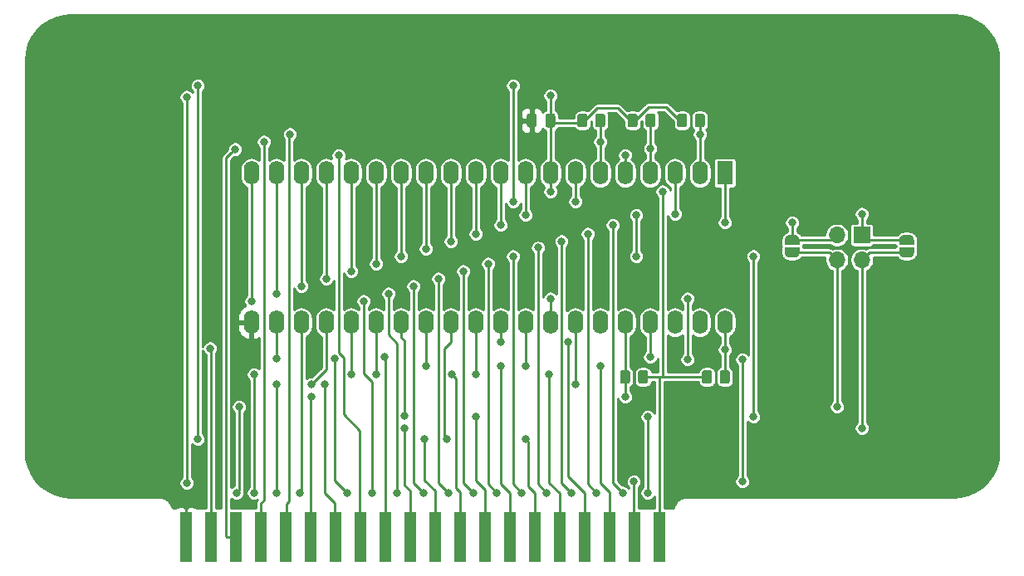
<source format=gbr>
G04 #@! TF.GenerationSoftware,KiCad,Pcbnew,(5.1.9-0-10_14)*
G04 #@! TF.CreationDate,2021-04-09T13:00:34-05:00*
G04 #@! TF.ProjectId,CPU Card,43505520-4361-4726-942e-6b696361645f,v1.0*
G04 #@! TF.SameCoordinates,Original*
G04 #@! TF.FileFunction,Copper,L1,Top*
G04 #@! TF.FilePolarity,Positive*
%FSLAX46Y46*%
G04 Gerber Fmt 4.6, Leading zero omitted, Abs format (unit mm)*
G04 Created by KiCad (PCBNEW (5.1.9-0-10_14)) date 2021-04-09 13:00:34*
%MOMM*%
%LPD*%
G01*
G04 APERTURE LIST*
G04 #@! TA.AperFunction,SMDPad,CuDef*
%ADD10R,1.270000X5.080000*%
G04 #@! TD*
G04 #@! TA.AperFunction,ComponentPad*
%ADD11R,1.600000X2.400000*%
G04 #@! TD*
G04 #@! TA.AperFunction,ComponentPad*
%ADD12O,1.600000X2.400000*%
G04 #@! TD*
G04 #@! TA.AperFunction,ComponentPad*
%ADD13R,1.700000X1.700000*%
G04 #@! TD*
G04 #@! TA.AperFunction,ComponentPad*
%ADD14O,1.700000X1.700000*%
G04 #@! TD*
G04 #@! TA.AperFunction,SMDPad,CuDef*
%ADD15C,0.100000*%
G04 #@! TD*
G04 #@! TA.AperFunction,ViaPad*
%ADD16C,0.800000*%
G04 #@! TD*
G04 #@! TA.AperFunction,Conductor*
%ADD17C,0.250000*%
G04 #@! TD*
G04 #@! TA.AperFunction,Conductor*
%ADD18C,0.254000*%
G04 #@! TD*
G04 #@! TA.AperFunction,Conductor*
%ADD19C,0.100000*%
G04 #@! TD*
G04 APERTURE END LIST*
G04 #@! TA.AperFunction,SMDPad,CuDef*
G36*
G01*
X152895000Y-86901000D02*
X152895000Y-87851000D01*
G75*
G02*
X152645000Y-88101000I-250000J0D01*
G01*
X152145000Y-88101000D01*
G75*
G02*
X151895000Y-87851000I0J250000D01*
G01*
X151895000Y-86901000D01*
G75*
G02*
X152145000Y-86651000I250000J0D01*
G01*
X152645000Y-86651000D01*
G75*
G02*
X152895000Y-86901000I0J-250000D01*
G01*
G37*
G04 #@! TD.AperFunction*
G04 #@! TA.AperFunction,SMDPad,CuDef*
G36*
G01*
X150995000Y-86901000D02*
X150995000Y-87851000D01*
G75*
G02*
X150745000Y-88101000I-250000J0D01*
G01*
X150245000Y-88101000D01*
G75*
G02*
X149995000Y-87851000I0J250000D01*
G01*
X149995000Y-86901000D01*
G75*
G02*
X150245000Y-86651000I250000J0D01*
G01*
X150745000Y-86651000D01*
G75*
G02*
X150995000Y-86901000I0J-250000D01*
G01*
G37*
G04 #@! TD.AperFunction*
D10*
X115250000Y-129900000D03*
X117790000Y-129900000D03*
X120330000Y-129900000D03*
X122870000Y-129900000D03*
X125410000Y-129900000D03*
X127950000Y-129900000D03*
X130490000Y-129900000D03*
X133030000Y-129900000D03*
X135570000Y-129900000D03*
X138110000Y-129900000D03*
X140650000Y-129900000D03*
X143190000Y-129900000D03*
X145730000Y-129900000D03*
X148270000Y-129900000D03*
X150810000Y-129900000D03*
X153350000Y-129900000D03*
X155890000Y-129900000D03*
X158430000Y-129900000D03*
X160970000Y-129900000D03*
X163510000Y-129900000D03*
D11*
X170180000Y-92710000D03*
D12*
X121920000Y-107950000D03*
X167640000Y-92710000D03*
X124460000Y-107950000D03*
X165100000Y-92710000D03*
X127000000Y-107950000D03*
X162560000Y-92710000D03*
X129540000Y-107950000D03*
X160020000Y-92710000D03*
X132080000Y-107950000D03*
X157480000Y-92710000D03*
X134620000Y-107950000D03*
X154940000Y-92710000D03*
X137160000Y-107950000D03*
X152400000Y-92710000D03*
X139700000Y-107950000D03*
X149860000Y-92710000D03*
X142240000Y-107950000D03*
X147320000Y-92710000D03*
X144780000Y-107950000D03*
X144780000Y-92710000D03*
X147320000Y-107950000D03*
X142240000Y-92710000D03*
X149860000Y-107950000D03*
X139700000Y-92710000D03*
X152400000Y-107950000D03*
X137160000Y-92710000D03*
X154940000Y-107950000D03*
X134620000Y-92710000D03*
X157480000Y-107950000D03*
X132080000Y-92710000D03*
X160020000Y-107950000D03*
X129540000Y-92710000D03*
X162560000Y-107950000D03*
X127000000Y-92710000D03*
X165100000Y-107950000D03*
X124460000Y-92710000D03*
X167640000Y-107950000D03*
X121920000Y-92710000D03*
X170180000Y-107950000D03*
D13*
X184150000Y-99060000D03*
D14*
X184150000Y-101600000D03*
X181610000Y-99060000D03*
X181610000Y-101600000D03*
G04 #@! TA.AperFunction,SMDPad,CuDef*
G36*
G01*
X170692500Y-113087999D02*
X170692500Y-113988001D01*
G75*
G02*
X170442501Y-114238000I-249999J0D01*
G01*
X169917499Y-114238000D01*
G75*
G02*
X169667500Y-113988001I0J249999D01*
G01*
X169667500Y-113087999D01*
G75*
G02*
X169917499Y-112838000I249999J0D01*
G01*
X170442501Y-112838000D01*
G75*
G02*
X170692500Y-113087999I0J-249999D01*
G01*
G37*
G04 #@! TD.AperFunction*
G04 #@! TA.AperFunction,SMDPad,CuDef*
G36*
G01*
X168867500Y-113087999D02*
X168867500Y-113988001D01*
G75*
G02*
X168617501Y-114238000I-249999J0D01*
G01*
X168092499Y-114238000D01*
G75*
G02*
X167842500Y-113988001I0J249999D01*
G01*
X167842500Y-113087999D01*
G75*
G02*
X168092499Y-112838000I249999J0D01*
G01*
X168617501Y-112838000D01*
G75*
G02*
X168867500Y-113087999I0J-249999D01*
G01*
G37*
G04 #@! TD.AperFunction*
G04 #@! TA.AperFunction,SMDPad,CuDef*
G36*
G01*
X166327500Y-86925999D02*
X166327500Y-87826001D01*
G75*
G02*
X166077501Y-88076000I-249999J0D01*
G01*
X165552499Y-88076000D01*
G75*
G02*
X165302500Y-87826001I0J249999D01*
G01*
X165302500Y-86925999D01*
G75*
G02*
X165552499Y-86676000I249999J0D01*
G01*
X166077501Y-86676000D01*
G75*
G02*
X166327500Y-86925999I0J-249999D01*
G01*
G37*
G04 #@! TD.AperFunction*
G04 #@! TA.AperFunction,SMDPad,CuDef*
G36*
G01*
X168152500Y-86925999D02*
X168152500Y-87826001D01*
G75*
G02*
X167902501Y-88076000I-249999J0D01*
G01*
X167377499Y-88076000D01*
G75*
G02*
X167127500Y-87826001I0J249999D01*
G01*
X167127500Y-86925999D01*
G75*
G02*
X167377499Y-86676000I249999J0D01*
G01*
X167902501Y-86676000D01*
G75*
G02*
X168152500Y-86925999I0J-249999D01*
G01*
G37*
G04 #@! TD.AperFunction*
G04 #@! TA.AperFunction,SMDPad,CuDef*
G36*
G01*
X163119500Y-86925999D02*
X163119500Y-87826001D01*
G75*
G02*
X162869501Y-88076000I-249999J0D01*
G01*
X162344499Y-88076000D01*
G75*
G02*
X162094500Y-87826001I0J249999D01*
G01*
X162094500Y-86925999D01*
G75*
G02*
X162344499Y-86676000I249999J0D01*
G01*
X162869501Y-86676000D01*
G75*
G02*
X163119500Y-86925999I0J-249999D01*
G01*
G37*
G04 #@! TD.AperFunction*
G04 #@! TA.AperFunction,SMDPad,CuDef*
G36*
G01*
X161294500Y-86925999D02*
X161294500Y-87826001D01*
G75*
G02*
X161044501Y-88076000I-249999J0D01*
G01*
X160519499Y-88076000D01*
G75*
G02*
X160269500Y-87826001I0J249999D01*
G01*
X160269500Y-86925999D01*
G75*
G02*
X160519499Y-86676000I249999J0D01*
G01*
X161044501Y-86676000D01*
G75*
G02*
X161294500Y-86925999I0J-249999D01*
G01*
G37*
G04 #@! TD.AperFunction*
G04 #@! TA.AperFunction,SMDPad,CuDef*
G36*
G01*
X156167500Y-86925999D02*
X156167500Y-87826001D01*
G75*
G02*
X155917501Y-88076000I-249999J0D01*
G01*
X155392499Y-88076000D01*
G75*
G02*
X155142500Y-87826001I0J249999D01*
G01*
X155142500Y-86925999D01*
G75*
G02*
X155392499Y-86676000I249999J0D01*
G01*
X155917501Y-86676000D01*
G75*
G02*
X156167500Y-86925999I0J-249999D01*
G01*
G37*
G04 #@! TD.AperFunction*
G04 #@! TA.AperFunction,SMDPad,CuDef*
G36*
G01*
X157992500Y-86925999D02*
X157992500Y-87826001D01*
G75*
G02*
X157742501Y-88076000I-249999J0D01*
G01*
X157217499Y-88076000D01*
G75*
G02*
X156967500Y-87826001I0J249999D01*
G01*
X156967500Y-86925999D01*
G75*
G02*
X157217499Y-86676000I249999J0D01*
G01*
X157742501Y-86676000D01*
G75*
G02*
X157992500Y-86925999I0J-249999D01*
G01*
G37*
G04 #@! TD.AperFunction*
G04 #@! TA.AperFunction,SMDPad,CuDef*
G36*
G01*
X159507500Y-113988001D02*
X159507500Y-113087999D01*
G75*
G02*
X159757499Y-112838000I249999J0D01*
G01*
X160282501Y-112838000D01*
G75*
G02*
X160532500Y-113087999I0J-249999D01*
G01*
X160532500Y-113988001D01*
G75*
G02*
X160282501Y-114238000I-249999J0D01*
G01*
X159757499Y-114238000D01*
G75*
G02*
X159507500Y-113988001I0J249999D01*
G01*
G37*
G04 #@! TD.AperFunction*
G04 #@! TA.AperFunction,SMDPad,CuDef*
G36*
G01*
X161332500Y-113988001D02*
X161332500Y-113087999D01*
G75*
G02*
X161582499Y-112838000I249999J0D01*
G01*
X162107501Y-112838000D01*
G75*
G02*
X162357500Y-113087999I0J-249999D01*
G01*
X162357500Y-113988001D01*
G75*
G02*
X162107501Y-114238000I-249999J0D01*
G01*
X161582499Y-114238000D01*
G75*
G02*
X161332500Y-113988001I0J249999D01*
G01*
G37*
G04 #@! TD.AperFunction*
G04 #@! TA.AperFunction,SMDPad,CuDef*
D15*
G36*
X189471398Y-100838000D02*
G01*
X189471398Y-100862534D01*
X189466588Y-100911365D01*
X189457016Y-100959490D01*
X189442772Y-101006445D01*
X189423995Y-101051778D01*
X189400864Y-101095051D01*
X189373604Y-101135850D01*
X189342476Y-101173779D01*
X189307779Y-101208476D01*
X189269850Y-101239604D01*
X189229051Y-101266864D01*
X189185778Y-101289995D01*
X189140445Y-101308772D01*
X189093490Y-101323016D01*
X189045365Y-101332588D01*
X188996534Y-101337398D01*
X188972000Y-101337398D01*
X188972000Y-101338000D01*
X188472000Y-101338000D01*
X188472000Y-101337398D01*
X188447466Y-101337398D01*
X188398635Y-101332588D01*
X188350510Y-101323016D01*
X188303555Y-101308772D01*
X188258222Y-101289995D01*
X188214949Y-101266864D01*
X188174150Y-101239604D01*
X188136221Y-101208476D01*
X188101524Y-101173779D01*
X188070396Y-101135850D01*
X188043136Y-101095051D01*
X188020005Y-101051778D01*
X188001228Y-101006445D01*
X187986984Y-100959490D01*
X187977412Y-100911365D01*
X187972602Y-100862534D01*
X187972602Y-100838000D01*
X187972000Y-100838000D01*
X187972000Y-100338000D01*
X189472000Y-100338000D01*
X189472000Y-100838000D01*
X189471398Y-100838000D01*
G37*
G04 #@! TD.AperFunction*
G04 #@! TA.AperFunction,SMDPad,CuDef*
G36*
X187972000Y-100038000D02*
G01*
X187972000Y-99538000D01*
X187972602Y-99538000D01*
X187972602Y-99513466D01*
X187977412Y-99464635D01*
X187986984Y-99416510D01*
X188001228Y-99369555D01*
X188020005Y-99324222D01*
X188043136Y-99280949D01*
X188070396Y-99240150D01*
X188101524Y-99202221D01*
X188136221Y-99167524D01*
X188174150Y-99136396D01*
X188214949Y-99109136D01*
X188258222Y-99086005D01*
X188303555Y-99067228D01*
X188350510Y-99052984D01*
X188398635Y-99043412D01*
X188447466Y-99038602D01*
X188472000Y-99038602D01*
X188472000Y-99038000D01*
X188972000Y-99038000D01*
X188972000Y-99038602D01*
X188996534Y-99038602D01*
X189045365Y-99043412D01*
X189093490Y-99052984D01*
X189140445Y-99067228D01*
X189185778Y-99086005D01*
X189229051Y-99109136D01*
X189269850Y-99136396D01*
X189307779Y-99167524D01*
X189342476Y-99202221D01*
X189373604Y-99240150D01*
X189400864Y-99280949D01*
X189423995Y-99324222D01*
X189442772Y-99369555D01*
X189457016Y-99416510D01*
X189466588Y-99464635D01*
X189471398Y-99513466D01*
X189471398Y-99538000D01*
X189472000Y-99538000D01*
X189472000Y-100038000D01*
X187972000Y-100038000D01*
G37*
G04 #@! TD.AperFunction*
G04 #@! TA.AperFunction,SMDPad,CuDef*
G36*
X176288000Y-100053000D02*
G01*
X176288000Y-99553000D01*
X176288602Y-99553000D01*
X176288602Y-99528466D01*
X176293412Y-99479635D01*
X176302984Y-99431510D01*
X176317228Y-99384555D01*
X176336005Y-99339222D01*
X176359136Y-99295949D01*
X176386396Y-99255150D01*
X176417524Y-99217221D01*
X176452221Y-99182524D01*
X176490150Y-99151396D01*
X176530949Y-99124136D01*
X176574222Y-99101005D01*
X176619555Y-99082228D01*
X176666510Y-99067984D01*
X176714635Y-99058412D01*
X176763466Y-99053602D01*
X176788000Y-99053602D01*
X176788000Y-99053000D01*
X177288000Y-99053000D01*
X177288000Y-99053602D01*
X177312534Y-99053602D01*
X177361365Y-99058412D01*
X177409490Y-99067984D01*
X177456445Y-99082228D01*
X177501778Y-99101005D01*
X177545051Y-99124136D01*
X177585850Y-99151396D01*
X177623779Y-99182524D01*
X177658476Y-99217221D01*
X177689604Y-99255150D01*
X177716864Y-99295949D01*
X177739995Y-99339222D01*
X177758772Y-99384555D01*
X177773016Y-99431510D01*
X177782588Y-99479635D01*
X177787398Y-99528466D01*
X177787398Y-99553000D01*
X177788000Y-99553000D01*
X177788000Y-100053000D01*
X176288000Y-100053000D01*
G37*
G04 #@! TD.AperFunction*
G04 #@! TA.AperFunction,SMDPad,CuDef*
G36*
X177787398Y-100853000D02*
G01*
X177787398Y-100877534D01*
X177782588Y-100926365D01*
X177773016Y-100974490D01*
X177758772Y-101021445D01*
X177739995Y-101066778D01*
X177716864Y-101110051D01*
X177689604Y-101150850D01*
X177658476Y-101188779D01*
X177623779Y-101223476D01*
X177585850Y-101254604D01*
X177545051Y-101281864D01*
X177501778Y-101304995D01*
X177456445Y-101323772D01*
X177409490Y-101338016D01*
X177361365Y-101347588D01*
X177312534Y-101352398D01*
X177288000Y-101352398D01*
X177288000Y-101353000D01*
X176788000Y-101353000D01*
X176788000Y-101352398D01*
X176763466Y-101352398D01*
X176714635Y-101347588D01*
X176666510Y-101338016D01*
X176619555Y-101323772D01*
X176574222Y-101304995D01*
X176530949Y-101281864D01*
X176490150Y-101254604D01*
X176452221Y-101223476D01*
X176417524Y-101188779D01*
X176386396Y-101150850D01*
X176359136Y-101110051D01*
X176336005Y-101066778D01*
X176317228Y-101021445D01*
X176302984Y-100974490D01*
X176293412Y-100926365D01*
X176288602Y-100877534D01*
X176288602Y-100853000D01*
X176288000Y-100853000D01*
X176288000Y-100353000D01*
X177788000Y-100353000D01*
X177788000Y-100853000D01*
X177787398Y-100853000D01*
G37*
G04 #@! TD.AperFunction*
D16*
X162306000Y-125349000D03*
X173101000Y-117602000D03*
X173101000Y-101219000D03*
X161163000Y-101219000D03*
X161163000Y-97028000D03*
X149860000Y-97028000D03*
X162306000Y-117601999D03*
X159766000Y-125349000D03*
X158750000Y-98044000D03*
X147320000Y-98044000D03*
X157099000Y-125349000D03*
X156210000Y-98933000D03*
X144780000Y-98933000D03*
X154559000Y-125349000D03*
X142239996Y-99695000D03*
X153542999Y-99694999D03*
X152019000Y-125349000D03*
X139700000Y-100457000D03*
X151130000Y-100347010D03*
X149479000Y-125349000D03*
X137160000Y-101219004D03*
X148590000Y-101218998D03*
X146939000Y-125349000D03*
X134620000Y-101981000D03*
X146050000Y-101981000D03*
X144526000Y-125349000D03*
X132080000Y-102743000D03*
X143510000Y-102743010D03*
X141986000Y-125349000D03*
X129540000Y-103505000D03*
X140970001Y-103505005D03*
X139446000Y-125349000D03*
X127000000Y-104267000D03*
X138430000Y-104266998D03*
X136779000Y-125349000D03*
X124460000Y-105029000D03*
X135890000Y-105028996D03*
X134239000Y-125349000D03*
X133350000Y-105790990D03*
X121920002Y-105791000D03*
X124460000Y-111633000D03*
X130429000Y-111633000D03*
X131699000Y-125349000D03*
X126873000Y-125349000D03*
X124460000Y-114300000D03*
X124459994Y-125349000D03*
X128016000Y-114300000D03*
X132080000Y-113284000D03*
X122174002Y-125349000D03*
X122174000Y-113284000D03*
X152400000Y-105537000D03*
X166370000Y-105537000D03*
X166370000Y-111760000D03*
X171958000Y-111760000D03*
X171958000Y-124206000D03*
X160909000Y-124206000D03*
X149860000Y-112395000D03*
X157480000Y-112395000D03*
X147320000Y-109965000D03*
X154194999Y-109965000D03*
X144780000Y-113284000D03*
X152273000Y-113284000D03*
X141859000Y-119888000D03*
X149860000Y-119888000D03*
X139700000Y-112395000D03*
X147320000Y-112395000D03*
X137541000Y-117475000D03*
X144780000Y-117602000D03*
X134620000Y-113284000D03*
X142366996Y-113284000D03*
X139573000Y-119888000D03*
X116458998Y-83820000D03*
X116458999Y-119888001D03*
X148590000Y-95631000D03*
X154940000Y-95631000D03*
X148590000Y-83820002D03*
X135509000Y-111506004D03*
X162560000Y-111506000D03*
X152400000Y-84836000D03*
X152400000Y-94615000D03*
X163830000Y-94615000D03*
X115316000Y-124333000D03*
X115316000Y-84963000D03*
X181610000Y-116586004D03*
X120650000Y-116586000D03*
X120396000Y-125349002D03*
X137541000Y-118745000D03*
X184150000Y-118745000D03*
X160020000Y-115570000D03*
X128016000Y-115570000D03*
X125857000Y-88773000D03*
X167640000Y-88772998D03*
X117729000Y-110617000D03*
X170180000Y-110744002D03*
X162607000Y-90249996D03*
X120268999Y-90297001D03*
X157480008Y-89535000D03*
X123190001Y-89535001D03*
X129413000Y-114300000D03*
X154940000Y-114300000D03*
X130810000Y-90932000D03*
X160020000Y-90901996D03*
X170180000Y-97789999D03*
X177038000Y-97790000D03*
X184150000Y-96901000D03*
X165100000Y-96900998D03*
D17*
X173101000Y-117602000D02*
X173101000Y-101219000D01*
X161163000Y-101219000D02*
X161163000Y-97028000D01*
X149860000Y-97028000D02*
X149860000Y-92710000D01*
X162306000Y-124783315D02*
X162306000Y-117601999D01*
X162306000Y-125349000D02*
X162306000Y-124783315D01*
X159766000Y-125349000D02*
X158750000Y-124333000D01*
X158750000Y-124333000D02*
X158750000Y-98044000D01*
X147320000Y-98044000D02*
X147320000Y-92710000D01*
X156210000Y-124460000D02*
X156210000Y-98933000D01*
X157099000Y-125349000D02*
X156210000Y-124460000D01*
X144780000Y-98933000D02*
X144780000Y-92710000D01*
X142240000Y-92710000D02*
X142240000Y-99694996D01*
X142240000Y-99694996D02*
X142239996Y-99695000D01*
X154559000Y-125349000D02*
X153542999Y-124332999D01*
X153542999Y-124332999D02*
X153542999Y-99694999D01*
X139700000Y-92710000D02*
X139700000Y-100457000D01*
X152019000Y-125349000D02*
X151130000Y-124460000D01*
X151130000Y-124460000D02*
X151130000Y-100347010D01*
X137160000Y-92710000D02*
X137160000Y-101219004D01*
X148590000Y-124460000D02*
X148590000Y-101218998D01*
X149479000Y-125349000D02*
X148590000Y-124460000D01*
X134620000Y-92710000D02*
X134620000Y-101981000D01*
X146939000Y-125349000D02*
X146050000Y-124460000D01*
X146050000Y-124460000D02*
X146050000Y-101981000D01*
X132080000Y-92710000D02*
X132080000Y-102743000D01*
X144526000Y-125349000D02*
X143510000Y-124333000D01*
X143510000Y-124333000D02*
X143510000Y-102743010D01*
X129540000Y-92710000D02*
X129540000Y-103505000D01*
X141986000Y-125349000D02*
X140970001Y-124333001D01*
X140970001Y-124333001D02*
X140970001Y-103505005D01*
X127000000Y-92710000D02*
X127000000Y-104267000D01*
X138430000Y-124333000D02*
X138430000Y-104266998D01*
X139446000Y-125349000D02*
X138430000Y-124333000D01*
X124460000Y-92710000D02*
X124460000Y-105029000D01*
X136779000Y-110109000D02*
X135890000Y-109220000D01*
X136779000Y-125349000D02*
X136779000Y-110109000D01*
X135890000Y-109220000D02*
X135890000Y-105028996D01*
X121920000Y-92710000D02*
X121920000Y-105790998D01*
X121920000Y-105790998D02*
X121920002Y-105791000D01*
X133350000Y-113157000D02*
X133350000Y-105790990D01*
X134239000Y-114046000D02*
X133350000Y-113157000D01*
X134239000Y-125349000D02*
X134239000Y-114046000D01*
X124460000Y-107950000D02*
X124460000Y-111633000D01*
X130429000Y-111633000D02*
X130429000Y-124079000D01*
X130429000Y-124079000D02*
X131699000Y-125349000D01*
X127000000Y-112395000D02*
X127000000Y-112522000D01*
X127000000Y-107950000D02*
X127000000Y-112395000D01*
X127000000Y-125222000D02*
X126873000Y-125349000D01*
X127000000Y-112395000D02*
X127000000Y-125222000D01*
X124460000Y-125348994D02*
X124459994Y-125349000D01*
X124460000Y-114300000D02*
X124460000Y-125348994D01*
X129540000Y-112776000D02*
X128016000Y-114300000D01*
X129540000Y-107950000D02*
X129540000Y-112776000D01*
X132080000Y-107950000D02*
X132080000Y-113284000D01*
X122174002Y-113284002D02*
X122174000Y-113284000D01*
X122174002Y-125349000D02*
X122174002Y-113284002D01*
X152400000Y-107950000D02*
X152400000Y-105537000D01*
X166370000Y-105537000D02*
X166370000Y-111760000D01*
X171958000Y-111760000D02*
X171958000Y-124206000D01*
X160909000Y-129839000D02*
X160970000Y-129900000D01*
X160909000Y-124206000D02*
X160909000Y-129839000D01*
X149860000Y-107950000D02*
X149860000Y-112395000D01*
X157480000Y-112395000D02*
X157480000Y-124333000D01*
X158430000Y-125283000D02*
X158430000Y-129900000D01*
X157480000Y-124333000D02*
X158430000Y-125283000D01*
X147320000Y-107950000D02*
X147320000Y-109965000D01*
X154194999Y-109965000D02*
X154194999Y-123714999D01*
X155890000Y-125410000D02*
X155890000Y-129900000D01*
X154194999Y-123714999D02*
X155890000Y-125410000D01*
X144780000Y-107950000D02*
X144780000Y-113284000D01*
X152273000Y-113284000D02*
X152273000Y-124333000D01*
X153350000Y-125410000D02*
X153350000Y-129900000D01*
X152273000Y-124333000D02*
X153350000Y-125410000D01*
X150131001Y-120159001D02*
X150131001Y-124731001D01*
X149860000Y-119888000D02*
X150131001Y-120159001D01*
X150810000Y-125410000D02*
X150810000Y-129900000D01*
X150131001Y-124731001D02*
X150810000Y-125410000D01*
X141605000Y-119634000D02*
X141859000Y-119888000D01*
X141605000Y-110617000D02*
X141605000Y-119634000D01*
X142240000Y-109982000D02*
X141605000Y-110617000D01*
X142240000Y-107950000D02*
X142240000Y-109982000D01*
X139700000Y-107950000D02*
X139700000Y-112395000D01*
X147320000Y-112395000D02*
X147320000Y-124460000D01*
X148270000Y-125410000D02*
X148270000Y-129900000D01*
X147320000Y-124460000D02*
X148270000Y-125410000D01*
X137160000Y-107950000D02*
X137160000Y-109474000D01*
X137541000Y-109855000D02*
X137541000Y-117475000D01*
X137160000Y-109474000D02*
X137541000Y-109855000D01*
X144780000Y-117602000D02*
X144780000Y-124079000D01*
X145730000Y-125029000D02*
X145730000Y-129900000D01*
X144780000Y-124079000D02*
X145730000Y-125029000D01*
X134620000Y-107950000D02*
X134620000Y-113284000D01*
X143190000Y-129900000D02*
X142766995Y-129476995D01*
X142766995Y-113683999D02*
X142366996Y-113284000D01*
X142766995Y-113683999D02*
X142766995Y-124859995D01*
X143190000Y-125283000D02*
X143190000Y-129900000D01*
X142766995Y-124859995D02*
X143190000Y-125283000D01*
X139573000Y-124079000D02*
X139573000Y-119888000D01*
X140650000Y-125156000D02*
X139573000Y-124079000D01*
X140650000Y-129900000D02*
X140650000Y-125156000D01*
X116458999Y-84385686D02*
X116458999Y-119888001D01*
X116458998Y-83820000D02*
X116458999Y-84385686D01*
X154940000Y-95631000D02*
X154940000Y-92710000D01*
X148590000Y-95631000D02*
X148590000Y-83820002D01*
X135570000Y-111567004D02*
X135509000Y-111506004D01*
X135570000Y-129900000D02*
X135570000Y-111567004D01*
X162560000Y-107950000D02*
X162560000Y-111506000D01*
X115250000Y-129900000D02*
X115250000Y-125542000D01*
X152400000Y-87630000D02*
X152400000Y-92710000D01*
X152400000Y-87630000D02*
X155655000Y-87630000D01*
X165815000Y-87630000D02*
X164164000Y-85979000D01*
X162433000Y-85979000D02*
X160782000Y-87630000D01*
X164164000Y-85979000D02*
X162433000Y-85979000D01*
X160782000Y-87630000D02*
X159258000Y-86106000D01*
X157179000Y-86106000D02*
X155655000Y-87630000D01*
X159258000Y-86106000D02*
X157179000Y-86106000D01*
X161845000Y-113538000D02*
X163576000Y-113538000D01*
X163830000Y-113538000D02*
X168355000Y-113538000D01*
X163576000Y-113538000D02*
X163830000Y-113538000D01*
X163510000Y-113604000D02*
X163576000Y-113538000D01*
X163510000Y-129900000D02*
X163510000Y-113604000D01*
X152400000Y-84836000D02*
X152400000Y-87630000D01*
X152400000Y-92710000D02*
X152400000Y-94615000D01*
X163830000Y-113538000D02*
X163830000Y-94615000D01*
X115316000Y-124333000D02*
X115316000Y-84963000D01*
X181610000Y-101600000D02*
X181610000Y-116586004D01*
X120650000Y-116586000D02*
X120650000Y-125095002D01*
X120650000Y-125095002D02*
X120396000Y-125349002D01*
X180863000Y-100853000D02*
X181610000Y-101600000D01*
X177038000Y-100853000D02*
X180863000Y-100853000D01*
X184150000Y-118745000D02*
X184150000Y-101600000D01*
X137541000Y-124587000D02*
X137541000Y-118745000D01*
X138110000Y-125156000D02*
X137541000Y-124587000D01*
X138110000Y-129900000D02*
X138110000Y-125156000D01*
X184912000Y-100838000D02*
X184150000Y-101600000D01*
X188722000Y-100838000D02*
X184912000Y-100838000D01*
X160020000Y-113538000D02*
X160020000Y-107950000D01*
X160020000Y-115570000D02*
X160020000Y-113538000D01*
X127950000Y-115636000D02*
X128016000Y-115570000D01*
X127950000Y-129900000D02*
X127950000Y-115636000D01*
X125730000Y-126238000D02*
X125730000Y-88900000D01*
X125730000Y-88900000D02*
X125857000Y-88773000D01*
X125476000Y-126492000D02*
X125730000Y-126238000D01*
X125476000Y-129834000D02*
X125476000Y-126492000D01*
X125410000Y-129900000D02*
X125476000Y-129834000D01*
X167640000Y-92710000D02*
X167640000Y-88772998D01*
X167640000Y-88772998D02*
X167640000Y-87376000D01*
X117790000Y-110678000D02*
X117729000Y-110617000D01*
X117790000Y-129900000D02*
X117790000Y-110678000D01*
X170180000Y-107950000D02*
X170180000Y-113538000D01*
X162560000Y-90296996D02*
X162607000Y-90249996D01*
X162607000Y-87630000D02*
X162607000Y-90249996D01*
X162607000Y-92663000D02*
X162560000Y-92710000D01*
X162607000Y-90249996D02*
X162607000Y-92663000D01*
X120330000Y-129900000D02*
X119445000Y-129900000D01*
X119362999Y-129817999D02*
X119362999Y-91203001D01*
X119362999Y-91203001D02*
X119869000Y-90697000D01*
X119869000Y-90697000D02*
X120268999Y-90297001D01*
X119445000Y-129900000D02*
X119362999Y-129817999D01*
X157480000Y-89535000D02*
X157480000Y-92710000D01*
X157480000Y-87630000D02*
X157480000Y-89535000D01*
X157480000Y-89535000D02*
X157480008Y-89535000D01*
X123190001Y-126110999D02*
X123190001Y-89535001D01*
X122870000Y-129900000D02*
X122870000Y-126431000D01*
X122870000Y-126431000D02*
X123190001Y-126110999D01*
X154940000Y-114300000D02*
X154940000Y-107950000D01*
X129413000Y-125349000D02*
X129413000Y-114300000D01*
X130429000Y-129839000D02*
X130429000Y-126365000D01*
X130429000Y-126365000D02*
X129413000Y-125349000D01*
X130490000Y-129900000D02*
X130429000Y-129839000D01*
X132972990Y-129842990D02*
X132972990Y-119002990D01*
X133030000Y-129900000D02*
X132972990Y-129842990D01*
X132972990Y-119002990D02*
X131318000Y-117348000D01*
X131318000Y-111557038D02*
X130810000Y-111049038D01*
X131318000Y-117348000D02*
X131318000Y-111557038D01*
X130810000Y-111049038D02*
X130810000Y-90932000D01*
X160020000Y-90901996D02*
X160020000Y-92710000D01*
X181117000Y-99553000D02*
X181610000Y-99060000D01*
X177038000Y-99553000D02*
X181117000Y-99553000D01*
X170195000Y-92710000D02*
X170180000Y-92710000D01*
X170180000Y-92710000D02*
X170180000Y-94160000D01*
X170180000Y-94160000D02*
X170180000Y-97789999D01*
X177038000Y-97790000D02*
X177038000Y-99553000D01*
X184628000Y-99538000D02*
X184150000Y-99060000D01*
X188722000Y-99538000D02*
X184628000Y-99538000D01*
X184150000Y-99060000D02*
X184150000Y-96901000D01*
X165100000Y-92710000D02*
X165100000Y-96900998D01*
D18*
X194314346Y-76673794D02*
X195101873Y-76889238D01*
X195838816Y-77240741D01*
X196501860Y-77717187D01*
X197070056Y-78303519D01*
X197525438Y-78981200D01*
X197853619Y-79728816D01*
X198044970Y-80525851D01*
X198095101Y-81208506D01*
X198095100Y-121175515D01*
X198020906Y-122006846D01*
X197805462Y-122794374D01*
X197453959Y-123531316D01*
X196977513Y-124194360D01*
X196391181Y-124762556D01*
X195713500Y-125217938D01*
X194965884Y-125546119D01*
X194168849Y-125737470D01*
X193486208Y-125787600D01*
X166281159Y-125787600D01*
X166263511Y-125789338D01*
X166257321Y-125789295D01*
X166251679Y-125789848D01*
X166057582Y-125810249D01*
X166021496Y-125817656D01*
X165985392Y-125824544D01*
X165979967Y-125826181D01*
X165979961Y-125826183D01*
X165793527Y-125883894D01*
X165759600Y-125898155D01*
X165725487Y-125911938D01*
X165720481Y-125914599D01*
X165548804Y-126007424D01*
X165518237Y-126028042D01*
X165487506Y-126048152D01*
X165483112Y-126051734D01*
X165332734Y-126176138D01*
X165306764Y-126202289D01*
X165280516Y-126227994D01*
X165276907Y-126232356D01*
X165276901Y-126232362D01*
X165276897Y-126232369D01*
X165153552Y-126383604D01*
X165133178Y-126414269D01*
X165112399Y-126444616D01*
X165109705Y-126449598D01*
X165109702Y-126449602D01*
X165109702Y-126449603D01*
X165018077Y-126621925D01*
X165004049Y-126655960D01*
X164989559Y-126689768D01*
X164987882Y-126695183D01*
X164934196Y-126873000D01*
X164016000Y-126873000D01*
X164016000Y-114044000D01*
X167465172Y-114044000D01*
X167471817Y-114111462D01*
X167507829Y-114230179D01*
X167566310Y-114339589D01*
X167645012Y-114435488D01*
X167740911Y-114514190D01*
X167850321Y-114572671D01*
X167969038Y-114608683D01*
X168092499Y-114620843D01*
X168617501Y-114620843D01*
X168740962Y-114608683D01*
X168859679Y-114572671D01*
X168969089Y-114514190D01*
X169064988Y-114435488D01*
X169143690Y-114339589D01*
X169202171Y-114230179D01*
X169238183Y-114111462D01*
X169250343Y-113988001D01*
X169250343Y-113087999D01*
X169238183Y-112964538D01*
X169202171Y-112845821D01*
X169143690Y-112736411D01*
X169064988Y-112640512D01*
X168969089Y-112561810D01*
X168859679Y-112503329D01*
X168740962Y-112467317D01*
X168617501Y-112455157D01*
X168092499Y-112455157D01*
X167969038Y-112467317D01*
X167850321Y-112503329D01*
X167740911Y-112561810D01*
X167645012Y-112640512D01*
X167566310Y-112736411D01*
X167507829Y-112845821D01*
X167471817Y-112964538D01*
X167465172Y-113032000D01*
X164336000Y-113032000D01*
X164336000Y-109250795D01*
X164440697Y-109336717D01*
X164645864Y-109446381D01*
X164868484Y-109513912D01*
X165100000Y-109536714D01*
X165331515Y-109513912D01*
X165554135Y-109446381D01*
X165759302Y-109336717D01*
X165864001Y-109250794D01*
X165864001Y-111161498D01*
X165763358Y-111262141D01*
X165677887Y-111390058D01*
X165619013Y-111532191D01*
X165589000Y-111683078D01*
X165589000Y-111836922D01*
X165619013Y-111987809D01*
X165677887Y-112129942D01*
X165763358Y-112257859D01*
X165872141Y-112366642D01*
X166000058Y-112452113D01*
X166142191Y-112510987D01*
X166293078Y-112541000D01*
X166446922Y-112541000D01*
X166597809Y-112510987D01*
X166739942Y-112452113D01*
X166867859Y-112366642D01*
X166976642Y-112257859D01*
X167062113Y-112129942D01*
X167120987Y-111987809D01*
X167151000Y-111836922D01*
X167151000Y-111683078D01*
X167120987Y-111532191D01*
X167062113Y-111390058D01*
X166976642Y-111262141D01*
X166876000Y-111161499D01*
X166876000Y-109250795D01*
X166980697Y-109336717D01*
X167185864Y-109446381D01*
X167408484Y-109513912D01*
X167640000Y-109536714D01*
X167871515Y-109513912D01*
X168094135Y-109446381D01*
X168299302Y-109336717D01*
X168479134Y-109189134D01*
X168626717Y-109009303D01*
X168736381Y-108804136D01*
X168803912Y-108581516D01*
X168821000Y-108408016D01*
X168821000Y-107491985D01*
X168821000Y-107491984D01*
X168999000Y-107491984D01*
X168999000Y-108408015D01*
X169016088Y-108581515D01*
X169083619Y-108804135D01*
X169193283Y-109009302D01*
X169340866Y-109189134D01*
X169520697Y-109336717D01*
X169674000Y-109418659D01*
X169674000Y-110145501D01*
X169573358Y-110246143D01*
X169487887Y-110374060D01*
X169429013Y-110516193D01*
X169399000Y-110667080D01*
X169399000Y-110820924D01*
X169429013Y-110971811D01*
X169487887Y-111113944D01*
X169573358Y-111241861D01*
X169674001Y-111342504D01*
X169674001Y-112504035D01*
X169565911Y-112561810D01*
X169470012Y-112640512D01*
X169391310Y-112736411D01*
X169332829Y-112845821D01*
X169296817Y-112964538D01*
X169284657Y-113087999D01*
X169284657Y-113988001D01*
X169296817Y-114111462D01*
X169332829Y-114230179D01*
X169391310Y-114339589D01*
X169470012Y-114435488D01*
X169565911Y-114514190D01*
X169675321Y-114572671D01*
X169794038Y-114608683D01*
X169917499Y-114620843D01*
X170442501Y-114620843D01*
X170565962Y-114608683D01*
X170684679Y-114572671D01*
X170794089Y-114514190D01*
X170889988Y-114435488D01*
X170968690Y-114339589D01*
X171027171Y-114230179D01*
X171063183Y-114111462D01*
X171075343Y-113988001D01*
X171075343Y-113087999D01*
X171063183Y-112964538D01*
X171027171Y-112845821D01*
X170968690Y-112736411D01*
X170889988Y-112640512D01*
X170794089Y-112561810D01*
X170686000Y-112504035D01*
X170686000Y-111683078D01*
X171177000Y-111683078D01*
X171177000Y-111836922D01*
X171207013Y-111987809D01*
X171265887Y-112129942D01*
X171351358Y-112257859D01*
X171452000Y-112358501D01*
X171452001Y-123607498D01*
X171351358Y-123708141D01*
X171265887Y-123836058D01*
X171207013Y-123978191D01*
X171177000Y-124129078D01*
X171177000Y-124282922D01*
X171207013Y-124433809D01*
X171265887Y-124575942D01*
X171351358Y-124703859D01*
X171460141Y-124812642D01*
X171588058Y-124898113D01*
X171730191Y-124956987D01*
X171881078Y-124987000D01*
X172034922Y-124987000D01*
X172185809Y-124956987D01*
X172327942Y-124898113D01*
X172455859Y-124812642D01*
X172564642Y-124703859D01*
X172650113Y-124575942D01*
X172708987Y-124433809D01*
X172739000Y-124282922D01*
X172739000Y-124129078D01*
X172708987Y-123978191D01*
X172650113Y-123836058D01*
X172564642Y-123708141D01*
X172464000Y-123607499D01*
X172464000Y-118054425D01*
X172494358Y-118099859D01*
X172603141Y-118208642D01*
X172731058Y-118294113D01*
X172873191Y-118352987D01*
X173024078Y-118383000D01*
X173177922Y-118383000D01*
X173328809Y-118352987D01*
X173470942Y-118294113D01*
X173598859Y-118208642D01*
X173707642Y-118099859D01*
X173793113Y-117971942D01*
X173851987Y-117829809D01*
X173882000Y-117678922D01*
X173882000Y-117525078D01*
X173851987Y-117374191D01*
X173793113Y-117232058D01*
X173707642Y-117104141D01*
X173607000Y-117003499D01*
X173607000Y-101817501D01*
X173707642Y-101716859D01*
X173793113Y-101588942D01*
X173851987Y-101446809D01*
X173882000Y-101295922D01*
X173882000Y-101142078D01*
X173851987Y-100991191D01*
X173793113Y-100849058D01*
X173707642Y-100721141D01*
X173598859Y-100612358D01*
X173470942Y-100526887D01*
X173328809Y-100468013D01*
X173177922Y-100438000D01*
X173024078Y-100438000D01*
X172873191Y-100468013D01*
X172731058Y-100526887D01*
X172603141Y-100612358D01*
X172494358Y-100721141D01*
X172408887Y-100849058D01*
X172350013Y-100991191D01*
X172320000Y-101142078D01*
X172320000Y-101295922D01*
X172350013Y-101446809D01*
X172408887Y-101588942D01*
X172494358Y-101716859D01*
X172595001Y-101817502D01*
X172595000Y-111307576D01*
X172564642Y-111262141D01*
X172455859Y-111153358D01*
X172327942Y-111067887D01*
X172185809Y-111009013D01*
X172034922Y-110979000D01*
X171881078Y-110979000D01*
X171730191Y-111009013D01*
X171588058Y-111067887D01*
X171460141Y-111153358D01*
X171351358Y-111262141D01*
X171265887Y-111390058D01*
X171207013Y-111532191D01*
X171177000Y-111683078D01*
X170686000Y-111683078D01*
X170686000Y-111342503D01*
X170786642Y-111241861D01*
X170872113Y-111113944D01*
X170930987Y-110971811D01*
X170961000Y-110820924D01*
X170961000Y-110667080D01*
X170930987Y-110516193D01*
X170872113Y-110374060D01*
X170786642Y-110246143D01*
X170686000Y-110145501D01*
X170686000Y-109418659D01*
X170839302Y-109336717D01*
X171019134Y-109189134D01*
X171166717Y-109009303D01*
X171276381Y-108804136D01*
X171343912Y-108581516D01*
X171361000Y-108408016D01*
X171361000Y-107491985D01*
X171343912Y-107318485D01*
X171276381Y-107095864D01*
X171166717Y-106890697D01*
X171019134Y-106710866D01*
X170839303Y-106563283D01*
X170634136Y-106453619D01*
X170411516Y-106386088D01*
X170180000Y-106363286D01*
X169948485Y-106386088D01*
X169725865Y-106453619D01*
X169520698Y-106563283D01*
X169340867Y-106710866D01*
X169193284Y-106890697D01*
X169083619Y-107095864D01*
X169016088Y-107318484D01*
X168999000Y-107491984D01*
X168821000Y-107491984D01*
X168803912Y-107318485D01*
X168736381Y-107095864D01*
X168626717Y-106890697D01*
X168479134Y-106710866D01*
X168299303Y-106563283D01*
X168094136Y-106453619D01*
X167871516Y-106386088D01*
X167640000Y-106363286D01*
X167408485Y-106386088D01*
X167185865Y-106453619D01*
X166980698Y-106563283D01*
X166876000Y-106649206D01*
X166876000Y-106135501D01*
X166976642Y-106034859D01*
X167062113Y-105906942D01*
X167120987Y-105764809D01*
X167151000Y-105613922D01*
X167151000Y-105460078D01*
X167120987Y-105309191D01*
X167062113Y-105167058D01*
X166976642Y-105039141D01*
X166867859Y-104930358D01*
X166739942Y-104844887D01*
X166597809Y-104786013D01*
X166446922Y-104756000D01*
X166293078Y-104756000D01*
X166142191Y-104786013D01*
X166000058Y-104844887D01*
X165872141Y-104930358D01*
X165763358Y-105039141D01*
X165677887Y-105167058D01*
X165619013Y-105309191D01*
X165589000Y-105460078D01*
X165589000Y-105613922D01*
X165619013Y-105764809D01*
X165677887Y-105906942D01*
X165763358Y-106034859D01*
X165864000Y-106135501D01*
X165864000Y-106649205D01*
X165759303Y-106563283D01*
X165554136Y-106453619D01*
X165331516Y-106386088D01*
X165100000Y-106363286D01*
X164868485Y-106386088D01*
X164645865Y-106453619D01*
X164440698Y-106563283D01*
X164336000Y-106649206D01*
X164336000Y-99553000D01*
X175905157Y-99553000D01*
X175905157Y-100053000D01*
X175912513Y-100127689D01*
X175934299Y-100199508D01*
X175936166Y-100203000D01*
X175934299Y-100206492D01*
X175912513Y-100278311D01*
X175905157Y-100353000D01*
X175905157Y-100853000D01*
X175907565Y-100877450D01*
X175907565Y-100902009D01*
X175914921Y-100976698D01*
X175934043Y-101072831D01*
X175955828Y-101144648D01*
X175993337Y-101235204D01*
X176028717Y-101301394D01*
X176083173Y-101382893D01*
X176130784Y-101440908D01*
X176200092Y-101510216D01*
X176258107Y-101557827D01*
X176339606Y-101612283D01*
X176405796Y-101647663D01*
X176496352Y-101685172D01*
X176568169Y-101706957D01*
X176664302Y-101726079D01*
X176738991Y-101733435D01*
X176763550Y-101733435D01*
X176788000Y-101735843D01*
X177288000Y-101735843D01*
X177312450Y-101733435D01*
X177337009Y-101733435D01*
X177411698Y-101726079D01*
X177507831Y-101706957D01*
X177579648Y-101685172D01*
X177670204Y-101647663D01*
X177736394Y-101612283D01*
X177817893Y-101557827D01*
X177875908Y-101510216D01*
X177945216Y-101440908D01*
X177992827Y-101382893D01*
X178008792Y-101359000D01*
X180402821Y-101359000D01*
X180379000Y-101478757D01*
X180379000Y-101721243D01*
X180426307Y-101959069D01*
X180519102Y-102183097D01*
X180653820Y-102384717D01*
X180825283Y-102556180D01*
X181026903Y-102690898D01*
X181104000Y-102722833D01*
X181104001Y-115987502D01*
X181003358Y-116088145D01*
X180917887Y-116216062D01*
X180859013Y-116358195D01*
X180829000Y-116509082D01*
X180829000Y-116662926D01*
X180859013Y-116813813D01*
X180917887Y-116955946D01*
X181003358Y-117083863D01*
X181112141Y-117192646D01*
X181240058Y-117278117D01*
X181382191Y-117336991D01*
X181533078Y-117367004D01*
X181686922Y-117367004D01*
X181837809Y-117336991D01*
X181979942Y-117278117D01*
X182107859Y-117192646D01*
X182216642Y-117083863D01*
X182302113Y-116955946D01*
X182360987Y-116813813D01*
X182391000Y-116662926D01*
X182391000Y-116509082D01*
X182360987Y-116358195D01*
X182302113Y-116216062D01*
X182216642Y-116088145D01*
X182116000Y-115987503D01*
X182116000Y-102722832D01*
X182193097Y-102690898D01*
X182394717Y-102556180D01*
X182566180Y-102384717D01*
X182700898Y-102183097D01*
X182793693Y-101959069D01*
X182841000Y-101721243D01*
X182841000Y-101478757D01*
X182793693Y-101240931D01*
X182700898Y-101016903D01*
X182566180Y-100815283D01*
X182394717Y-100643820D01*
X182193097Y-100509102D01*
X181969069Y-100416307D01*
X181731243Y-100369000D01*
X181488757Y-100369000D01*
X181250931Y-100416307D01*
X181169566Y-100450009D01*
X181145479Y-100430241D01*
X181057575Y-100383255D01*
X180962193Y-100354322D01*
X180887854Y-100347000D01*
X180887846Y-100347000D01*
X180863000Y-100344553D01*
X180838154Y-100347000D01*
X178170252Y-100347000D01*
X178163487Y-100278311D01*
X178141701Y-100206492D01*
X178139834Y-100203000D01*
X178141701Y-100199508D01*
X178163487Y-100127689D01*
X178170252Y-100059000D01*
X180889368Y-100059000D01*
X181026903Y-100150898D01*
X181250931Y-100243693D01*
X181488757Y-100291000D01*
X181731243Y-100291000D01*
X181969069Y-100243693D01*
X182193097Y-100150898D01*
X182394717Y-100016180D01*
X182566180Y-99844717D01*
X182700898Y-99643097D01*
X182793693Y-99419069D01*
X182841000Y-99181243D01*
X182841000Y-98938757D01*
X182793693Y-98700931D01*
X182700898Y-98476903D01*
X182566180Y-98275283D01*
X182500897Y-98210000D01*
X182917157Y-98210000D01*
X182917157Y-99910000D01*
X182924513Y-99984689D01*
X182946299Y-100056508D01*
X182981678Y-100122696D01*
X183029289Y-100180711D01*
X183087304Y-100228322D01*
X183153492Y-100263701D01*
X183225311Y-100285487D01*
X183300000Y-100292843D01*
X185000000Y-100292843D01*
X185074689Y-100285487D01*
X185146508Y-100263701D01*
X185212696Y-100228322D01*
X185270711Y-100180711D01*
X185318322Y-100122696D01*
X185353701Y-100056508D01*
X185357495Y-100044000D01*
X187589748Y-100044000D01*
X187596513Y-100112689D01*
X187618299Y-100184508D01*
X187620166Y-100188000D01*
X187618299Y-100191492D01*
X187596513Y-100263311D01*
X187589748Y-100332000D01*
X184936854Y-100332000D01*
X184912000Y-100329552D01*
X184887146Y-100332000D01*
X184812807Y-100339322D01*
X184717425Y-100368255D01*
X184629521Y-100415241D01*
X184588255Y-100449107D01*
X184509069Y-100416307D01*
X184271243Y-100369000D01*
X184028757Y-100369000D01*
X183790931Y-100416307D01*
X183566903Y-100509102D01*
X183365283Y-100643820D01*
X183193820Y-100815283D01*
X183059102Y-101016903D01*
X182966307Y-101240931D01*
X182919000Y-101478757D01*
X182919000Y-101721243D01*
X182966307Y-101959069D01*
X183059102Y-102183097D01*
X183193820Y-102384717D01*
X183365283Y-102556180D01*
X183566903Y-102690898D01*
X183644001Y-102722833D01*
X183644000Y-118146499D01*
X183543358Y-118247141D01*
X183457887Y-118375058D01*
X183399013Y-118517191D01*
X183369000Y-118668078D01*
X183369000Y-118821922D01*
X183399013Y-118972809D01*
X183457887Y-119114942D01*
X183543358Y-119242859D01*
X183652141Y-119351642D01*
X183780058Y-119437113D01*
X183922191Y-119495987D01*
X184073078Y-119526000D01*
X184226922Y-119526000D01*
X184377809Y-119495987D01*
X184519942Y-119437113D01*
X184647859Y-119351642D01*
X184756642Y-119242859D01*
X184842113Y-119114942D01*
X184900987Y-118972809D01*
X184931000Y-118821922D01*
X184931000Y-118668078D01*
X184900987Y-118517191D01*
X184842113Y-118375058D01*
X184756642Y-118247141D01*
X184656000Y-118146499D01*
X184656000Y-102722832D01*
X184733097Y-102690898D01*
X184934717Y-102556180D01*
X185106180Y-102384717D01*
X185240898Y-102183097D01*
X185333693Y-101959069D01*
X185381000Y-101721243D01*
X185381000Y-101478757D01*
X185354195Y-101344000D01*
X187751208Y-101344000D01*
X187767173Y-101367893D01*
X187814784Y-101425908D01*
X187884092Y-101495216D01*
X187942107Y-101542827D01*
X188023606Y-101597283D01*
X188089796Y-101632663D01*
X188180352Y-101670172D01*
X188252169Y-101691957D01*
X188348302Y-101711079D01*
X188422991Y-101718435D01*
X188447550Y-101718435D01*
X188472000Y-101720843D01*
X188972000Y-101720843D01*
X188996450Y-101718435D01*
X189021009Y-101718435D01*
X189095698Y-101711079D01*
X189191831Y-101691957D01*
X189263648Y-101670172D01*
X189354204Y-101632663D01*
X189420394Y-101597283D01*
X189501893Y-101542827D01*
X189559908Y-101495216D01*
X189629216Y-101425908D01*
X189676827Y-101367893D01*
X189731283Y-101286394D01*
X189766663Y-101220204D01*
X189804172Y-101129648D01*
X189825957Y-101057831D01*
X189845079Y-100961698D01*
X189852435Y-100887009D01*
X189852435Y-100862450D01*
X189854843Y-100838000D01*
X189854843Y-100338000D01*
X189847487Y-100263311D01*
X189825701Y-100191492D01*
X189823834Y-100188000D01*
X189825701Y-100184508D01*
X189847487Y-100112689D01*
X189854843Y-100038000D01*
X189854843Y-99538000D01*
X189852435Y-99513550D01*
X189852435Y-99488991D01*
X189845079Y-99414302D01*
X189825957Y-99318169D01*
X189804172Y-99246352D01*
X189766663Y-99155796D01*
X189731283Y-99089606D01*
X189676827Y-99008107D01*
X189629216Y-98950092D01*
X189559908Y-98880784D01*
X189501893Y-98833173D01*
X189420394Y-98778717D01*
X189354204Y-98743337D01*
X189263648Y-98705828D01*
X189191831Y-98684043D01*
X189095698Y-98664921D01*
X189021009Y-98657565D01*
X188996450Y-98657565D01*
X188972000Y-98655157D01*
X188472000Y-98655157D01*
X188447550Y-98657565D01*
X188422991Y-98657565D01*
X188348302Y-98664921D01*
X188252169Y-98684043D01*
X188180352Y-98705828D01*
X188089796Y-98743337D01*
X188023606Y-98778717D01*
X187942107Y-98833173D01*
X187884092Y-98880784D01*
X187814784Y-98950092D01*
X187767173Y-99008107D01*
X187751208Y-99032000D01*
X185382843Y-99032000D01*
X185382843Y-98210000D01*
X185375487Y-98135311D01*
X185353701Y-98063492D01*
X185318322Y-97997304D01*
X185270711Y-97939289D01*
X185212696Y-97891678D01*
X185146508Y-97856299D01*
X185074689Y-97834513D01*
X185000000Y-97827157D01*
X184656000Y-97827157D01*
X184656000Y-97499501D01*
X184756642Y-97398859D01*
X184842113Y-97270942D01*
X184900987Y-97128809D01*
X184931000Y-96977922D01*
X184931000Y-96824078D01*
X184900987Y-96673191D01*
X184842113Y-96531058D01*
X184756642Y-96403141D01*
X184647859Y-96294358D01*
X184519942Y-96208887D01*
X184377809Y-96150013D01*
X184226922Y-96120000D01*
X184073078Y-96120000D01*
X183922191Y-96150013D01*
X183780058Y-96208887D01*
X183652141Y-96294358D01*
X183543358Y-96403141D01*
X183457887Y-96531058D01*
X183399013Y-96673191D01*
X183369000Y-96824078D01*
X183369000Y-96977922D01*
X183399013Y-97128809D01*
X183457887Y-97270942D01*
X183543358Y-97398859D01*
X183644001Y-97499502D01*
X183644001Y-97827157D01*
X183300000Y-97827157D01*
X183225311Y-97834513D01*
X183153492Y-97856299D01*
X183087304Y-97891678D01*
X183029289Y-97939289D01*
X182981678Y-97997304D01*
X182946299Y-98063492D01*
X182924513Y-98135311D01*
X182917157Y-98210000D01*
X182500897Y-98210000D01*
X182394717Y-98103820D01*
X182193097Y-97969102D01*
X181969069Y-97876307D01*
X181731243Y-97829000D01*
X181488757Y-97829000D01*
X181250931Y-97876307D01*
X181026903Y-97969102D01*
X180825283Y-98103820D01*
X180653820Y-98275283D01*
X180519102Y-98476903D01*
X180426307Y-98700931D01*
X180379000Y-98938757D01*
X180379000Y-99047000D01*
X178008792Y-99047000D01*
X177992827Y-99023107D01*
X177945216Y-98965092D01*
X177875908Y-98895784D01*
X177817893Y-98848173D01*
X177736394Y-98793717D01*
X177670204Y-98758337D01*
X177579648Y-98720828D01*
X177544000Y-98710015D01*
X177544000Y-98388501D01*
X177644642Y-98287859D01*
X177730113Y-98159942D01*
X177788987Y-98017809D01*
X177819000Y-97866922D01*
X177819000Y-97713078D01*
X177788987Y-97562191D01*
X177730113Y-97420058D01*
X177644642Y-97292141D01*
X177535859Y-97183358D01*
X177407942Y-97097887D01*
X177265809Y-97039013D01*
X177114922Y-97009000D01*
X176961078Y-97009000D01*
X176810191Y-97039013D01*
X176668058Y-97097887D01*
X176540141Y-97183358D01*
X176431358Y-97292141D01*
X176345887Y-97420058D01*
X176287013Y-97562191D01*
X176257000Y-97713078D01*
X176257000Y-97866922D01*
X176287013Y-98017809D01*
X176345887Y-98159942D01*
X176431358Y-98287859D01*
X176532000Y-98388501D01*
X176532001Y-98710014D01*
X176496352Y-98720828D01*
X176405796Y-98758337D01*
X176339606Y-98793717D01*
X176258107Y-98848173D01*
X176200092Y-98895784D01*
X176130784Y-98965092D01*
X176083173Y-99023107D01*
X176028717Y-99104606D01*
X175993337Y-99170796D01*
X175955828Y-99261352D01*
X175934043Y-99333169D01*
X175914921Y-99429302D01*
X175907565Y-99503991D01*
X175907565Y-99528550D01*
X175905157Y-99553000D01*
X164336000Y-99553000D01*
X164336000Y-97063386D01*
X164349013Y-97128807D01*
X164407887Y-97270940D01*
X164493358Y-97398857D01*
X164602141Y-97507640D01*
X164730058Y-97593111D01*
X164872191Y-97651985D01*
X165023078Y-97681998D01*
X165176922Y-97681998D01*
X165327809Y-97651985D01*
X165469942Y-97593111D01*
X165597859Y-97507640D01*
X165706642Y-97398857D01*
X165792113Y-97270940D01*
X165850987Y-97128807D01*
X165881000Y-96977920D01*
X165881000Y-96824076D01*
X165850987Y-96673189D01*
X165792113Y-96531056D01*
X165706642Y-96403139D01*
X165606000Y-96302497D01*
X165606000Y-94178659D01*
X165759302Y-94096717D01*
X165939134Y-93949134D01*
X166086717Y-93769303D01*
X166196381Y-93564136D01*
X166263912Y-93341516D01*
X166281000Y-93168016D01*
X166281000Y-92251985D01*
X166281000Y-92251984D01*
X166459000Y-92251984D01*
X166459000Y-93168015D01*
X166476088Y-93341515D01*
X166543619Y-93564135D01*
X166653283Y-93769302D01*
X166800866Y-93949134D01*
X166980697Y-94096717D01*
X167185864Y-94206381D01*
X167408484Y-94273912D01*
X167640000Y-94296714D01*
X167871515Y-94273912D01*
X168094135Y-94206381D01*
X168299302Y-94096717D01*
X168479134Y-93949134D01*
X168626717Y-93769303D01*
X168736381Y-93564136D01*
X168803912Y-93341516D01*
X168821000Y-93168016D01*
X168821000Y-92251985D01*
X168803912Y-92078485D01*
X168736381Y-91855864D01*
X168626717Y-91650697D01*
X168511251Y-91510000D01*
X168997157Y-91510000D01*
X168997157Y-93910000D01*
X169004513Y-93984689D01*
X169026299Y-94056508D01*
X169061678Y-94122696D01*
X169109289Y-94180711D01*
X169167304Y-94228322D01*
X169233492Y-94263701D01*
X169305311Y-94285487D01*
X169380000Y-94292843D01*
X169674000Y-94292843D01*
X169674001Y-97191497D01*
X169573358Y-97292140D01*
X169487887Y-97420057D01*
X169429013Y-97562190D01*
X169399000Y-97713077D01*
X169399000Y-97866921D01*
X169429013Y-98017808D01*
X169487887Y-98159941D01*
X169573358Y-98287858D01*
X169682141Y-98396641D01*
X169810058Y-98482112D01*
X169952191Y-98540986D01*
X170103078Y-98570999D01*
X170256922Y-98570999D01*
X170407809Y-98540986D01*
X170549942Y-98482112D01*
X170677859Y-98396641D01*
X170786642Y-98287858D01*
X170872113Y-98159941D01*
X170930987Y-98017808D01*
X170961000Y-97866921D01*
X170961000Y-97713077D01*
X170930987Y-97562190D01*
X170872113Y-97420057D01*
X170786642Y-97292140D01*
X170686000Y-97191498D01*
X170686000Y-94292843D01*
X170980000Y-94292843D01*
X171054689Y-94285487D01*
X171126508Y-94263701D01*
X171192696Y-94228322D01*
X171250711Y-94180711D01*
X171298322Y-94122696D01*
X171333701Y-94056508D01*
X171355487Y-93984689D01*
X171362843Y-93910000D01*
X171362843Y-91510000D01*
X171355487Y-91435311D01*
X171333701Y-91363492D01*
X171298322Y-91297304D01*
X171250711Y-91239289D01*
X171192696Y-91191678D01*
X171126508Y-91156299D01*
X171054689Y-91134513D01*
X170980000Y-91127157D01*
X169380000Y-91127157D01*
X169305311Y-91134513D01*
X169233492Y-91156299D01*
X169167304Y-91191678D01*
X169109289Y-91239289D01*
X169061678Y-91297304D01*
X169026299Y-91363492D01*
X169004513Y-91435311D01*
X168997157Y-91510000D01*
X168511251Y-91510000D01*
X168479134Y-91470866D01*
X168299303Y-91323283D01*
X168146000Y-91241341D01*
X168146000Y-89371499D01*
X168246642Y-89270857D01*
X168332113Y-89142940D01*
X168390987Y-89000807D01*
X168421000Y-88849920D01*
X168421000Y-88696076D01*
X168390987Y-88545189D01*
X168332113Y-88403056D01*
X168282530Y-88328849D01*
X168349988Y-88273488D01*
X168428690Y-88177589D01*
X168487171Y-88068179D01*
X168523183Y-87949462D01*
X168535343Y-87826001D01*
X168535343Y-86925999D01*
X168523183Y-86802538D01*
X168487171Y-86683821D01*
X168428690Y-86574411D01*
X168349988Y-86478512D01*
X168254089Y-86399810D01*
X168144679Y-86341329D01*
X168025962Y-86305317D01*
X167902501Y-86293157D01*
X167377499Y-86293157D01*
X167254038Y-86305317D01*
X167135321Y-86341329D01*
X167025911Y-86399810D01*
X166930012Y-86478512D01*
X166851310Y-86574411D01*
X166792829Y-86683821D01*
X166756817Y-86802538D01*
X166744657Y-86925999D01*
X166744657Y-87826001D01*
X166756817Y-87949462D01*
X166792829Y-88068179D01*
X166851310Y-88177589D01*
X166930012Y-88273488D01*
X166997470Y-88328849D01*
X166947887Y-88403056D01*
X166889013Y-88545189D01*
X166859000Y-88696076D01*
X166859000Y-88849920D01*
X166889013Y-89000807D01*
X166947887Y-89142940D01*
X167033358Y-89270857D01*
X167134001Y-89371500D01*
X167134000Y-91241341D01*
X166980698Y-91323283D01*
X166800867Y-91470866D01*
X166653284Y-91650697D01*
X166543619Y-91855864D01*
X166476088Y-92078484D01*
X166459000Y-92251984D01*
X166281000Y-92251984D01*
X166263912Y-92078485D01*
X166196381Y-91855864D01*
X166086717Y-91650697D01*
X165939134Y-91470866D01*
X165759303Y-91323283D01*
X165554136Y-91213619D01*
X165331516Y-91146088D01*
X165100000Y-91123286D01*
X164868485Y-91146088D01*
X164645865Y-91213619D01*
X164440698Y-91323283D01*
X164260867Y-91470866D01*
X164113284Y-91650697D01*
X164003619Y-91855864D01*
X163936088Y-92078484D01*
X163919000Y-92251984D01*
X163919000Y-93168015D01*
X163936088Y-93341515D01*
X164003619Y-93564135D01*
X164113283Y-93769302D01*
X164260866Y-93949134D01*
X164440697Y-94096717D01*
X164594000Y-94178659D01*
X164594000Y-94452614D01*
X164580987Y-94387191D01*
X164522113Y-94245058D01*
X164436642Y-94117141D01*
X164327859Y-94008358D01*
X164199942Y-93922887D01*
X164057809Y-93864013D01*
X163906922Y-93834000D01*
X163753078Y-93834000D01*
X163602191Y-93864013D01*
X163460058Y-93922887D01*
X163332141Y-94008358D01*
X163223358Y-94117141D01*
X163137887Y-94245058D01*
X163079013Y-94387191D01*
X163049000Y-94538078D01*
X163049000Y-94691922D01*
X163079013Y-94842809D01*
X163137887Y-94984942D01*
X163223358Y-95112859D01*
X163324001Y-95213502D01*
X163324000Y-106649206D01*
X163219303Y-106563283D01*
X163014136Y-106453619D01*
X162791516Y-106386088D01*
X162560000Y-106363286D01*
X162328485Y-106386088D01*
X162105865Y-106453619D01*
X161900698Y-106563283D01*
X161720867Y-106710866D01*
X161573284Y-106890697D01*
X161463619Y-107095864D01*
X161396088Y-107318484D01*
X161379000Y-107491984D01*
X161379000Y-108408015D01*
X161396088Y-108581515D01*
X161463619Y-108804135D01*
X161573283Y-109009302D01*
X161720866Y-109189134D01*
X161900697Y-109336717D01*
X162054000Y-109418659D01*
X162054001Y-110907498D01*
X161953358Y-111008141D01*
X161867887Y-111136058D01*
X161809013Y-111278191D01*
X161779000Y-111429078D01*
X161779000Y-111582922D01*
X161809013Y-111733809D01*
X161867887Y-111875942D01*
X161953358Y-112003859D01*
X162062141Y-112112642D01*
X162190058Y-112198113D01*
X162332191Y-112256987D01*
X162483078Y-112287000D01*
X162636922Y-112287000D01*
X162787809Y-112256987D01*
X162929942Y-112198113D01*
X163057859Y-112112642D01*
X163166642Y-112003859D01*
X163252113Y-111875942D01*
X163310987Y-111733809D01*
X163324000Y-111668387D01*
X163324000Y-113032000D01*
X162734828Y-113032000D01*
X162728183Y-112964538D01*
X162692171Y-112845821D01*
X162633690Y-112736411D01*
X162554988Y-112640512D01*
X162459089Y-112561810D01*
X162349679Y-112503329D01*
X162230962Y-112467317D01*
X162107501Y-112455157D01*
X161582499Y-112455157D01*
X161459038Y-112467317D01*
X161340321Y-112503329D01*
X161230911Y-112561810D01*
X161135012Y-112640512D01*
X161056310Y-112736411D01*
X160997829Y-112845821D01*
X160961817Y-112964538D01*
X160949657Y-113087999D01*
X160949657Y-113988001D01*
X160961817Y-114111462D01*
X160997829Y-114230179D01*
X161056310Y-114339589D01*
X161135012Y-114435488D01*
X161230911Y-114514190D01*
X161340321Y-114572671D01*
X161459038Y-114608683D01*
X161582499Y-114620843D01*
X162107501Y-114620843D01*
X162230962Y-114608683D01*
X162349679Y-114572671D01*
X162459089Y-114514190D01*
X162554988Y-114435488D01*
X162633690Y-114339589D01*
X162692171Y-114230179D01*
X162728183Y-114111462D01*
X162734828Y-114044000D01*
X163004001Y-114044000D01*
X163004001Y-117246271D01*
X162998113Y-117232057D01*
X162912642Y-117104140D01*
X162803859Y-116995357D01*
X162675942Y-116909886D01*
X162533809Y-116851012D01*
X162382922Y-116820999D01*
X162229078Y-116820999D01*
X162078191Y-116851012D01*
X161936058Y-116909886D01*
X161808141Y-116995357D01*
X161699358Y-117104140D01*
X161613887Y-117232057D01*
X161555013Y-117374190D01*
X161525000Y-117525077D01*
X161525000Y-117678921D01*
X161555013Y-117829808D01*
X161613887Y-117971941D01*
X161699358Y-118099858D01*
X161800001Y-118200501D01*
X161800000Y-124750499D01*
X161699358Y-124851141D01*
X161613887Y-124979058D01*
X161555013Y-125121191D01*
X161525000Y-125272078D01*
X161525000Y-125425922D01*
X161555013Y-125576809D01*
X161613887Y-125718942D01*
X161699358Y-125846859D01*
X161808141Y-125955642D01*
X161936058Y-126041113D01*
X162078191Y-126099987D01*
X162229078Y-126130000D01*
X162382922Y-126130000D01*
X162533809Y-126099987D01*
X162675942Y-126041113D01*
X162803859Y-125955642D01*
X162912642Y-125846859D01*
X162998113Y-125718942D01*
X163004000Y-125704729D01*
X163004000Y-126873000D01*
X161415000Y-126873000D01*
X161415000Y-124804501D01*
X161515642Y-124703859D01*
X161601113Y-124575942D01*
X161659987Y-124433809D01*
X161690000Y-124282922D01*
X161690000Y-124129078D01*
X161659987Y-123978191D01*
X161601113Y-123836058D01*
X161515642Y-123708141D01*
X161406859Y-123599358D01*
X161278942Y-123513887D01*
X161136809Y-123455013D01*
X160985922Y-123425000D01*
X160832078Y-123425000D01*
X160681191Y-123455013D01*
X160539058Y-123513887D01*
X160411141Y-123599358D01*
X160302358Y-123708141D01*
X160216887Y-123836058D01*
X160158013Y-123978191D01*
X160128000Y-124129078D01*
X160128000Y-124282922D01*
X160158013Y-124433809D01*
X160216887Y-124575942D01*
X160302358Y-124703859D01*
X160403000Y-124804501D01*
X160403000Y-124896575D01*
X160372642Y-124851141D01*
X160263859Y-124742358D01*
X160135942Y-124656887D01*
X159993809Y-124598013D01*
X159842922Y-124568000D01*
X159700592Y-124568000D01*
X159256000Y-124123409D01*
X159256000Y-115732388D01*
X159269013Y-115797809D01*
X159327887Y-115939942D01*
X159413358Y-116067859D01*
X159522141Y-116176642D01*
X159650058Y-116262113D01*
X159792191Y-116320987D01*
X159943078Y-116351000D01*
X160096922Y-116351000D01*
X160247809Y-116320987D01*
X160389942Y-116262113D01*
X160517859Y-116176642D01*
X160626642Y-116067859D01*
X160712113Y-115939942D01*
X160770987Y-115797809D01*
X160801000Y-115646922D01*
X160801000Y-115493078D01*
X160770987Y-115342191D01*
X160712113Y-115200058D01*
X160626642Y-115072141D01*
X160526000Y-114971499D01*
X160526000Y-114571965D01*
X160634089Y-114514190D01*
X160729988Y-114435488D01*
X160808690Y-114339589D01*
X160867171Y-114230179D01*
X160903183Y-114111462D01*
X160915343Y-113988001D01*
X160915343Y-113087999D01*
X160903183Y-112964538D01*
X160867171Y-112845821D01*
X160808690Y-112736411D01*
X160729988Y-112640512D01*
X160634089Y-112561810D01*
X160526000Y-112504035D01*
X160526000Y-109418659D01*
X160679302Y-109336717D01*
X160859134Y-109189134D01*
X161006717Y-109009303D01*
X161116381Y-108804136D01*
X161183912Y-108581516D01*
X161201000Y-108408016D01*
X161201000Y-107491985D01*
X161183912Y-107318485D01*
X161116381Y-107095864D01*
X161006717Y-106890697D01*
X160859134Y-106710866D01*
X160679303Y-106563283D01*
X160474136Y-106453619D01*
X160251516Y-106386088D01*
X160020000Y-106363286D01*
X159788485Y-106386088D01*
X159565865Y-106453619D01*
X159360698Y-106563283D01*
X159256000Y-106649206D01*
X159256000Y-98642501D01*
X159356642Y-98541859D01*
X159442113Y-98413942D01*
X159500987Y-98271809D01*
X159531000Y-98120922D01*
X159531000Y-97967078D01*
X159500987Y-97816191D01*
X159442113Y-97674058D01*
X159356642Y-97546141D01*
X159247859Y-97437358D01*
X159119942Y-97351887D01*
X158977809Y-97293013D01*
X158826922Y-97263000D01*
X158673078Y-97263000D01*
X158522191Y-97293013D01*
X158380058Y-97351887D01*
X158252141Y-97437358D01*
X158143358Y-97546141D01*
X158057887Y-97674058D01*
X157999013Y-97816191D01*
X157969000Y-97967078D01*
X157969000Y-98120922D01*
X157999013Y-98271809D01*
X158057887Y-98413942D01*
X158143358Y-98541859D01*
X158244001Y-98642502D01*
X158244001Y-106649206D01*
X158139303Y-106563283D01*
X157934136Y-106453619D01*
X157711516Y-106386088D01*
X157480000Y-106363286D01*
X157248485Y-106386088D01*
X157025865Y-106453619D01*
X156820698Y-106563283D01*
X156716000Y-106649206D01*
X156716000Y-99531501D01*
X156816642Y-99430859D01*
X156902113Y-99302942D01*
X156960987Y-99160809D01*
X156991000Y-99009922D01*
X156991000Y-98856078D01*
X156960987Y-98705191D01*
X156902113Y-98563058D01*
X156816642Y-98435141D01*
X156707859Y-98326358D01*
X156579942Y-98240887D01*
X156437809Y-98182013D01*
X156286922Y-98152000D01*
X156133078Y-98152000D01*
X155982191Y-98182013D01*
X155840058Y-98240887D01*
X155712141Y-98326358D01*
X155603358Y-98435141D01*
X155517887Y-98563058D01*
X155459013Y-98705191D01*
X155429000Y-98856078D01*
X155429000Y-99009922D01*
X155459013Y-99160809D01*
X155517887Y-99302942D01*
X155603358Y-99430859D01*
X155704001Y-99531502D01*
X155704001Y-106649206D01*
X155599303Y-106563283D01*
X155394136Y-106453619D01*
X155171516Y-106386088D01*
X154940000Y-106363286D01*
X154708485Y-106386088D01*
X154485865Y-106453619D01*
X154280698Y-106563283D01*
X154100867Y-106710866D01*
X154048999Y-106774068D01*
X154048999Y-100293500D01*
X154149641Y-100192858D01*
X154235112Y-100064941D01*
X154293986Y-99922808D01*
X154323999Y-99771921D01*
X154323999Y-99618077D01*
X154293986Y-99467190D01*
X154235112Y-99325057D01*
X154149641Y-99197140D01*
X154040858Y-99088357D01*
X153912941Y-99002886D01*
X153770808Y-98944012D01*
X153619921Y-98913999D01*
X153466077Y-98913999D01*
X153315190Y-98944012D01*
X153173057Y-99002886D01*
X153045140Y-99088357D01*
X152936357Y-99197140D01*
X152850886Y-99325057D01*
X152792012Y-99467190D01*
X152761999Y-99618077D01*
X152761999Y-99771921D01*
X152792012Y-99922808D01*
X152850886Y-100064941D01*
X152936357Y-100192858D01*
X153037000Y-100293501D01*
X153037000Y-105084575D01*
X153006642Y-105039141D01*
X152897859Y-104930358D01*
X152769942Y-104844887D01*
X152627809Y-104786013D01*
X152476922Y-104756000D01*
X152323078Y-104756000D01*
X152172191Y-104786013D01*
X152030058Y-104844887D01*
X151902141Y-104930358D01*
X151793358Y-105039141D01*
X151707887Y-105167058D01*
X151649013Y-105309191D01*
X151636000Y-105374612D01*
X151636000Y-100945511D01*
X151736642Y-100844869D01*
X151822113Y-100716952D01*
X151880987Y-100574819D01*
X151911000Y-100423932D01*
X151911000Y-100270088D01*
X151880987Y-100119201D01*
X151822113Y-99977068D01*
X151736642Y-99849151D01*
X151627859Y-99740368D01*
X151499942Y-99654897D01*
X151357809Y-99596023D01*
X151206922Y-99566010D01*
X151053078Y-99566010D01*
X150902191Y-99596023D01*
X150760058Y-99654897D01*
X150632141Y-99740368D01*
X150523358Y-99849151D01*
X150437887Y-99977068D01*
X150379013Y-100119201D01*
X150349000Y-100270088D01*
X150349000Y-100423932D01*
X150379013Y-100574819D01*
X150437887Y-100716952D01*
X150523358Y-100844869D01*
X150624001Y-100945512D01*
X150624001Y-106649206D01*
X150519303Y-106563283D01*
X150314136Y-106453619D01*
X150091516Y-106386088D01*
X149860000Y-106363286D01*
X149628485Y-106386088D01*
X149405865Y-106453619D01*
X149200698Y-106563283D01*
X149096000Y-106649206D01*
X149096000Y-101817499D01*
X149196642Y-101716857D01*
X149282113Y-101588940D01*
X149340987Y-101446807D01*
X149371000Y-101295920D01*
X149371000Y-101142076D01*
X149340987Y-100991189D01*
X149282113Y-100849056D01*
X149196642Y-100721139D01*
X149087859Y-100612356D01*
X148959942Y-100526885D01*
X148817809Y-100468011D01*
X148666922Y-100437998D01*
X148513078Y-100437998D01*
X148362191Y-100468011D01*
X148220058Y-100526885D01*
X148092141Y-100612356D01*
X147983358Y-100721139D01*
X147897887Y-100849056D01*
X147839013Y-100991189D01*
X147809000Y-101142076D01*
X147809000Y-101295920D01*
X147839013Y-101446807D01*
X147897887Y-101588940D01*
X147983358Y-101716857D01*
X148084001Y-101817500D01*
X148084001Y-106649206D01*
X147979303Y-106563283D01*
X147774136Y-106453619D01*
X147551516Y-106386088D01*
X147320000Y-106363286D01*
X147088485Y-106386088D01*
X146865865Y-106453619D01*
X146660698Y-106563283D01*
X146556000Y-106649206D01*
X146556000Y-102579501D01*
X146656642Y-102478859D01*
X146742113Y-102350942D01*
X146800987Y-102208809D01*
X146831000Y-102057922D01*
X146831000Y-101904078D01*
X146800987Y-101753191D01*
X146742113Y-101611058D01*
X146656642Y-101483141D01*
X146547859Y-101374358D01*
X146419942Y-101288887D01*
X146277809Y-101230013D01*
X146126922Y-101200000D01*
X145973078Y-101200000D01*
X145822191Y-101230013D01*
X145680058Y-101288887D01*
X145552141Y-101374358D01*
X145443358Y-101483141D01*
X145357887Y-101611058D01*
X145299013Y-101753191D01*
X145269000Y-101904078D01*
X145269000Y-102057922D01*
X145299013Y-102208809D01*
X145357887Y-102350942D01*
X145443358Y-102478859D01*
X145544001Y-102579502D01*
X145544001Y-106649206D01*
X145439303Y-106563283D01*
X145234136Y-106453619D01*
X145011516Y-106386088D01*
X144780000Y-106363286D01*
X144548485Y-106386088D01*
X144325865Y-106453619D01*
X144120698Y-106563283D01*
X144016000Y-106649206D01*
X144016000Y-103341511D01*
X144116642Y-103240869D01*
X144202113Y-103112952D01*
X144260987Y-102970819D01*
X144291000Y-102819932D01*
X144291000Y-102666088D01*
X144260987Y-102515201D01*
X144202113Y-102373068D01*
X144116642Y-102245151D01*
X144007859Y-102136368D01*
X143879942Y-102050897D01*
X143737809Y-101992023D01*
X143586922Y-101962010D01*
X143433078Y-101962010D01*
X143282191Y-101992023D01*
X143140058Y-102050897D01*
X143012141Y-102136368D01*
X142903358Y-102245151D01*
X142817887Y-102373068D01*
X142759013Y-102515201D01*
X142729000Y-102666088D01*
X142729000Y-102819932D01*
X142759013Y-102970819D01*
X142817887Y-103112952D01*
X142903358Y-103240869D01*
X143004001Y-103341512D01*
X143004001Y-106649206D01*
X142899303Y-106563283D01*
X142694136Y-106453619D01*
X142471516Y-106386088D01*
X142240000Y-106363286D01*
X142008485Y-106386088D01*
X141785865Y-106453619D01*
X141580698Y-106563283D01*
X141476001Y-106649205D01*
X141476001Y-104103506D01*
X141576643Y-104002864D01*
X141662114Y-103874947D01*
X141720988Y-103732814D01*
X141751001Y-103581927D01*
X141751001Y-103428083D01*
X141720988Y-103277196D01*
X141662114Y-103135063D01*
X141576643Y-103007146D01*
X141467860Y-102898363D01*
X141339943Y-102812892D01*
X141197810Y-102754018D01*
X141046923Y-102724005D01*
X140893079Y-102724005D01*
X140742192Y-102754018D01*
X140600059Y-102812892D01*
X140472142Y-102898363D01*
X140363359Y-103007146D01*
X140277888Y-103135063D01*
X140219014Y-103277196D01*
X140189001Y-103428083D01*
X140189001Y-103581927D01*
X140219014Y-103732814D01*
X140277888Y-103874947D01*
X140363359Y-104002864D01*
X140464002Y-104103507D01*
X140464002Y-106649207D01*
X140359303Y-106563283D01*
X140154136Y-106453619D01*
X139931516Y-106386088D01*
X139700000Y-106363286D01*
X139468485Y-106386088D01*
X139245865Y-106453619D01*
X139040698Y-106563283D01*
X138936000Y-106649206D01*
X138936000Y-104865499D01*
X139036642Y-104764857D01*
X139122113Y-104636940D01*
X139180987Y-104494807D01*
X139211000Y-104343920D01*
X139211000Y-104190076D01*
X139180987Y-104039189D01*
X139122113Y-103897056D01*
X139036642Y-103769139D01*
X138927859Y-103660356D01*
X138799942Y-103574885D01*
X138657809Y-103516011D01*
X138506922Y-103485998D01*
X138353078Y-103485998D01*
X138202191Y-103516011D01*
X138060058Y-103574885D01*
X137932141Y-103660356D01*
X137823358Y-103769139D01*
X137737887Y-103897056D01*
X137679013Y-104039189D01*
X137649000Y-104190076D01*
X137649000Y-104343920D01*
X137679013Y-104494807D01*
X137737887Y-104636940D01*
X137823358Y-104764857D01*
X137924001Y-104865500D01*
X137924001Y-106649206D01*
X137819303Y-106563283D01*
X137614136Y-106453619D01*
X137391516Y-106386088D01*
X137160000Y-106363286D01*
X136928485Y-106386088D01*
X136705865Y-106453619D01*
X136500698Y-106563283D01*
X136396000Y-106649206D01*
X136396000Y-105627497D01*
X136496642Y-105526855D01*
X136582113Y-105398938D01*
X136640987Y-105256805D01*
X136671000Y-105105918D01*
X136671000Y-104952074D01*
X136640987Y-104801187D01*
X136582113Y-104659054D01*
X136496642Y-104531137D01*
X136387859Y-104422354D01*
X136259942Y-104336883D01*
X136117809Y-104278009D01*
X135966922Y-104247996D01*
X135813078Y-104247996D01*
X135662191Y-104278009D01*
X135520058Y-104336883D01*
X135392141Y-104422354D01*
X135283358Y-104531137D01*
X135197887Y-104659054D01*
X135139013Y-104801187D01*
X135109000Y-104952074D01*
X135109000Y-105105918D01*
X135139013Y-105256805D01*
X135197887Y-105398938D01*
X135283358Y-105526855D01*
X135384001Y-105627498D01*
X135384001Y-106649206D01*
X135279303Y-106563283D01*
X135074136Y-106453619D01*
X134851516Y-106386088D01*
X134620000Y-106363286D01*
X134388485Y-106386088D01*
X134165865Y-106453619D01*
X133960698Y-106563283D01*
X133856000Y-106649206D01*
X133856000Y-106389491D01*
X133956642Y-106288849D01*
X134042113Y-106160932D01*
X134100987Y-106018799D01*
X134131000Y-105867912D01*
X134131000Y-105714068D01*
X134100987Y-105563181D01*
X134042113Y-105421048D01*
X133956642Y-105293131D01*
X133847859Y-105184348D01*
X133719942Y-105098877D01*
X133577809Y-105040003D01*
X133426922Y-105009990D01*
X133273078Y-105009990D01*
X133122191Y-105040003D01*
X132980058Y-105098877D01*
X132852141Y-105184348D01*
X132743358Y-105293131D01*
X132657887Y-105421048D01*
X132599013Y-105563181D01*
X132569000Y-105714068D01*
X132569000Y-105867912D01*
X132599013Y-106018799D01*
X132657887Y-106160932D01*
X132743358Y-106288849D01*
X132844001Y-106389492D01*
X132844001Y-106649206D01*
X132739303Y-106563283D01*
X132534136Y-106453619D01*
X132311516Y-106386088D01*
X132080000Y-106363286D01*
X131848485Y-106386088D01*
X131625865Y-106453619D01*
X131420698Y-106563283D01*
X131316000Y-106649206D01*
X131316000Y-102905388D01*
X131329013Y-102970809D01*
X131387887Y-103112942D01*
X131473358Y-103240859D01*
X131582141Y-103349642D01*
X131710058Y-103435113D01*
X131852191Y-103493987D01*
X132003078Y-103524000D01*
X132156922Y-103524000D01*
X132307809Y-103493987D01*
X132449942Y-103435113D01*
X132577859Y-103349642D01*
X132686642Y-103240859D01*
X132772113Y-103112942D01*
X132830987Y-102970809D01*
X132861000Y-102819922D01*
X132861000Y-102666078D01*
X132830987Y-102515191D01*
X132772113Y-102373058D01*
X132686642Y-102245141D01*
X132586000Y-102144499D01*
X132586000Y-94178659D01*
X132739302Y-94096717D01*
X132919134Y-93949134D01*
X133066717Y-93769303D01*
X133176381Y-93564136D01*
X133243912Y-93341516D01*
X133261000Y-93168016D01*
X133261000Y-92251985D01*
X133261000Y-92251984D01*
X133439000Y-92251984D01*
X133439000Y-93168015D01*
X133456088Y-93341515D01*
X133523619Y-93564135D01*
X133633283Y-93769302D01*
X133780866Y-93949134D01*
X133960697Y-94096717D01*
X134114000Y-94178659D01*
X134114001Y-101382498D01*
X134013358Y-101483141D01*
X133927887Y-101611058D01*
X133869013Y-101753191D01*
X133839000Y-101904078D01*
X133839000Y-102057922D01*
X133869013Y-102208809D01*
X133927887Y-102350942D01*
X134013358Y-102478859D01*
X134122141Y-102587642D01*
X134250058Y-102673113D01*
X134392191Y-102731987D01*
X134543078Y-102762000D01*
X134696922Y-102762000D01*
X134847809Y-102731987D01*
X134989942Y-102673113D01*
X135117859Y-102587642D01*
X135226642Y-102478859D01*
X135312113Y-102350942D01*
X135370987Y-102208809D01*
X135401000Y-102057922D01*
X135401000Y-101904078D01*
X135370987Y-101753191D01*
X135312113Y-101611058D01*
X135226642Y-101483141D01*
X135126000Y-101382499D01*
X135126000Y-94178659D01*
X135279302Y-94096717D01*
X135459134Y-93949134D01*
X135606717Y-93769303D01*
X135716381Y-93564136D01*
X135783912Y-93341516D01*
X135801000Y-93168016D01*
X135801000Y-92251985D01*
X135801000Y-92251984D01*
X135979000Y-92251984D01*
X135979000Y-93168015D01*
X135996088Y-93341515D01*
X136063619Y-93564135D01*
X136173283Y-93769302D01*
X136320866Y-93949134D01*
X136500697Y-94096717D01*
X136654000Y-94178659D01*
X136654001Y-100620502D01*
X136553358Y-100721145D01*
X136467887Y-100849062D01*
X136409013Y-100991195D01*
X136379000Y-101142082D01*
X136379000Y-101295926D01*
X136409013Y-101446813D01*
X136467887Y-101588946D01*
X136553358Y-101716863D01*
X136662141Y-101825646D01*
X136790058Y-101911117D01*
X136932191Y-101969991D01*
X137083078Y-102000004D01*
X137236922Y-102000004D01*
X137387809Y-101969991D01*
X137529942Y-101911117D01*
X137657859Y-101825646D01*
X137766642Y-101716863D01*
X137852113Y-101588946D01*
X137910987Y-101446813D01*
X137941000Y-101295926D01*
X137941000Y-101142082D01*
X137910987Y-100991195D01*
X137852113Y-100849062D01*
X137766642Y-100721145D01*
X137666000Y-100620503D01*
X137666000Y-94178659D01*
X137819302Y-94096717D01*
X137999134Y-93949134D01*
X138146717Y-93769303D01*
X138256381Y-93564136D01*
X138323912Y-93341516D01*
X138341000Y-93168016D01*
X138341000Y-92251985D01*
X138341000Y-92251984D01*
X138519000Y-92251984D01*
X138519000Y-93168015D01*
X138536088Y-93341515D01*
X138603619Y-93564135D01*
X138713283Y-93769302D01*
X138860866Y-93949134D01*
X139040697Y-94096717D01*
X139194000Y-94178659D01*
X139194001Y-99858498D01*
X139093358Y-99959141D01*
X139007887Y-100087058D01*
X138949013Y-100229191D01*
X138919000Y-100380078D01*
X138919000Y-100533922D01*
X138949013Y-100684809D01*
X139007887Y-100826942D01*
X139093358Y-100954859D01*
X139202141Y-101063642D01*
X139330058Y-101149113D01*
X139472191Y-101207987D01*
X139623078Y-101238000D01*
X139776922Y-101238000D01*
X139927809Y-101207987D01*
X140069942Y-101149113D01*
X140197859Y-101063642D01*
X140306642Y-100954859D01*
X140392113Y-100826942D01*
X140450987Y-100684809D01*
X140481000Y-100533922D01*
X140481000Y-100380078D01*
X140450987Y-100229191D01*
X140392113Y-100087058D01*
X140306642Y-99959141D01*
X140206000Y-99858499D01*
X140206000Y-94178659D01*
X140359302Y-94096717D01*
X140539134Y-93949134D01*
X140686717Y-93769303D01*
X140796381Y-93564136D01*
X140863912Y-93341516D01*
X140881000Y-93168016D01*
X140881000Y-92251985D01*
X140881000Y-92251984D01*
X141059000Y-92251984D01*
X141059000Y-93168015D01*
X141076088Y-93341515D01*
X141143619Y-93564135D01*
X141253283Y-93769302D01*
X141400866Y-93949134D01*
X141580697Y-94096717D01*
X141734000Y-94178659D01*
X141734001Y-99096494D01*
X141633354Y-99197141D01*
X141547883Y-99325058D01*
X141489009Y-99467191D01*
X141458996Y-99618078D01*
X141458996Y-99771922D01*
X141489009Y-99922809D01*
X141547883Y-100064942D01*
X141633354Y-100192859D01*
X141742137Y-100301642D01*
X141870054Y-100387113D01*
X142012187Y-100445987D01*
X142163074Y-100476000D01*
X142316918Y-100476000D01*
X142467805Y-100445987D01*
X142609938Y-100387113D01*
X142737855Y-100301642D01*
X142846638Y-100192859D01*
X142932109Y-100064942D01*
X142990983Y-99922809D01*
X143020996Y-99771922D01*
X143020996Y-99618078D01*
X142990983Y-99467191D01*
X142932109Y-99325058D01*
X142846638Y-99197141D01*
X142746000Y-99096503D01*
X142746000Y-94178659D01*
X142899302Y-94096717D01*
X143079134Y-93949134D01*
X143226717Y-93769303D01*
X143336381Y-93564136D01*
X143403912Y-93341516D01*
X143421000Y-93168016D01*
X143421000Y-92251985D01*
X143421000Y-92251984D01*
X143599000Y-92251984D01*
X143599000Y-93168015D01*
X143616088Y-93341515D01*
X143683619Y-93564135D01*
X143793283Y-93769302D01*
X143940866Y-93949134D01*
X144120697Y-94096717D01*
X144274001Y-94178660D01*
X144274000Y-98334499D01*
X144173358Y-98435141D01*
X144087887Y-98563058D01*
X144029013Y-98705191D01*
X143999000Y-98856078D01*
X143999000Y-99009922D01*
X144029013Y-99160809D01*
X144087887Y-99302942D01*
X144173358Y-99430859D01*
X144282141Y-99539642D01*
X144410058Y-99625113D01*
X144552191Y-99683987D01*
X144703078Y-99714000D01*
X144856922Y-99714000D01*
X145007809Y-99683987D01*
X145149942Y-99625113D01*
X145277859Y-99539642D01*
X145386642Y-99430859D01*
X145472113Y-99302942D01*
X145530987Y-99160809D01*
X145561000Y-99009922D01*
X145561000Y-98856078D01*
X145530987Y-98705191D01*
X145472113Y-98563058D01*
X145386642Y-98435141D01*
X145286000Y-98334499D01*
X145286000Y-94178659D01*
X145439302Y-94096717D01*
X145619134Y-93949134D01*
X145766717Y-93769303D01*
X145876381Y-93564136D01*
X145943912Y-93341516D01*
X145961000Y-93168016D01*
X145961000Y-92251985D01*
X145961000Y-92251984D01*
X146139000Y-92251984D01*
X146139000Y-93168015D01*
X146156088Y-93341515D01*
X146223619Y-93564135D01*
X146333283Y-93769302D01*
X146480866Y-93949134D01*
X146660697Y-94096717D01*
X146814001Y-94178660D01*
X146814000Y-97445499D01*
X146713358Y-97546141D01*
X146627887Y-97674058D01*
X146569013Y-97816191D01*
X146539000Y-97967078D01*
X146539000Y-98120922D01*
X146569013Y-98271809D01*
X146627887Y-98413942D01*
X146713358Y-98541859D01*
X146822141Y-98650642D01*
X146950058Y-98736113D01*
X147092191Y-98794987D01*
X147243078Y-98825000D01*
X147396922Y-98825000D01*
X147547809Y-98794987D01*
X147689942Y-98736113D01*
X147817859Y-98650642D01*
X147926642Y-98541859D01*
X148012113Y-98413942D01*
X148070987Y-98271809D01*
X148101000Y-98120922D01*
X148101000Y-97967078D01*
X148070987Y-97816191D01*
X148012113Y-97674058D01*
X147926642Y-97546141D01*
X147826000Y-97445499D01*
X147826000Y-95793388D01*
X147839013Y-95858809D01*
X147897887Y-96000942D01*
X147983358Y-96128859D01*
X148092141Y-96237642D01*
X148220058Y-96323113D01*
X148362191Y-96381987D01*
X148513078Y-96412000D01*
X148666922Y-96412000D01*
X148817809Y-96381987D01*
X148959942Y-96323113D01*
X149087859Y-96237642D01*
X149196642Y-96128859D01*
X149282113Y-96000942D01*
X149340987Y-95858809D01*
X149354000Y-95793388D01*
X149354000Y-96429499D01*
X149253358Y-96530141D01*
X149167887Y-96658058D01*
X149109013Y-96800191D01*
X149079000Y-96951078D01*
X149079000Y-97104922D01*
X149109013Y-97255809D01*
X149167887Y-97397942D01*
X149253358Y-97525859D01*
X149362141Y-97634642D01*
X149490058Y-97720113D01*
X149632191Y-97778987D01*
X149783078Y-97809000D01*
X149936922Y-97809000D01*
X150087809Y-97778987D01*
X150229942Y-97720113D01*
X150357859Y-97634642D01*
X150466642Y-97525859D01*
X150552113Y-97397942D01*
X150610987Y-97255809D01*
X150641000Y-97104922D01*
X150641000Y-96951078D01*
X160382000Y-96951078D01*
X160382000Y-97104922D01*
X160412013Y-97255809D01*
X160470887Y-97397942D01*
X160556358Y-97525859D01*
X160657001Y-97626502D01*
X160657000Y-100620499D01*
X160556358Y-100721141D01*
X160470887Y-100849058D01*
X160412013Y-100991191D01*
X160382000Y-101142078D01*
X160382000Y-101295922D01*
X160412013Y-101446809D01*
X160470887Y-101588942D01*
X160556358Y-101716859D01*
X160665141Y-101825642D01*
X160793058Y-101911113D01*
X160935191Y-101969987D01*
X161086078Y-102000000D01*
X161239922Y-102000000D01*
X161390809Y-101969987D01*
X161532942Y-101911113D01*
X161660859Y-101825642D01*
X161769642Y-101716859D01*
X161855113Y-101588942D01*
X161913987Y-101446809D01*
X161944000Y-101295922D01*
X161944000Y-101142078D01*
X161913987Y-100991191D01*
X161855113Y-100849058D01*
X161769642Y-100721141D01*
X161669000Y-100620499D01*
X161669000Y-97626501D01*
X161769642Y-97525859D01*
X161855113Y-97397942D01*
X161913987Y-97255809D01*
X161944000Y-97104922D01*
X161944000Y-96951078D01*
X161913987Y-96800191D01*
X161855113Y-96658058D01*
X161769642Y-96530141D01*
X161660859Y-96421358D01*
X161532942Y-96335887D01*
X161390809Y-96277013D01*
X161239922Y-96247000D01*
X161086078Y-96247000D01*
X160935191Y-96277013D01*
X160793058Y-96335887D01*
X160665141Y-96421358D01*
X160556358Y-96530141D01*
X160470887Y-96658058D01*
X160412013Y-96800191D01*
X160382000Y-96951078D01*
X150641000Y-96951078D01*
X150610987Y-96800191D01*
X150552113Y-96658058D01*
X150466642Y-96530141D01*
X150366000Y-96429499D01*
X150366000Y-94178659D01*
X150519302Y-94096717D01*
X150699134Y-93949134D01*
X150846717Y-93769303D01*
X150956381Y-93564136D01*
X151023912Y-93341516D01*
X151041000Y-93168016D01*
X151041000Y-92251985D01*
X151023912Y-92078485D01*
X150956381Y-91855864D01*
X150846717Y-91650697D01*
X150699134Y-91470866D01*
X150519303Y-91323283D01*
X150314136Y-91213619D01*
X150091516Y-91146088D01*
X149860000Y-91123286D01*
X149628485Y-91146088D01*
X149405865Y-91213619D01*
X149200698Y-91323283D01*
X149096000Y-91409206D01*
X149096000Y-88101000D01*
X149356928Y-88101000D01*
X149369188Y-88225482D01*
X149405498Y-88345180D01*
X149464463Y-88455494D01*
X149543815Y-88552185D01*
X149640506Y-88631537D01*
X149750820Y-88690502D01*
X149870518Y-88726812D01*
X149995000Y-88739072D01*
X150209250Y-88736000D01*
X150368000Y-88577250D01*
X150368000Y-87503000D01*
X149518750Y-87503000D01*
X149360000Y-87661750D01*
X149356928Y-88101000D01*
X149096000Y-88101000D01*
X149096000Y-86651000D01*
X149356928Y-86651000D01*
X149360000Y-87090250D01*
X149518750Y-87249000D01*
X150368000Y-87249000D01*
X150368000Y-86174750D01*
X150622000Y-86174750D01*
X150622000Y-87249000D01*
X150642000Y-87249000D01*
X150642000Y-87503000D01*
X150622000Y-87503000D01*
X150622000Y-88577250D01*
X150780750Y-88736000D01*
X150995000Y-88739072D01*
X151119482Y-88726812D01*
X151239180Y-88690502D01*
X151349494Y-88631537D01*
X151446185Y-88552185D01*
X151525537Y-88455494D01*
X151584502Y-88345180D01*
X151620812Y-88225482D01*
X151622611Y-88207220D01*
X151697512Y-88298488D01*
X151793411Y-88377190D01*
X151894000Y-88430956D01*
X151894001Y-91241341D01*
X151740698Y-91323283D01*
X151560867Y-91470866D01*
X151413284Y-91650697D01*
X151303619Y-91855864D01*
X151236088Y-92078484D01*
X151219000Y-92251984D01*
X151219000Y-93168015D01*
X151236088Y-93341515D01*
X151303619Y-93564135D01*
X151413283Y-93769302D01*
X151560866Y-93949134D01*
X151740697Y-94096717D01*
X151789555Y-94122832D01*
X151707887Y-94245058D01*
X151649013Y-94387191D01*
X151619000Y-94538078D01*
X151619000Y-94691922D01*
X151649013Y-94842809D01*
X151707887Y-94984942D01*
X151793358Y-95112859D01*
X151902141Y-95221642D01*
X152030058Y-95307113D01*
X152172191Y-95365987D01*
X152323078Y-95396000D01*
X152476922Y-95396000D01*
X152627809Y-95365987D01*
X152769942Y-95307113D01*
X152897859Y-95221642D01*
X153006642Y-95112859D01*
X153092113Y-94984942D01*
X153150987Y-94842809D01*
X153181000Y-94691922D01*
X153181000Y-94538078D01*
X153150987Y-94387191D01*
X153092113Y-94245058D01*
X153010444Y-94122832D01*
X153059302Y-94096717D01*
X153239134Y-93949134D01*
X153386717Y-93769303D01*
X153496381Y-93564136D01*
X153563912Y-93341516D01*
X153581000Y-93168016D01*
X153581000Y-92251985D01*
X153581000Y-92251984D01*
X153759000Y-92251984D01*
X153759000Y-93168015D01*
X153776088Y-93341515D01*
X153843619Y-93564135D01*
X153953283Y-93769302D01*
X154100866Y-93949134D01*
X154280697Y-94096717D01*
X154434000Y-94178659D01*
X154434000Y-95032499D01*
X154333358Y-95133141D01*
X154247887Y-95261058D01*
X154189013Y-95403191D01*
X154159000Y-95554078D01*
X154159000Y-95707922D01*
X154189013Y-95858809D01*
X154247887Y-96000942D01*
X154333358Y-96128859D01*
X154442141Y-96237642D01*
X154570058Y-96323113D01*
X154712191Y-96381987D01*
X154863078Y-96412000D01*
X155016922Y-96412000D01*
X155167809Y-96381987D01*
X155309942Y-96323113D01*
X155437859Y-96237642D01*
X155546642Y-96128859D01*
X155632113Y-96000942D01*
X155690987Y-95858809D01*
X155721000Y-95707922D01*
X155721000Y-95554078D01*
X155690987Y-95403191D01*
X155632113Y-95261058D01*
X155546642Y-95133141D01*
X155446000Y-95032499D01*
X155446000Y-94178659D01*
X155599302Y-94096717D01*
X155779134Y-93949134D01*
X155926717Y-93769303D01*
X156036381Y-93564136D01*
X156103912Y-93341516D01*
X156121000Y-93168016D01*
X156121000Y-92251985D01*
X156103912Y-92078485D01*
X156036381Y-91855864D01*
X155926717Y-91650697D01*
X155779134Y-91470866D01*
X155599303Y-91323283D01*
X155394136Y-91213619D01*
X155171516Y-91146088D01*
X154940000Y-91123286D01*
X154708485Y-91146088D01*
X154485865Y-91213619D01*
X154280698Y-91323283D01*
X154100867Y-91470866D01*
X153953284Y-91650697D01*
X153843619Y-91855864D01*
X153776088Y-92078484D01*
X153759000Y-92251984D01*
X153581000Y-92251984D01*
X153563912Y-92078485D01*
X153496381Y-91855864D01*
X153386717Y-91650697D01*
X153239134Y-91470866D01*
X153059303Y-91323283D01*
X152906000Y-91241341D01*
X152906000Y-88425611D01*
X152996589Y-88377190D01*
X153092488Y-88298488D01*
X153171190Y-88202589D01*
X153206783Y-88136000D01*
X154844080Y-88136000D01*
X154866310Y-88177589D01*
X154945012Y-88273488D01*
X155040911Y-88352190D01*
X155150321Y-88410671D01*
X155269038Y-88446683D01*
X155392499Y-88458843D01*
X155917501Y-88458843D01*
X156040962Y-88446683D01*
X156159679Y-88410671D01*
X156269089Y-88352190D01*
X156364988Y-88273488D01*
X156443690Y-88177589D01*
X156502171Y-88068179D01*
X156538183Y-87949462D01*
X156550343Y-87826001D01*
X156550343Y-87450248D01*
X156584657Y-87415934D01*
X156584657Y-87826001D01*
X156596817Y-87949462D01*
X156632829Y-88068179D01*
X156691310Y-88177589D01*
X156770012Y-88273488D01*
X156865911Y-88352190D01*
X156974000Y-88409965D01*
X156974001Y-88936506D01*
X156873366Y-89037141D01*
X156787895Y-89165058D01*
X156729021Y-89307191D01*
X156699008Y-89458078D01*
X156699008Y-89611922D01*
X156729021Y-89762809D01*
X156787895Y-89904942D01*
X156873366Y-90032859D01*
X156974000Y-90133493D01*
X156974001Y-91241341D01*
X156820698Y-91323283D01*
X156640867Y-91470866D01*
X156493284Y-91650697D01*
X156383619Y-91855864D01*
X156316088Y-92078484D01*
X156299000Y-92251984D01*
X156299000Y-93168015D01*
X156316088Y-93341515D01*
X156383619Y-93564135D01*
X156493283Y-93769302D01*
X156640866Y-93949134D01*
X156820697Y-94096717D01*
X157025864Y-94206381D01*
X157248484Y-94273912D01*
X157480000Y-94296714D01*
X157711515Y-94273912D01*
X157934135Y-94206381D01*
X158139302Y-94096717D01*
X158319134Y-93949134D01*
X158466717Y-93769303D01*
X158576381Y-93564136D01*
X158643912Y-93341516D01*
X158661000Y-93168016D01*
X158661000Y-92251985D01*
X158661000Y-92251984D01*
X158839000Y-92251984D01*
X158839000Y-93168015D01*
X158856088Y-93341515D01*
X158923619Y-93564135D01*
X159033283Y-93769302D01*
X159180866Y-93949134D01*
X159360697Y-94096717D01*
X159565864Y-94206381D01*
X159788484Y-94273912D01*
X160020000Y-94296714D01*
X160251515Y-94273912D01*
X160474135Y-94206381D01*
X160679302Y-94096717D01*
X160859134Y-93949134D01*
X161006717Y-93769303D01*
X161116381Y-93564136D01*
X161183912Y-93341516D01*
X161201000Y-93168016D01*
X161201000Y-92251985D01*
X161183912Y-92078485D01*
X161116381Y-91855864D01*
X161006717Y-91650697D01*
X160859134Y-91470866D01*
X160679303Y-91323283D01*
X160678200Y-91322693D01*
X160712113Y-91271938D01*
X160770987Y-91129805D01*
X160801000Y-90978918D01*
X160801000Y-90825074D01*
X160770987Y-90674187D01*
X160712113Y-90532054D01*
X160626642Y-90404137D01*
X160517859Y-90295354D01*
X160389942Y-90209883D01*
X160247809Y-90151009D01*
X160096922Y-90120996D01*
X159943078Y-90120996D01*
X159792191Y-90151009D01*
X159650058Y-90209883D01*
X159522141Y-90295354D01*
X159413358Y-90404137D01*
X159327887Y-90532054D01*
X159269013Y-90674187D01*
X159239000Y-90825074D01*
X159239000Y-90978918D01*
X159269013Y-91129805D01*
X159327887Y-91271938D01*
X159361801Y-91322694D01*
X159360698Y-91323283D01*
X159180867Y-91470866D01*
X159033284Y-91650697D01*
X158923619Y-91855864D01*
X158856088Y-92078484D01*
X158839000Y-92251984D01*
X158661000Y-92251984D01*
X158643912Y-92078485D01*
X158576381Y-91855864D01*
X158466717Y-91650697D01*
X158319134Y-91470866D01*
X158139303Y-91323283D01*
X157986000Y-91241341D01*
X157986000Y-90133509D01*
X158086650Y-90032859D01*
X158172121Y-89904942D01*
X158230995Y-89762809D01*
X158261008Y-89611922D01*
X158261008Y-89458078D01*
X158230995Y-89307191D01*
X158172121Y-89165058D01*
X158086650Y-89037141D01*
X157986000Y-88936491D01*
X157986000Y-88409965D01*
X158094089Y-88352190D01*
X158189988Y-88273488D01*
X158268690Y-88177589D01*
X158327171Y-88068179D01*
X158363183Y-87949462D01*
X158375343Y-87826001D01*
X158375343Y-86925999D01*
X158363183Y-86802538D01*
X158327171Y-86683821D01*
X158288782Y-86612000D01*
X159048409Y-86612000D01*
X159886657Y-87450249D01*
X159886657Y-87826001D01*
X159898817Y-87949462D01*
X159934829Y-88068179D01*
X159993310Y-88177589D01*
X160072012Y-88273488D01*
X160167911Y-88352190D01*
X160277321Y-88410671D01*
X160396038Y-88446683D01*
X160519499Y-88458843D01*
X161044501Y-88458843D01*
X161167962Y-88446683D01*
X161286679Y-88410671D01*
X161396089Y-88352190D01*
X161491988Y-88273488D01*
X161570690Y-88177589D01*
X161629171Y-88068179D01*
X161665183Y-87949462D01*
X161677343Y-87826001D01*
X161677343Y-87450248D01*
X161711657Y-87415934D01*
X161711657Y-87826001D01*
X161723817Y-87949462D01*
X161759829Y-88068179D01*
X161818310Y-88177589D01*
X161897012Y-88273488D01*
X161992911Y-88352190D01*
X162101000Y-88409965D01*
X162101001Y-89651494D01*
X162000358Y-89752137D01*
X161914887Y-89880054D01*
X161856013Y-90022187D01*
X161826000Y-90173074D01*
X161826000Y-90326918D01*
X161856013Y-90477805D01*
X161914887Y-90619938D01*
X162000358Y-90747855D01*
X162101000Y-90848497D01*
X162101000Y-91216219D01*
X161900698Y-91323283D01*
X161720867Y-91470866D01*
X161573284Y-91650697D01*
X161463619Y-91855864D01*
X161396088Y-92078484D01*
X161379000Y-92251984D01*
X161379000Y-93168015D01*
X161396088Y-93341515D01*
X161463619Y-93564135D01*
X161573283Y-93769302D01*
X161720866Y-93949134D01*
X161900697Y-94096717D01*
X162105864Y-94206381D01*
X162328484Y-94273912D01*
X162560000Y-94296714D01*
X162791515Y-94273912D01*
X163014135Y-94206381D01*
X163219302Y-94096717D01*
X163399134Y-93949134D01*
X163546717Y-93769303D01*
X163656381Y-93564136D01*
X163723912Y-93341516D01*
X163741000Y-93168016D01*
X163741000Y-92251985D01*
X163723912Y-92078485D01*
X163656381Y-91855864D01*
X163546717Y-91650697D01*
X163399134Y-91470866D01*
X163219303Y-91323283D01*
X163113000Y-91266463D01*
X163113000Y-90848497D01*
X163213642Y-90747855D01*
X163299113Y-90619938D01*
X163357987Y-90477805D01*
X163388000Y-90326918D01*
X163388000Y-90173074D01*
X163357987Y-90022187D01*
X163299113Y-89880054D01*
X163213642Y-89752137D01*
X163113000Y-89651495D01*
X163113000Y-88409965D01*
X163221089Y-88352190D01*
X163316988Y-88273488D01*
X163395690Y-88177589D01*
X163454171Y-88068179D01*
X163490183Y-87949462D01*
X163502343Y-87826001D01*
X163502343Y-86925999D01*
X163490183Y-86802538D01*
X163454171Y-86683821D01*
X163395690Y-86574411D01*
X163322313Y-86485000D01*
X163954409Y-86485000D01*
X164919657Y-87450249D01*
X164919657Y-87826001D01*
X164931817Y-87949462D01*
X164967829Y-88068179D01*
X165026310Y-88177589D01*
X165105012Y-88273488D01*
X165200911Y-88352190D01*
X165310321Y-88410671D01*
X165429038Y-88446683D01*
X165552499Y-88458843D01*
X166077501Y-88458843D01*
X166200962Y-88446683D01*
X166319679Y-88410671D01*
X166429089Y-88352190D01*
X166524988Y-88273488D01*
X166603690Y-88177589D01*
X166662171Y-88068179D01*
X166698183Y-87949462D01*
X166710343Y-87826001D01*
X166710343Y-86925999D01*
X166698183Y-86802538D01*
X166662171Y-86683821D01*
X166603690Y-86574411D01*
X166524988Y-86478512D01*
X166429089Y-86399810D01*
X166319679Y-86341329D01*
X166200962Y-86305317D01*
X166077501Y-86293157D01*
X165552499Y-86293157D01*
X165429038Y-86305317D01*
X165310321Y-86341329D01*
X165265746Y-86365155D01*
X164539376Y-85638785D01*
X164523527Y-85619473D01*
X164446479Y-85556241D01*
X164358575Y-85509255D01*
X164263193Y-85480322D01*
X164188854Y-85473000D01*
X164188846Y-85473000D01*
X164164000Y-85470553D01*
X164139154Y-85473000D01*
X162457854Y-85473000D01*
X162433000Y-85470552D01*
X162408146Y-85473000D01*
X162333807Y-85480322D01*
X162238425Y-85509255D01*
X162150521Y-85556241D01*
X162073473Y-85619473D01*
X162057628Y-85638780D01*
X161331254Y-86365155D01*
X161286679Y-86341329D01*
X161167962Y-86305317D01*
X161044501Y-86293157D01*
X160519499Y-86293157D01*
X160396038Y-86305317D01*
X160277321Y-86341329D01*
X160232746Y-86365155D01*
X159633376Y-85765785D01*
X159617527Y-85746473D01*
X159540479Y-85683241D01*
X159452575Y-85636255D01*
X159357193Y-85607322D01*
X159282854Y-85600000D01*
X159282846Y-85600000D01*
X159258000Y-85597553D01*
X159233154Y-85600000D01*
X157203845Y-85600000D01*
X157178999Y-85597553D01*
X157154153Y-85600000D01*
X157154146Y-85600000D01*
X157089694Y-85606348D01*
X157079806Y-85607322D01*
X157057607Y-85614056D01*
X156984425Y-85636255D01*
X156896521Y-85683241D01*
X156819473Y-85746473D01*
X156803628Y-85765780D01*
X156204254Y-86365155D01*
X156159679Y-86341329D01*
X156040962Y-86305317D01*
X155917501Y-86293157D01*
X155392499Y-86293157D01*
X155269038Y-86305317D01*
X155150321Y-86341329D01*
X155040911Y-86399810D01*
X154945012Y-86478512D01*
X154866310Y-86574411D01*
X154807829Y-86683821D01*
X154771817Y-86802538D01*
X154759657Y-86925999D01*
X154759657Y-87124000D01*
X153277843Y-87124000D01*
X153277843Y-86901000D01*
X153265683Y-86777538D01*
X153229671Y-86658821D01*
X153171190Y-86549411D01*
X153092488Y-86453512D01*
X152996589Y-86374810D01*
X152906000Y-86326389D01*
X152906000Y-85434501D01*
X153006642Y-85333859D01*
X153092113Y-85205942D01*
X153150987Y-85063809D01*
X153181000Y-84912922D01*
X153181000Y-84759078D01*
X153150987Y-84608191D01*
X153092113Y-84466058D01*
X153006642Y-84338141D01*
X152897859Y-84229358D01*
X152769942Y-84143887D01*
X152627809Y-84085013D01*
X152476922Y-84055000D01*
X152323078Y-84055000D01*
X152172191Y-84085013D01*
X152030058Y-84143887D01*
X151902141Y-84229358D01*
X151793358Y-84338141D01*
X151707887Y-84466058D01*
X151649013Y-84608191D01*
X151619000Y-84759078D01*
X151619000Y-84912922D01*
X151649013Y-85063809D01*
X151707887Y-85205942D01*
X151793358Y-85333859D01*
X151894000Y-85434501D01*
X151894001Y-86321044D01*
X151793411Y-86374810D01*
X151697512Y-86453512D01*
X151622611Y-86544780D01*
X151620812Y-86526518D01*
X151584502Y-86406820D01*
X151525537Y-86296506D01*
X151446185Y-86199815D01*
X151349494Y-86120463D01*
X151239180Y-86061498D01*
X151119482Y-86025188D01*
X150995000Y-86012928D01*
X150780750Y-86016000D01*
X150622000Y-86174750D01*
X150368000Y-86174750D01*
X150209250Y-86016000D01*
X149995000Y-86012928D01*
X149870518Y-86025188D01*
X149750820Y-86061498D01*
X149640506Y-86120463D01*
X149543815Y-86199815D01*
X149464463Y-86296506D01*
X149405498Y-86406820D01*
X149369188Y-86526518D01*
X149356928Y-86651000D01*
X149096000Y-86651000D01*
X149096000Y-84418503D01*
X149196642Y-84317861D01*
X149282113Y-84189944D01*
X149340987Y-84047811D01*
X149371000Y-83896924D01*
X149371000Y-83743080D01*
X149340987Y-83592193D01*
X149282113Y-83450060D01*
X149196642Y-83322143D01*
X149087859Y-83213360D01*
X148959942Y-83127889D01*
X148817809Y-83069015D01*
X148666922Y-83039002D01*
X148513078Y-83039002D01*
X148362191Y-83069015D01*
X148220058Y-83127889D01*
X148092141Y-83213360D01*
X147983358Y-83322143D01*
X147897887Y-83450060D01*
X147839013Y-83592193D01*
X147809000Y-83743080D01*
X147809000Y-83896924D01*
X147839013Y-84047811D01*
X147897887Y-84189944D01*
X147983358Y-84317861D01*
X148084001Y-84418504D01*
X148084000Y-91409206D01*
X147979303Y-91323283D01*
X147774136Y-91213619D01*
X147551516Y-91146088D01*
X147320000Y-91123286D01*
X147088485Y-91146088D01*
X146865865Y-91213619D01*
X146660698Y-91323283D01*
X146480867Y-91470866D01*
X146333284Y-91650697D01*
X146223619Y-91855864D01*
X146156088Y-92078484D01*
X146139000Y-92251984D01*
X145961000Y-92251984D01*
X145943912Y-92078485D01*
X145876381Y-91855864D01*
X145766717Y-91650697D01*
X145619134Y-91470866D01*
X145439303Y-91323283D01*
X145234136Y-91213619D01*
X145011516Y-91146088D01*
X144780000Y-91123286D01*
X144548485Y-91146088D01*
X144325865Y-91213619D01*
X144120698Y-91323283D01*
X143940867Y-91470866D01*
X143793284Y-91650697D01*
X143683619Y-91855864D01*
X143616088Y-92078484D01*
X143599000Y-92251984D01*
X143421000Y-92251984D01*
X143403912Y-92078485D01*
X143336381Y-91855864D01*
X143226717Y-91650697D01*
X143079134Y-91470866D01*
X142899303Y-91323283D01*
X142694136Y-91213619D01*
X142471516Y-91146088D01*
X142240000Y-91123286D01*
X142008485Y-91146088D01*
X141785865Y-91213619D01*
X141580698Y-91323283D01*
X141400867Y-91470866D01*
X141253284Y-91650697D01*
X141143619Y-91855864D01*
X141076088Y-92078484D01*
X141059000Y-92251984D01*
X140881000Y-92251984D01*
X140863912Y-92078485D01*
X140796381Y-91855864D01*
X140686717Y-91650697D01*
X140539134Y-91470866D01*
X140359303Y-91323283D01*
X140154136Y-91213619D01*
X139931516Y-91146088D01*
X139700000Y-91123286D01*
X139468485Y-91146088D01*
X139245865Y-91213619D01*
X139040698Y-91323283D01*
X138860867Y-91470866D01*
X138713284Y-91650697D01*
X138603619Y-91855864D01*
X138536088Y-92078484D01*
X138519000Y-92251984D01*
X138341000Y-92251984D01*
X138323912Y-92078485D01*
X138256381Y-91855864D01*
X138146717Y-91650697D01*
X137999134Y-91470866D01*
X137819303Y-91323283D01*
X137614136Y-91213619D01*
X137391516Y-91146088D01*
X137160000Y-91123286D01*
X136928485Y-91146088D01*
X136705865Y-91213619D01*
X136500698Y-91323283D01*
X136320867Y-91470866D01*
X136173284Y-91650697D01*
X136063619Y-91855864D01*
X135996088Y-92078484D01*
X135979000Y-92251984D01*
X135801000Y-92251984D01*
X135783912Y-92078485D01*
X135716381Y-91855864D01*
X135606717Y-91650697D01*
X135459134Y-91470866D01*
X135279303Y-91323283D01*
X135074136Y-91213619D01*
X134851516Y-91146088D01*
X134620000Y-91123286D01*
X134388485Y-91146088D01*
X134165865Y-91213619D01*
X133960698Y-91323283D01*
X133780867Y-91470866D01*
X133633284Y-91650697D01*
X133523619Y-91855864D01*
X133456088Y-92078484D01*
X133439000Y-92251984D01*
X133261000Y-92251984D01*
X133243912Y-92078485D01*
X133176381Y-91855864D01*
X133066717Y-91650697D01*
X132919134Y-91470866D01*
X132739303Y-91323283D01*
X132534136Y-91213619D01*
X132311516Y-91146088D01*
X132080000Y-91123286D01*
X131848485Y-91146088D01*
X131625865Y-91213619D01*
X131513911Y-91273460D01*
X131560987Y-91159809D01*
X131591000Y-91008922D01*
X131591000Y-90855078D01*
X131560987Y-90704191D01*
X131502113Y-90562058D01*
X131416642Y-90434141D01*
X131307859Y-90325358D01*
X131179942Y-90239887D01*
X131037809Y-90181013D01*
X130886922Y-90151000D01*
X130733078Y-90151000D01*
X130582191Y-90181013D01*
X130440058Y-90239887D01*
X130312141Y-90325358D01*
X130203358Y-90434141D01*
X130117887Y-90562058D01*
X130059013Y-90704191D01*
X130029000Y-90855078D01*
X130029000Y-91008922D01*
X130059013Y-91159809D01*
X130106089Y-91273459D01*
X129994136Y-91213619D01*
X129771516Y-91146088D01*
X129540000Y-91123286D01*
X129308485Y-91146088D01*
X129085865Y-91213619D01*
X128880698Y-91323283D01*
X128700867Y-91470866D01*
X128553284Y-91650697D01*
X128443619Y-91855864D01*
X128376088Y-92078484D01*
X128359000Y-92251984D01*
X128359000Y-93168015D01*
X128376088Y-93341515D01*
X128443619Y-93564135D01*
X128553283Y-93769302D01*
X128700866Y-93949134D01*
X128880697Y-94096717D01*
X129034000Y-94178659D01*
X129034001Y-102906498D01*
X128933358Y-103007141D01*
X128847887Y-103135058D01*
X128789013Y-103277191D01*
X128759000Y-103428078D01*
X128759000Y-103581922D01*
X128789013Y-103732809D01*
X128847887Y-103874942D01*
X128933358Y-104002859D01*
X129042141Y-104111642D01*
X129170058Y-104197113D01*
X129312191Y-104255987D01*
X129463078Y-104286000D01*
X129616922Y-104286000D01*
X129767809Y-104255987D01*
X129909942Y-104197113D01*
X130037859Y-104111642D01*
X130146642Y-104002859D01*
X130232113Y-103874942D01*
X130290987Y-103732809D01*
X130304000Y-103667386D01*
X130304000Y-106649206D01*
X130199303Y-106563283D01*
X129994136Y-106453619D01*
X129771516Y-106386088D01*
X129540000Y-106363286D01*
X129308485Y-106386088D01*
X129085865Y-106453619D01*
X128880698Y-106563283D01*
X128700867Y-106710866D01*
X128553284Y-106890697D01*
X128443619Y-107095864D01*
X128376088Y-107318484D01*
X128359000Y-107491984D01*
X128359000Y-108408015D01*
X128376088Y-108581515D01*
X128443619Y-108804135D01*
X128553283Y-109009302D01*
X128700866Y-109189134D01*
X128880697Y-109336717D01*
X129034000Y-109418659D01*
X129034001Y-112566407D01*
X128081409Y-113519000D01*
X127939078Y-113519000D01*
X127788191Y-113549013D01*
X127646058Y-113607887D01*
X127518141Y-113693358D01*
X127506000Y-113705499D01*
X127506000Y-109418659D01*
X127659302Y-109336717D01*
X127839134Y-109189134D01*
X127986717Y-109009303D01*
X128096381Y-108804136D01*
X128163912Y-108581516D01*
X128181000Y-108408016D01*
X128181000Y-107491985D01*
X128163912Y-107318485D01*
X128096381Y-107095864D01*
X127986717Y-106890697D01*
X127839134Y-106710866D01*
X127659303Y-106563283D01*
X127454136Y-106453619D01*
X127231516Y-106386088D01*
X127000000Y-106363286D01*
X126768485Y-106386088D01*
X126545865Y-106453619D01*
X126340698Y-106563283D01*
X126236000Y-106649206D01*
X126236000Y-104429388D01*
X126249013Y-104494809D01*
X126307887Y-104636942D01*
X126393358Y-104764859D01*
X126502141Y-104873642D01*
X126630058Y-104959113D01*
X126772191Y-105017987D01*
X126923078Y-105048000D01*
X127076922Y-105048000D01*
X127227809Y-105017987D01*
X127369942Y-104959113D01*
X127497859Y-104873642D01*
X127606642Y-104764859D01*
X127692113Y-104636942D01*
X127750987Y-104494809D01*
X127781000Y-104343922D01*
X127781000Y-104190078D01*
X127750987Y-104039191D01*
X127692113Y-103897058D01*
X127606642Y-103769141D01*
X127506000Y-103668499D01*
X127506000Y-94178659D01*
X127659302Y-94096717D01*
X127839134Y-93949134D01*
X127986717Y-93769303D01*
X128096381Y-93564136D01*
X128163912Y-93341516D01*
X128181000Y-93168016D01*
X128181000Y-92251985D01*
X128163912Y-92078485D01*
X128096381Y-91855864D01*
X127986717Y-91650697D01*
X127839134Y-91470866D01*
X127659303Y-91323283D01*
X127454136Y-91213619D01*
X127231516Y-91146088D01*
X127000000Y-91123286D01*
X126768485Y-91146088D01*
X126545865Y-91213619D01*
X126340698Y-91323283D01*
X126236000Y-91409206D01*
X126236000Y-89459061D01*
X126354859Y-89379642D01*
X126463642Y-89270859D01*
X126549113Y-89142942D01*
X126607987Y-89000809D01*
X126638000Y-88849922D01*
X126638000Y-88696078D01*
X126607987Y-88545191D01*
X126549113Y-88403058D01*
X126463642Y-88275141D01*
X126354859Y-88166358D01*
X126226942Y-88080887D01*
X126084809Y-88022013D01*
X125933922Y-87992000D01*
X125780078Y-87992000D01*
X125629191Y-88022013D01*
X125487058Y-88080887D01*
X125359141Y-88166358D01*
X125250358Y-88275141D01*
X125164887Y-88403058D01*
X125106013Y-88545191D01*
X125076000Y-88696078D01*
X125076000Y-88849922D01*
X125106013Y-89000809D01*
X125164887Y-89142942D01*
X125224001Y-89231413D01*
X125224001Y-91409206D01*
X125119303Y-91323283D01*
X124914136Y-91213619D01*
X124691516Y-91146088D01*
X124460000Y-91123286D01*
X124228485Y-91146088D01*
X124005865Y-91213619D01*
X123800698Y-91323283D01*
X123696001Y-91409205D01*
X123696001Y-90133502D01*
X123796643Y-90032860D01*
X123882114Y-89904943D01*
X123940988Y-89762810D01*
X123971001Y-89611923D01*
X123971001Y-89458079D01*
X123940988Y-89307192D01*
X123882114Y-89165059D01*
X123796643Y-89037142D01*
X123687860Y-88928359D01*
X123559943Y-88842888D01*
X123417810Y-88784014D01*
X123266923Y-88754001D01*
X123113079Y-88754001D01*
X122962192Y-88784014D01*
X122820059Y-88842888D01*
X122692142Y-88928359D01*
X122583359Y-89037142D01*
X122497888Y-89165059D01*
X122439014Y-89307192D01*
X122409001Y-89458079D01*
X122409001Y-89611923D01*
X122439014Y-89762810D01*
X122497888Y-89904943D01*
X122583359Y-90032860D01*
X122684002Y-90133503D01*
X122684002Y-91409207D01*
X122579303Y-91323283D01*
X122374136Y-91213619D01*
X122151516Y-91146088D01*
X121920000Y-91123286D01*
X121688485Y-91146088D01*
X121465865Y-91213619D01*
X121260698Y-91323283D01*
X121080867Y-91470866D01*
X120933284Y-91650697D01*
X120823619Y-91855864D01*
X120756088Y-92078484D01*
X120739000Y-92251984D01*
X120739000Y-93168015D01*
X120756088Y-93341515D01*
X120823619Y-93564135D01*
X120933283Y-93769302D01*
X121080866Y-93949134D01*
X121260697Y-94096717D01*
X121414000Y-94178659D01*
X121414001Y-105192500D01*
X121313360Y-105293141D01*
X121227889Y-105421058D01*
X121169015Y-105563191D01*
X121139002Y-105714078D01*
X121139002Y-105867922D01*
X121169015Y-106018809D01*
X121227889Y-106160942D01*
X121293191Y-106258673D01*
X121228354Y-106286285D01*
X120995105Y-106445500D01*
X120797399Y-106647161D01*
X120642834Y-106883517D01*
X120537350Y-107145486D01*
X120485000Y-107423000D01*
X120485000Y-107823000D01*
X121793000Y-107823000D01*
X121793000Y-107803000D01*
X122047000Y-107803000D01*
X122047000Y-107823000D01*
X122067000Y-107823000D01*
X122067000Y-108077000D01*
X122047000Y-108077000D01*
X122047000Y-109619915D01*
X122269039Y-109741904D01*
X122351818Y-109724367D01*
X122611646Y-109613715D01*
X122684001Y-109564325D01*
X122684001Y-112689500D01*
X122671859Y-112677358D01*
X122543942Y-112591887D01*
X122401809Y-112533013D01*
X122250922Y-112503000D01*
X122097078Y-112503000D01*
X121946191Y-112533013D01*
X121804058Y-112591887D01*
X121676141Y-112677358D01*
X121567358Y-112786141D01*
X121481887Y-112914058D01*
X121423013Y-113056191D01*
X121393000Y-113207078D01*
X121393000Y-113360922D01*
X121423013Y-113511809D01*
X121481887Y-113653942D01*
X121567358Y-113781859D01*
X121668003Y-113882504D01*
X121668002Y-124750499D01*
X121567360Y-124851141D01*
X121481889Y-124979058D01*
X121423015Y-125121191D01*
X121393002Y-125272078D01*
X121393002Y-125425922D01*
X121423015Y-125576809D01*
X121481889Y-125718942D01*
X121567360Y-125846859D01*
X121676143Y-125955642D01*
X121804060Y-126041113D01*
X121946193Y-126099987D01*
X122097080Y-126130000D01*
X122250924Y-126130000D01*
X122401811Y-126099987D01*
X122543944Y-126041113D01*
X122545005Y-126040404D01*
X122529781Y-126055628D01*
X122510474Y-126071473D01*
X122447242Y-126148521D01*
X122430255Y-126180301D01*
X122400255Y-126236426D01*
X122371322Y-126331808D01*
X122361553Y-126431000D01*
X122364001Y-126455856D01*
X122364001Y-126873000D01*
X119868999Y-126873000D01*
X119868999Y-125926502D01*
X119898141Y-125955644D01*
X120026058Y-126041115D01*
X120168191Y-126099989D01*
X120319078Y-126130002D01*
X120472922Y-126130002D01*
X120623809Y-126099989D01*
X120765942Y-126041115D01*
X120893859Y-125955644D01*
X121002642Y-125846861D01*
X121088113Y-125718944D01*
X121146987Y-125576811D01*
X121177000Y-125425924D01*
X121177000Y-125272080D01*
X121152927Y-125151056D01*
X121156000Y-125119856D01*
X121156000Y-125119849D01*
X121158447Y-125095003D01*
X121156000Y-125070157D01*
X121156000Y-117184501D01*
X121256642Y-117083859D01*
X121342113Y-116955942D01*
X121400987Y-116813809D01*
X121431000Y-116662922D01*
X121431000Y-116509078D01*
X121400987Y-116358191D01*
X121342113Y-116216058D01*
X121256642Y-116088141D01*
X121147859Y-115979358D01*
X121019942Y-115893887D01*
X120877809Y-115835013D01*
X120726922Y-115805000D01*
X120573078Y-115805000D01*
X120422191Y-115835013D01*
X120280058Y-115893887D01*
X120152141Y-115979358D01*
X120043358Y-116088141D01*
X119957887Y-116216058D01*
X119899013Y-116358191D01*
X119869000Y-116509078D01*
X119869000Y-116662922D01*
X119899013Y-116813809D01*
X119957887Y-116955942D01*
X120043358Y-117083859D01*
X120144000Y-117184501D01*
X120144001Y-124608035D01*
X120026058Y-124656889D01*
X119898141Y-124742360D01*
X119868999Y-124771502D01*
X119868999Y-108077000D01*
X120485000Y-108077000D01*
X120485000Y-108477000D01*
X120537350Y-108754514D01*
X120642834Y-109016483D01*
X120797399Y-109252839D01*
X120995105Y-109454500D01*
X121228354Y-109613715D01*
X121488182Y-109724367D01*
X121570961Y-109741904D01*
X121793000Y-109619915D01*
X121793000Y-108077000D01*
X120485000Y-108077000D01*
X119868999Y-108077000D01*
X119868999Y-91412592D01*
X120203591Y-91078001D01*
X120345921Y-91078001D01*
X120496808Y-91047988D01*
X120638941Y-90989114D01*
X120766858Y-90903643D01*
X120875641Y-90794860D01*
X120961112Y-90666943D01*
X121019986Y-90524810D01*
X121049999Y-90373923D01*
X121049999Y-90220079D01*
X121019986Y-90069192D01*
X120961112Y-89927059D01*
X120875641Y-89799142D01*
X120766858Y-89690359D01*
X120638941Y-89604888D01*
X120496808Y-89546014D01*
X120345921Y-89516001D01*
X120192077Y-89516001D01*
X120041190Y-89546014D01*
X119899057Y-89604888D01*
X119771140Y-89690359D01*
X119662357Y-89799142D01*
X119576886Y-89927059D01*
X119518012Y-90069192D01*
X119487999Y-90220079D01*
X119487999Y-90362409D01*
X119022779Y-90827630D01*
X119003473Y-90843474D01*
X118940241Y-90920522D01*
X118915126Y-90967509D01*
X118893254Y-91008427D01*
X118864321Y-91103809D01*
X118854552Y-91203001D01*
X118857000Y-91227857D01*
X118856999Y-126873000D01*
X118296000Y-126873000D01*
X118296000Y-111154501D01*
X118335642Y-111114859D01*
X118421113Y-110986942D01*
X118479987Y-110844809D01*
X118510000Y-110693922D01*
X118510000Y-110540078D01*
X118479987Y-110389191D01*
X118421113Y-110247058D01*
X118335642Y-110119141D01*
X118226859Y-110010358D01*
X118098942Y-109924887D01*
X117956809Y-109866013D01*
X117805922Y-109836000D01*
X117652078Y-109836000D01*
X117501191Y-109866013D01*
X117359058Y-109924887D01*
X117231141Y-110010358D01*
X117122358Y-110119141D01*
X117036887Y-110247058D01*
X116978013Y-110389191D01*
X116964999Y-110454617D01*
X116964999Y-84418500D01*
X117065640Y-84317859D01*
X117151111Y-84189942D01*
X117209985Y-84047809D01*
X117239998Y-83896922D01*
X117239998Y-83743078D01*
X117209985Y-83592191D01*
X117151111Y-83450058D01*
X117065640Y-83322141D01*
X116956857Y-83213358D01*
X116828940Y-83127887D01*
X116686807Y-83069013D01*
X116535920Y-83039000D01*
X116382076Y-83039000D01*
X116231189Y-83069013D01*
X116089056Y-83127887D01*
X115961139Y-83213358D01*
X115852356Y-83322141D01*
X115766885Y-83450058D01*
X115708011Y-83592191D01*
X115677998Y-83743078D01*
X115677998Y-83896922D01*
X115708011Y-84047809D01*
X115766885Y-84189942D01*
X115852356Y-84317859D01*
X115952999Y-84418502D01*
X115952999Y-84510574D01*
X115922642Y-84465141D01*
X115813859Y-84356358D01*
X115685942Y-84270887D01*
X115543809Y-84212013D01*
X115392922Y-84182000D01*
X115239078Y-84182000D01*
X115088191Y-84212013D01*
X114946058Y-84270887D01*
X114818141Y-84356358D01*
X114709358Y-84465141D01*
X114623887Y-84593058D01*
X114565013Y-84735191D01*
X114535000Y-84886078D01*
X114535000Y-85039922D01*
X114565013Y-85190809D01*
X114623887Y-85332942D01*
X114709358Y-85460859D01*
X114810001Y-85561502D01*
X114810000Y-123734499D01*
X114709358Y-123835141D01*
X114623887Y-123963058D01*
X114565013Y-124105191D01*
X114535000Y-124256078D01*
X114535000Y-124409922D01*
X114565013Y-124560809D01*
X114623887Y-124702942D01*
X114709358Y-124830859D01*
X114818141Y-124939642D01*
X114946058Y-125025113D01*
X115088191Y-125083987D01*
X115239078Y-125114000D01*
X115392922Y-125114000D01*
X115543809Y-125083987D01*
X115685942Y-125025113D01*
X115813859Y-124939642D01*
X115922642Y-124830859D01*
X116008113Y-124702942D01*
X116066987Y-124560809D01*
X116097000Y-124409922D01*
X116097000Y-124256078D01*
X116066987Y-124105191D01*
X116008113Y-123963058D01*
X115922642Y-123835141D01*
X115822000Y-123734499D01*
X115822000Y-120340427D01*
X115852357Y-120385860D01*
X115961140Y-120494643D01*
X116089057Y-120580114D01*
X116231190Y-120638988D01*
X116382077Y-120669001D01*
X116535921Y-120669001D01*
X116686808Y-120638988D01*
X116828941Y-120580114D01*
X116956858Y-120494643D01*
X117065641Y-120385860D01*
X117151112Y-120257943D01*
X117209986Y-120115810D01*
X117239999Y-119964923D01*
X117239999Y-119811079D01*
X117209986Y-119660192D01*
X117151112Y-119518059D01*
X117065641Y-119390142D01*
X116964999Y-119289500D01*
X116964999Y-110779383D01*
X116978013Y-110844809D01*
X117036887Y-110986942D01*
X117122358Y-111114859D01*
X117231141Y-111223642D01*
X117284001Y-111258962D01*
X117284000Y-126873000D01*
X116292544Y-126873000D01*
X116239494Y-126829463D01*
X116129180Y-126770498D01*
X116009482Y-126734188D01*
X115885000Y-126721928D01*
X115535750Y-126725000D01*
X115387750Y-126873000D01*
X115112250Y-126873000D01*
X114964250Y-126725000D01*
X114615000Y-126721928D01*
X114490518Y-126734188D01*
X114370820Y-126770498D01*
X114260506Y-126829463D01*
X114207456Y-126873000D01*
X113868679Y-126873000D01*
X113868518Y-126872465D01*
X113810806Y-126686027D01*
X113796545Y-126652100D01*
X113782762Y-126617987D01*
X113780101Y-126612981D01*
X113687276Y-126441304D01*
X113666658Y-126410737D01*
X113646548Y-126380006D01*
X113642966Y-126375612D01*
X113518562Y-126225234D01*
X113492411Y-126199264D01*
X113466706Y-126173016D01*
X113462344Y-126169407D01*
X113462338Y-126169401D01*
X113462331Y-126169397D01*
X113311096Y-126046052D01*
X113280431Y-126025678D01*
X113250084Y-126004899D01*
X113245102Y-126002205D01*
X113245098Y-126002202D01*
X113245094Y-126002200D01*
X113072775Y-125910577D01*
X113038740Y-125896549D01*
X113004932Y-125882059D01*
X112999517Y-125880382D01*
X112812681Y-125823973D01*
X112776511Y-125816811D01*
X112740591Y-125809176D01*
X112734964Y-125808584D01*
X112734953Y-125808582D01*
X112734943Y-125808582D01*
X112540719Y-125789538D01*
X112540718Y-125789538D01*
X112521041Y-125787600D01*
X103519185Y-125787600D01*
X102687854Y-125713406D01*
X101900326Y-125497962D01*
X101163384Y-125146459D01*
X100500340Y-124670013D01*
X99932144Y-124083681D01*
X99476762Y-123406000D01*
X99148581Y-122658384D01*
X98957230Y-121861349D01*
X98907100Y-121178708D01*
X98907100Y-81211685D01*
X98981294Y-80380354D01*
X99196738Y-79592827D01*
X99548241Y-78855884D01*
X100024687Y-78192840D01*
X100611019Y-77624644D01*
X101288700Y-77169262D01*
X102036316Y-76841081D01*
X102833351Y-76649730D01*
X103515992Y-76599600D01*
X193483015Y-76599600D01*
X194314346Y-76673794D01*
G04 #@! TA.AperFunction,Conductor*
D19*
G36*
X194314346Y-76673794D02*
G01*
X195101873Y-76889238D01*
X195838816Y-77240741D01*
X196501860Y-77717187D01*
X197070056Y-78303519D01*
X197525438Y-78981200D01*
X197853619Y-79728816D01*
X198044970Y-80525851D01*
X198095101Y-81208506D01*
X198095100Y-121175515D01*
X198020906Y-122006846D01*
X197805462Y-122794374D01*
X197453959Y-123531316D01*
X196977513Y-124194360D01*
X196391181Y-124762556D01*
X195713500Y-125217938D01*
X194965884Y-125546119D01*
X194168849Y-125737470D01*
X193486208Y-125787600D01*
X166281159Y-125787600D01*
X166263511Y-125789338D01*
X166257321Y-125789295D01*
X166251679Y-125789848D01*
X166057582Y-125810249D01*
X166021496Y-125817656D01*
X165985392Y-125824544D01*
X165979967Y-125826181D01*
X165979961Y-125826183D01*
X165793527Y-125883894D01*
X165759600Y-125898155D01*
X165725487Y-125911938D01*
X165720481Y-125914599D01*
X165548804Y-126007424D01*
X165518237Y-126028042D01*
X165487506Y-126048152D01*
X165483112Y-126051734D01*
X165332734Y-126176138D01*
X165306764Y-126202289D01*
X165280516Y-126227994D01*
X165276907Y-126232356D01*
X165276901Y-126232362D01*
X165276897Y-126232369D01*
X165153552Y-126383604D01*
X165133178Y-126414269D01*
X165112399Y-126444616D01*
X165109705Y-126449598D01*
X165109702Y-126449602D01*
X165109702Y-126449603D01*
X165018077Y-126621925D01*
X165004049Y-126655960D01*
X164989559Y-126689768D01*
X164987882Y-126695183D01*
X164934196Y-126873000D01*
X164016000Y-126873000D01*
X164016000Y-114044000D01*
X167465172Y-114044000D01*
X167471817Y-114111462D01*
X167507829Y-114230179D01*
X167566310Y-114339589D01*
X167645012Y-114435488D01*
X167740911Y-114514190D01*
X167850321Y-114572671D01*
X167969038Y-114608683D01*
X168092499Y-114620843D01*
X168617501Y-114620843D01*
X168740962Y-114608683D01*
X168859679Y-114572671D01*
X168969089Y-114514190D01*
X169064988Y-114435488D01*
X169143690Y-114339589D01*
X169202171Y-114230179D01*
X169238183Y-114111462D01*
X169250343Y-113988001D01*
X169250343Y-113087999D01*
X169238183Y-112964538D01*
X169202171Y-112845821D01*
X169143690Y-112736411D01*
X169064988Y-112640512D01*
X168969089Y-112561810D01*
X168859679Y-112503329D01*
X168740962Y-112467317D01*
X168617501Y-112455157D01*
X168092499Y-112455157D01*
X167969038Y-112467317D01*
X167850321Y-112503329D01*
X167740911Y-112561810D01*
X167645012Y-112640512D01*
X167566310Y-112736411D01*
X167507829Y-112845821D01*
X167471817Y-112964538D01*
X167465172Y-113032000D01*
X164336000Y-113032000D01*
X164336000Y-109250795D01*
X164440697Y-109336717D01*
X164645864Y-109446381D01*
X164868484Y-109513912D01*
X165100000Y-109536714D01*
X165331515Y-109513912D01*
X165554135Y-109446381D01*
X165759302Y-109336717D01*
X165864001Y-109250794D01*
X165864001Y-111161498D01*
X165763358Y-111262141D01*
X165677887Y-111390058D01*
X165619013Y-111532191D01*
X165589000Y-111683078D01*
X165589000Y-111836922D01*
X165619013Y-111987809D01*
X165677887Y-112129942D01*
X165763358Y-112257859D01*
X165872141Y-112366642D01*
X166000058Y-112452113D01*
X166142191Y-112510987D01*
X166293078Y-112541000D01*
X166446922Y-112541000D01*
X166597809Y-112510987D01*
X166739942Y-112452113D01*
X166867859Y-112366642D01*
X166976642Y-112257859D01*
X167062113Y-112129942D01*
X167120987Y-111987809D01*
X167151000Y-111836922D01*
X167151000Y-111683078D01*
X167120987Y-111532191D01*
X167062113Y-111390058D01*
X166976642Y-111262141D01*
X166876000Y-111161499D01*
X166876000Y-109250795D01*
X166980697Y-109336717D01*
X167185864Y-109446381D01*
X167408484Y-109513912D01*
X167640000Y-109536714D01*
X167871515Y-109513912D01*
X168094135Y-109446381D01*
X168299302Y-109336717D01*
X168479134Y-109189134D01*
X168626717Y-109009303D01*
X168736381Y-108804136D01*
X168803912Y-108581516D01*
X168821000Y-108408016D01*
X168821000Y-107491985D01*
X168821000Y-107491984D01*
X168999000Y-107491984D01*
X168999000Y-108408015D01*
X169016088Y-108581515D01*
X169083619Y-108804135D01*
X169193283Y-109009302D01*
X169340866Y-109189134D01*
X169520697Y-109336717D01*
X169674000Y-109418659D01*
X169674000Y-110145501D01*
X169573358Y-110246143D01*
X169487887Y-110374060D01*
X169429013Y-110516193D01*
X169399000Y-110667080D01*
X169399000Y-110820924D01*
X169429013Y-110971811D01*
X169487887Y-111113944D01*
X169573358Y-111241861D01*
X169674001Y-111342504D01*
X169674001Y-112504035D01*
X169565911Y-112561810D01*
X169470012Y-112640512D01*
X169391310Y-112736411D01*
X169332829Y-112845821D01*
X169296817Y-112964538D01*
X169284657Y-113087999D01*
X169284657Y-113988001D01*
X169296817Y-114111462D01*
X169332829Y-114230179D01*
X169391310Y-114339589D01*
X169470012Y-114435488D01*
X169565911Y-114514190D01*
X169675321Y-114572671D01*
X169794038Y-114608683D01*
X169917499Y-114620843D01*
X170442501Y-114620843D01*
X170565962Y-114608683D01*
X170684679Y-114572671D01*
X170794089Y-114514190D01*
X170889988Y-114435488D01*
X170968690Y-114339589D01*
X171027171Y-114230179D01*
X171063183Y-114111462D01*
X171075343Y-113988001D01*
X171075343Y-113087999D01*
X171063183Y-112964538D01*
X171027171Y-112845821D01*
X170968690Y-112736411D01*
X170889988Y-112640512D01*
X170794089Y-112561810D01*
X170686000Y-112504035D01*
X170686000Y-111683078D01*
X171177000Y-111683078D01*
X171177000Y-111836922D01*
X171207013Y-111987809D01*
X171265887Y-112129942D01*
X171351358Y-112257859D01*
X171452000Y-112358501D01*
X171452001Y-123607498D01*
X171351358Y-123708141D01*
X171265887Y-123836058D01*
X171207013Y-123978191D01*
X171177000Y-124129078D01*
X171177000Y-124282922D01*
X171207013Y-124433809D01*
X171265887Y-124575942D01*
X171351358Y-124703859D01*
X171460141Y-124812642D01*
X171588058Y-124898113D01*
X171730191Y-124956987D01*
X171881078Y-124987000D01*
X172034922Y-124987000D01*
X172185809Y-124956987D01*
X172327942Y-124898113D01*
X172455859Y-124812642D01*
X172564642Y-124703859D01*
X172650113Y-124575942D01*
X172708987Y-124433809D01*
X172739000Y-124282922D01*
X172739000Y-124129078D01*
X172708987Y-123978191D01*
X172650113Y-123836058D01*
X172564642Y-123708141D01*
X172464000Y-123607499D01*
X172464000Y-118054425D01*
X172494358Y-118099859D01*
X172603141Y-118208642D01*
X172731058Y-118294113D01*
X172873191Y-118352987D01*
X173024078Y-118383000D01*
X173177922Y-118383000D01*
X173328809Y-118352987D01*
X173470942Y-118294113D01*
X173598859Y-118208642D01*
X173707642Y-118099859D01*
X173793113Y-117971942D01*
X173851987Y-117829809D01*
X173882000Y-117678922D01*
X173882000Y-117525078D01*
X173851987Y-117374191D01*
X173793113Y-117232058D01*
X173707642Y-117104141D01*
X173607000Y-117003499D01*
X173607000Y-101817501D01*
X173707642Y-101716859D01*
X173793113Y-101588942D01*
X173851987Y-101446809D01*
X173882000Y-101295922D01*
X173882000Y-101142078D01*
X173851987Y-100991191D01*
X173793113Y-100849058D01*
X173707642Y-100721141D01*
X173598859Y-100612358D01*
X173470942Y-100526887D01*
X173328809Y-100468013D01*
X173177922Y-100438000D01*
X173024078Y-100438000D01*
X172873191Y-100468013D01*
X172731058Y-100526887D01*
X172603141Y-100612358D01*
X172494358Y-100721141D01*
X172408887Y-100849058D01*
X172350013Y-100991191D01*
X172320000Y-101142078D01*
X172320000Y-101295922D01*
X172350013Y-101446809D01*
X172408887Y-101588942D01*
X172494358Y-101716859D01*
X172595001Y-101817502D01*
X172595000Y-111307576D01*
X172564642Y-111262141D01*
X172455859Y-111153358D01*
X172327942Y-111067887D01*
X172185809Y-111009013D01*
X172034922Y-110979000D01*
X171881078Y-110979000D01*
X171730191Y-111009013D01*
X171588058Y-111067887D01*
X171460141Y-111153358D01*
X171351358Y-111262141D01*
X171265887Y-111390058D01*
X171207013Y-111532191D01*
X171177000Y-111683078D01*
X170686000Y-111683078D01*
X170686000Y-111342503D01*
X170786642Y-111241861D01*
X170872113Y-111113944D01*
X170930987Y-110971811D01*
X170961000Y-110820924D01*
X170961000Y-110667080D01*
X170930987Y-110516193D01*
X170872113Y-110374060D01*
X170786642Y-110246143D01*
X170686000Y-110145501D01*
X170686000Y-109418659D01*
X170839302Y-109336717D01*
X171019134Y-109189134D01*
X171166717Y-109009303D01*
X171276381Y-108804136D01*
X171343912Y-108581516D01*
X171361000Y-108408016D01*
X171361000Y-107491985D01*
X171343912Y-107318485D01*
X171276381Y-107095864D01*
X171166717Y-106890697D01*
X171019134Y-106710866D01*
X170839303Y-106563283D01*
X170634136Y-106453619D01*
X170411516Y-106386088D01*
X170180000Y-106363286D01*
X169948485Y-106386088D01*
X169725865Y-106453619D01*
X169520698Y-106563283D01*
X169340867Y-106710866D01*
X169193284Y-106890697D01*
X169083619Y-107095864D01*
X169016088Y-107318484D01*
X168999000Y-107491984D01*
X168821000Y-107491984D01*
X168803912Y-107318485D01*
X168736381Y-107095864D01*
X168626717Y-106890697D01*
X168479134Y-106710866D01*
X168299303Y-106563283D01*
X168094136Y-106453619D01*
X167871516Y-106386088D01*
X167640000Y-106363286D01*
X167408485Y-106386088D01*
X167185865Y-106453619D01*
X166980698Y-106563283D01*
X166876000Y-106649206D01*
X166876000Y-106135501D01*
X166976642Y-106034859D01*
X167062113Y-105906942D01*
X167120987Y-105764809D01*
X167151000Y-105613922D01*
X167151000Y-105460078D01*
X167120987Y-105309191D01*
X167062113Y-105167058D01*
X166976642Y-105039141D01*
X166867859Y-104930358D01*
X166739942Y-104844887D01*
X166597809Y-104786013D01*
X166446922Y-104756000D01*
X166293078Y-104756000D01*
X166142191Y-104786013D01*
X166000058Y-104844887D01*
X165872141Y-104930358D01*
X165763358Y-105039141D01*
X165677887Y-105167058D01*
X165619013Y-105309191D01*
X165589000Y-105460078D01*
X165589000Y-105613922D01*
X165619013Y-105764809D01*
X165677887Y-105906942D01*
X165763358Y-106034859D01*
X165864000Y-106135501D01*
X165864000Y-106649205D01*
X165759303Y-106563283D01*
X165554136Y-106453619D01*
X165331516Y-106386088D01*
X165100000Y-106363286D01*
X164868485Y-106386088D01*
X164645865Y-106453619D01*
X164440698Y-106563283D01*
X164336000Y-106649206D01*
X164336000Y-99553000D01*
X175905157Y-99553000D01*
X175905157Y-100053000D01*
X175912513Y-100127689D01*
X175934299Y-100199508D01*
X175936166Y-100203000D01*
X175934299Y-100206492D01*
X175912513Y-100278311D01*
X175905157Y-100353000D01*
X175905157Y-100853000D01*
X175907565Y-100877450D01*
X175907565Y-100902009D01*
X175914921Y-100976698D01*
X175934043Y-101072831D01*
X175955828Y-101144648D01*
X175993337Y-101235204D01*
X176028717Y-101301394D01*
X176083173Y-101382893D01*
X176130784Y-101440908D01*
X176200092Y-101510216D01*
X176258107Y-101557827D01*
X176339606Y-101612283D01*
X176405796Y-101647663D01*
X176496352Y-101685172D01*
X176568169Y-101706957D01*
X176664302Y-101726079D01*
X176738991Y-101733435D01*
X176763550Y-101733435D01*
X176788000Y-101735843D01*
X177288000Y-101735843D01*
X177312450Y-101733435D01*
X177337009Y-101733435D01*
X177411698Y-101726079D01*
X177507831Y-101706957D01*
X177579648Y-101685172D01*
X177670204Y-101647663D01*
X177736394Y-101612283D01*
X177817893Y-101557827D01*
X177875908Y-101510216D01*
X177945216Y-101440908D01*
X177992827Y-101382893D01*
X178008792Y-101359000D01*
X180402821Y-101359000D01*
X180379000Y-101478757D01*
X180379000Y-101721243D01*
X180426307Y-101959069D01*
X180519102Y-102183097D01*
X180653820Y-102384717D01*
X180825283Y-102556180D01*
X181026903Y-102690898D01*
X181104000Y-102722833D01*
X181104001Y-115987502D01*
X181003358Y-116088145D01*
X180917887Y-116216062D01*
X180859013Y-116358195D01*
X180829000Y-116509082D01*
X180829000Y-116662926D01*
X180859013Y-116813813D01*
X180917887Y-116955946D01*
X181003358Y-117083863D01*
X181112141Y-117192646D01*
X181240058Y-117278117D01*
X181382191Y-117336991D01*
X181533078Y-117367004D01*
X181686922Y-117367004D01*
X181837809Y-117336991D01*
X181979942Y-117278117D01*
X182107859Y-117192646D01*
X182216642Y-117083863D01*
X182302113Y-116955946D01*
X182360987Y-116813813D01*
X182391000Y-116662926D01*
X182391000Y-116509082D01*
X182360987Y-116358195D01*
X182302113Y-116216062D01*
X182216642Y-116088145D01*
X182116000Y-115987503D01*
X182116000Y-102722832D01*
X182193097Y-102690898D01*
X182394717Y-102556180D01*
X182566180Y-102384717D01*
X182700898Y-102183097D01*
X182793693Y-101959069D01*
X182841000Y-101721243D01*
X182841000Y-101478757D01*
X182793693Y-101240931D01*
X182700898Y-101016903D01*
X182566180Y-100815283D01*
X182394717Y-100643820D01*
X182193097Y-100509102D01*
X181969069Y-100416307D01*
X181731243Y-100369000D01*
X181488757Y-100369000D01*
X181250931Y-100416307D01*
X181169566Y-100450009D01*
X181145479Y-100430241D01*
X181057575Y-100383255D01*
X180962193Y-100354322D01*
X180887854Y-100347000D01*
X180887846Y-100347000D01*
X180863000Y-100344553D01*
X180838154Y-100347000D01*
X178170252Y-100347000D01*
X178163487Y-100278311D01*
X178141701Y-100206492D01*
X178139834Y-100203000D01*
X178141701Y-100199508D01*
X178163487Y-100127689D01*
X178170252Y-100059000D01*
X180889368Y-100059000D01*
X181026903Y-100150898D01*
X181250931Y-100243693D01*
X181488757Y-100291000D01*
X181731243Y-100291000D01*
X181969069Y-100243693D01*
X182193097Y-100150898D01*
X182394717Y-100016180D01*
X182566180Y-99844717D01*
X182700898Y-99643097D01*
X182793693Y-99419069D01*
X182841000Y-99181243D01*
X182841000Y-98938757D01*
X182793693Y-98700931D01*
X182700898Y-98476903D01*
X182566180Y-98275283D01*
X182500897Y-98210000D01*
X182917157Y-98210000D01*
X182917157Y-99910000D01*
X182924513Y-99984689D01*
X182946299Y-100056508D01*
X182981678Y-100122696D01*
X183029289Y-100180711D01*
X183087304Y-100228322D01*
X183153492Y-100263701D01*
X183225311Y-100285487D01*
X183300000Y-100292843D01*
X185000000Y-100292843D01*
X185074689Y-100285487D01*
X185146508Y-100263701D01*
X185212696Y-100228322D01*
X185270711Y-100180711D01*
X185318322Y-100122696D01*
X185353701Y-100056508D01*
X185357495Y-100044000D01*
X187589748Y-100044000D01*
X187596513Y-100112689D01*
X187618299Y-100184508D01*
X187620166Y-100188000D01*
X187618299Y-100191492D01*
X187596513Y-100263311D01*
X187589748Y-100332000D01*
X184936854Y-100332000D01*
X184912000Y-100329552D01*
X184887146Y-100332000D01*
X184812807Y-100339322D01*
X184717425Y-100368255D01*
X184629521Y-100415241D01*
X184588255Y-100449107D01*
X184509069Y-100416307D01*
X184271243Y-100369000D01*
X184028757Y-100369000D01*
X183790931Y-100416307D01*
X183566903Y-100509102D01*
X183365283Y-100643820D01*
X183193820Y-100815283D01*
X183059102Y-101016903D01*
X182966307Y-101240931D01*
X182919000Y-101478757D01*
X182919000Y-101721243D01*
X182966307Y-101959069D01*
X183059102Y-102183097D01*
X183193820Y-102384717D01*
X183365283Y-102556180D01*
X183566903Y-102690898D01*
X183644001Y-102722833D01*
X183644000Y-118146499D01*
X183543358Y-118247141D01*
X183457887Y-118375058D01*
X183399013Y-118517191D01*
X183369000Y-118668078D01*
X183369000Y-118821922D01*
X183399013Y-118972809D01*
X183457887Y-119114942D01*
X183543358Y-119242859D01*
X183652141Y-119351642D01*
X183780058Y-119437113D01*
X183922191Y-119495987D01*
X184073078Y-119526000D01*
X184226922Y-119526000D01*
X184377809Y-119495987D01*
X184519942Y-119437113D01*
X184647859Y-119351642D01*
X184756642Y-119242859D01*
X184842113Y-119114942D01*
X184900987Y-118972809D01*
X184931000Y-118821922D01*
X184931000Y-118668078D01*
X184900987Y-118517191D01*
X184842113Y-118375058D01*
X184756642Y-118247141D01*
X184656000Y-118146499D01*
X184656000Y-102722832D01*
X184733097Y-102690898D01*
X184934717Y-102556180D01*
X185106180Y-102384717D01*
X185240898Y-102183097D01*
X185333693Y-101959069D01*
X185381000Y-101721243D01*
X185381000Y-101478757D01*
X185354195Y-101344000D01*
X187751208Y-101344000D01*
X187767173Y-101367893D01*
X187814784Y-101425908D01*
X187884092Y-101495216D01*
X187942107Y-101542827D01*
X188023606Y-101597283D01*
X188089796Y-101632663D01*
X188180352Y-101670172D01*
X188252169Y-101691957D01*
X188348302Y-101711079D01*
X188422991Y-101718435D01*
X188447550Y-101718435D01*
X188472000Y-101720843D01*
X188972000Y-101720843D01*
X188996450Y-101718435D01*
X189021009Y-101718435D01*
X189095698Y-101711079D01*
X189191831Y-101691957D01*
X189263648Y-101670172D01*
X189354204Y-101632663D01*
X189420394Y-101597283D01*
X189501893Y-101542827D01*
X189559908Y-101495216D01*
X189629216Y-101425908D01*
X189676827Y-101367893D01*
X189731283Y-101286394D01*
X189766663Y-101220204D01*
X189804172Y-101129648D01*
X189825957Y-101057831D01*
X189845079Y-100961698D01*
X189852435Y-100887009D01*
X189852435Y-100862450D01*
X189854843Y-100838000D01*
X189854843Y-100338000D01*
X189847487Y-100263311D01*
X189825701Y-100191492D01*
X189823834Y-100188000D01*
X189825701Y-100184508D01*
X189847487Y-100112689D01*
X189854843Y-100038000D01*
X189854843Y-99538000D01*
X189852435Y-99513550D01*
X189852435Y-99488991D01*
X189845079Y-99414302D01*
X189825957Y-99318169D01*
X189804172Y-99246352D01*
X189766663Y-99155796D01*
X189731283Y-99089606D01*
X189676827Y-99008107D01*
X189629216Y-98950092D01*
X189559908Y-98880784D01*
X189501893Y-98833173D01*
X189420394Y-98778717D01*
X189354204Y-98743337D01*
X189263648Y-98705828D01*
X189191831Y-98684043D01*
X189095698Y-98664921D01*
X189021009Y-98657565D01*
X188996450Y-98657565D01*
X188972000Y-98655157D01*
X188472000Y-98655157D01*
X188447550Y-98657565D01*
X188422991Y-98657565D01*
X188348302Y-98664921D01*
X188252169Y-98684043D01*
X188180352Y-98705828D01*
X188089796Y-98743337D01*
X188023606Y-98778717D01*
X187942107Y-98833173D01*
X187884092Y-98880784D01*
X187814784Y-98950092D01*
X187767173Y-99008107D01*
X187751208Y-99032000D01*
X185382843Y-99032000D01*
X185382843Y-98210000D01*
X185375487Y-98135311D01*
X185353701Y-98063492D01*
X185318322Y-97997304D01*
X185270711Y-97939289D01*
X185212696Y-97891678D01*
X185146508Y-97856299D01*
X185074689Y-97834513D01*
X185000000Y-97827157D01*
X184656000Y-97827157D01*
X184656000Y-97499501D01*
X184756642Y-97398859D01*
X184842113Y-97270942D01*
X184900987Y-97128809D01*
X184931000Y-96977922D01*
X184931000Y-96824078D01*
X184900987Y-96673191D01*
X184842113Y-96531058D01*
X184756642Y-96403141D01*
X184647859Y-96294358D01*
X184519942Y-96208887D01*
X184377809Y-96150013D01*
X184226922Y-96120000D01*
X184073078Y-96120000D01*
X183922191Y-96150013D01*
X183780058Y-96208887D01*
X183652141Y-96294358D01*
X183543358Y-96403141D01*
X183457887Y-96531058D01*
X183399013Y-96673191D01*
X183369000Y-96824078D01*
X183369000Y-96977922D01*
X183399013Y-97128809D01*
X183457887Y-97270942D01*
X183543358Y-97398859D01*
X183644001Y-97499502D01*
X183644001Y-97827157D01*
X183300000Y-97827157D01*
X183225311Y-97834513D01*
X183153492Y-97856299D01*
X183087304Y-97891678D01*
X183029289Y-97939289D01*
X182981678Y-97997304D01*
X182946299Y-98063492D01*
X182924513Y-98135311D01*
X182917157Y-98210000D01*
X182500897Y-98210000D01*
X182394717Y-98103820D01*
X182193097Y-97969102D01*
X181969069Y-97876307D01*
X181731243Y-97829000D01*
X181488757Y-97829000D01*
X181250931Y-97876307D01*
X181026903Y-97969102D01*
X180825283Y-98103820D01*
X180653820Y-98275283D01*
X180519102Y-98476903D01*
X180426307Y-98700931D01*
X180379000Y-98938757D01*
X180379000Y-99047000D01*
X178008792Y-99047000D01*
X177992827Y-99023107D01*
X177945216Y-98965092D01*
X177875908Y-98895784D01*
X177817893Y-98848173D01*
X177736394Y-98793717D01*
X177670204Y-98758337D01*
X177579648Y-98720828D01*
X177544000Y-98710015D01*
X177544000Y-98388501D01*
X177644642Y-98287859D01*
X177730113Y-98159942D01*
X177788987Y-98017809D01*
X177819000Y-97866922D01*
X177819000Y-97713078D01*
X177788987Y-97562191D01*
X177730113Y-97420058D01*
X177644642Y-97292141D01*
X177535859Y-97183358D01*
X177407942Y-97097887D01*
X177265809Y-97039013D01*
X177114922Y-97009000D01*
X176961078Y-97009000D01*
X176810191Y-97039013D01*
X176668058Y-97097887D01*
X176540141Y-97183358D01*
X176431358Y-97292141D01*
X176345887Y-97420058D01*
X176287013Y-97562191D01*
X176257000Y-97713078D01*
X176257000Y-97866922D01*
X176287013Y-98017809D01*
X176345887Y-98159942D01*
X176431358Y-98287859D01*
X176532000Y-98388501D01*
X176532001Y-98710014D01*
X176496352Y-98720828D01*
X176405796Y-98758337D01*
X176339606Y-98793717D01*
X176258107Y-98848173D01*
X176200092Y-98895784D01*
X176130784Y-98965092D01*
X176083173Y-99023107D01*
X176028717Y-99104606D01*
X175993337Y-99170796D01*
X175955828Y-99261352D01*
X175934043Y-99333169D01*
X175914921Y-99429302D01*
X175907565Y-99503991D01*
X175907565Y-99528550D01*
X175905157Y-99553000D01*
X164336000Y-99553000D01*
X164336000Y-97063386D01*
X164349013Y-97128807D01*
X164407887Y-97270940D01*
X164493358Y-97398857D01*
X164602141Y-97507640D01*
X164730058Y-97593111D01*
X164872191Y-97651985D01*
X165023078Y-97681998D01*
X165176922Y-97681998D01*
X165327809Y-97651985D01*
X165469942Y-97593111D01*
X165597859Y-97507640D01*
X165706642Y-97398857D01*
X165792113Y-97270940D01*
X165850987Y-97128807D01*
X165881000Y-96977920D01*
X165881000Y-96824076D01*
X165850987Y-96673189D01*
X165792113Y-96531056D01*
X165706642Y-96403139D01*
X165606000Y-96302497D01*
X165606000Y-94178659D01*
X165759302Y-94096717D01*
X165939134Y-93949134D01*
X166086717Y-93769303D01*
X166196381Y-93564136D01*
X166263912Y-93341516D01*
X166281000Y-93168016D01*
X166281000Y-92251985D01*
X166281000Y-92251984D01*
X166459000Y-92251984D01*
X166459000Y-93168015D01*
X166476088Y-93341515D01*
X166543619Y-93564135D01*
X166653283Y-93769302D01*
X166800866Y-93949134D01*
X166980697Y-94096717D01*
X167185864Y-94206381D01*
X167408484Y-94273912D01*
X167640000Y-94296714D01*
X167871515Y-94273912D01*
X168094135Y-94206381D01*
X168299302Y-94096717D01*
X168479134Y-93949134D01*
X168626717Y-93769303D01*
X168736381Y-93564136D01*
X168803912Y-93341516D01*
X168821000Y-93168016D01*
X168821000Y-92251985D01*
X168803912Y-92078485D01*
X168736381Y-91855864D01*
X168626717Y-91650697D01*
X168511251Y-91510000D01*
X168997157Y-91510000D01*
X168997157Y-93910000D01*
X169004513Y-93984689D01*
X169026299Y-94056508D01*
X169061678Y-94122696D01*
X169109289Y-94180711D01*
X169167304Y-94228322D01*
X169233492Y-94263701D01*
X169305311Y-94285487D01*
X169380000Y-94292843D01*
X169674000Y-94292843D01*
X169674001Y-97191497D01*
X169573358Y-97292140D01*
X169487887Y-97420057D01*
X169429013Y-97562190D01*
X169399000Y-97713077D01*
X169399000Y-97866921D01*
X169429013Y-98017808D01*
X169487887Y-98159941D01*
X169573358Y-98287858D01*
X169682141Y-98396641D01*
X169810058Y-98482112D01*
X169952191Y-98540986D01*
X170103078Y-98570999D01*
X170256922Y-98570999D01*
X170407809Y-98540986D01*
X170549942Y-98482112D01*
X170677859Y-98396641D01*
X170786642Y-98287858D01*
X170872113Y-98159941D01*
X170930987Y-98017808D01*
X170961000Y-97866921D01*
X170961000Y-97713077D01*
X170930987Y-97562190D01*
X170872113Y-97420057D01*
X170786642Y-97292140D01*
X170686000Y-97191498D01*
X170686000Y-94292843D01*
X170980000Y-94292843D01*
X171054689Y-94285487D01*
X171126508Y-94263701D01*
X171192696Y-94228322D01*
X171250711Y-94180711D01*
X171298322Y-94122696D01*
X171333701Y-94056508D01*
X171355487Y-93984689D01*
X171362843Y-93910000D01*
X171362843Y-91510000D01*
X171355487Y-91435311D01*
X171333701Y-91363492D01*
X171298322Y-91297304D01*
X171250711Y-91239289D01*
X171192696Y-91191678D01*
X171126508Y-91156299D01*
X171054689Y-91134513D01*
X170980000Y-91127157D01*
X169380000Y-91127157D01*
X169305311Y-91134513D01*
X169233492Y-91156299D01*
X169167304Y-91191678D01*
X169109289Y-91239289D01*
X169061678Y-91297304D01*
X169026299Y-91363492D01*
X169004513Y-91435311D01*
X168997157Y-91510000D01*
X168511251Y-91510000D01*
X168479134Y-91470866D01*
X168299303Y-91323283D01*
X168146000Y-91241341D01*
X168146000Y-89371499D01*
X168246642Y-89270857D01*
X168332113Y-89142940D01*
X168390987Y-89000807D01*
X168421000Y-88849920D01*
X168421000Y-88696076D01*
X168390987Y-88545189D01*
X168332113Y-88403056D01*
X168282530Y-88328849D01*
X168349988Y-88273488D01*
X168428690Y-88177589D01*
X168487171Y-88068179D01*
X168523183Y-87949462D01*
X168535343Y-87826001D01*
X168535343Y-86925999D01*
X168523183Y-86802538D01*
X168487171Y-86683821D01*
X168428690Y-86574411D01*
X168349988Y-86478512D01*
X168254089Y-86399810D01*
X168144679Y-86341329D01*
X168025962Y-86305317D01*
X167902501Y-86293157D01*
X167377499Y-86293157D01*
X167254038Y-86305317D01*
X167135321Y-86341329D01*
X167025911Y-86399810D01*
X166930012Y-86478512D01*
X166851310Y-86574411D01*
X166792829Y-86683821D01*
X166756817Y-86802538D01*
X166744657Y-86925999D01*
X166744657Y-87826001D01*
X166756817Y-87949462D01*
X166792829Y-88068179D01*
X166851310Y-88177589D01*
X166930012Y-88273488D01*
X166997470Y-88328849D01*
X166947887Y-88403056D01*
X166889013Y-88545189D01*
X166859000Y-88696076D01*
X166859000Y-88849920D01*
X166889013Y-89000807D01*
X166947887Y-89142940D01*
X167033358Y-89270857D01*
X167134001Y-89371500D01*
X167134000Y-91241341D01*
X166980698Y-91323283D01*
X166800867Y-91470866D01*
X166653284Y-91650697D01*
X166543619Y-91855864D01*
X166476088Y-92078484D01*
X166459000Y-92251984D01*
X166281000Y-92251984D01*
X166263912Y-92078485D01*
X166196381Y-91855864D01*
X166086717Y-91650697D01*
X165939134Y-91470866D01*
X165759303Y-91323283D01*
X165554136Y-91213619D01*
X165331516Y-91146088D01*
X165100000Y-91123286D01*
X164868485Y-91146088D01*
X164645865Y-91213619D01*
X164440698Y-91323283D01*
X164260867Y-91470866D01*
X164113284Y-91650697D01*
X164003619Y-91855864D01*
X163936088Y-92078484D01*
X163919000Y-92251984D01*
X163919000Y-93168015D01*
X163936088Y-93341515D01*
X164003619Y-93564135D01*
X164113283Y-93769302D01*
X164260866Y-93949134D01*
X164440697Y-94096717D01*
X164594000Y-94178659D01*
X164594000Y-94452614D01*
X164580987Y-94387191D01*
X164522113Y-94245058D01*
X164436642Y-94117141D01*
X164327859Y-94008358D01*
X164199942Y-93922887D01*
X164057809Y-93864013D01*
X163906922Y-93834000D01*
X163753078Y-93834000D01*
X163602191Y-93864013D01*
X163460058Y-93922887D01*
X163332141Y-94008358D01*
X163223358Y-94117141D01*
X163137887Y-94245058D01*
X163079013Y-94387191D01*
X163049000Y-94538078D01*
X163049000Y-94691922D01*
X163079013Y-94842809D01*
X163137887Y-94984942D01*
X163223358Y-95112859D01*
X163324001Y-95213502D01*
X163324000Y-106649206D01*
X163219303Y-106563283D01*
X163014136Y-106453619D01*
X162791516Y-106386088D01*
X162560000Y-106363286D01*
X162328485Y-106386088D01*
X162105865Y-106453619D01*
X161900698Y-106563283D01*
X161720867Y-106710866D01*
X161573284Y-106890697D01*
X161463619Y-107095864D01*
X161396088Y-107318484D01*
X161379000Y-107491984D01*
X161379000Y-108408015D01*
X161396088Y-108581515D01*
X161463619Y-108804135D01*
X161573283Y-109009302D01*
X161720866Y-109189134D01*
X161900697Y-109336717D01*
X162054000Y-109418659D01*
X162054001Y-110907498D01*
X161953358Y-111008141D01*
X161867887Y-111136058D01*
X161809013Y-111278191D01*
X161779000Y-111429078D01*
X161779000Y-111582922D01*
X161809013Y-111733809D01*
X161867887Y-111875942D01*
X161953358Y-112003859D01*
X162062141Y-112112642D01*
X162190058Y-112198113D01*
X162332191Y-112256987D01*
X162483078Y-112287000D01*
X162636922Y-112287000D01*
X162787809Y-112256987D01*
X162929942Y-112198113D01*
X163057859Y-112112642D01*
X163166642Y-112003859D01*
X163252113Y-111875942D01*
X163310987Y-111733809D01*
X163324000Y-111668387D01*
X163324000Y-113032000D01*
X162734828Y-113032000D01*
X162728183Y-112964538D01*
X162692171Y-112845821D01*
X162633690Y-112736411D01*
X162554988Y-112640512D01*
X162459089Y-112561810D01*
X162349679Y-112503329D01*
X162230962Y-112467317D01*
X162107501Y-112455157D01*
X161582499Y-112455157D01*
X161459038Y-112467317D01*
X161340321Y-112503329D01*
X161230911Y-112561810D01*
X161135012Y-112640512D01*
X161056310Y-112736411D01*
X160997829Y-112845821D01*
X160961817Y-112964538D01*
X160949657Y-113087999D01*
X160949657Y-113988001D01*
X160961817Y-114111462D01*
X160997829Y-114230179D01*
X161056310Y-114339589D01*
X161135012Y-114435488D01*
X161230911Y-114514190D01*
X161340321Y-114572671D01*
X161459038Y-114608683D01*
X161582499Y-114620843D01*
X162107501Y-114620843D01*
X162230962Y-114608683D01*
X162349679Y-114572671D01*
X162459089Y-114514190D01*
X162554988Y-114435488D01*
X162633690Y-114339589D01*
X162692171Y-114230179D01*
X162728183Y-114111462D01*
X162734828Y-114044000D01*
X163004001Y-114044000D01*
X163004001Y-117246271D01*
X162998113Y-117232057D01*
X162912642Y-117104140D01*
X162803859Y-116995357D01*
X162675942Y-116909886D01*
X162533809Y-116851012D01*
X162382922Y-116820999D01*
X162229078Y-116820999D01*
X162078191Y-116851012D01*
X161936058Y-116909886D01*
X161808141Y-116995357D01*
X161699358Y-117104140D01*
X161613887Y-117232057D01*
X161555013Y-117374190D01*
X161525000Y-117525077D01*
X161525000Y-117678921D01*
X161555013Y-117829808D01*
X161613887Y-117971941D01*
X161699358Y-118099858D01*
X161800001Y-118200501D01*
X161800000Y-124750499D01*
X161699358Y-124851141D01*
X161613887Y-124979058D01*
X161555013Y-125121191D01*
X161525000Y-125272078D01*
X161525000Y-125425922D01*
X161555013Y-125576809D01*
X161613887Y-125718942D01*
X161699358Y-125846859D01*
X161808141Y-125955642D01*
X161936058Y-126041113D01*
X162078191Y-126099987D01*
X162229078Y-126130000D01*
X162382922Y-126130000D01*
X162533809Y-126099987D01*
X162675942Y-126041113D01*
X162803859Y-125955642D01*
X162912642Y-125846859D01*
X162998113Y-125718942D01*
X163004000Y-125704729D01*
X163004000Y-126873000D01*
X161415000Y-126873000D01*
X161415000Y-124804501D01*
X161515642Y-124703859D01*
X161601113Y-124575942D01*
X161659987Y-124433809D01*
X161690000Y-124282922D01*
X161690000Y-124129078D01*
X161659987Y-123978191D01*
X161601113Y-123836058D01*
X161515642Y-123708141D01*
X161406859Y-123599358D01*
X161278942Y-123513887D01*
X161136809Y-123455013D01*
X160985922Y-123425000D01*
X160832078Y-123425000D01*
X160681191Y-123455013D01*
X160539058Y-123513887D01*
X160411141Y-123599358D01*
X160302358Y-123708141D01*
X160216887Y-123836058D01*
X160158013Y-123978191D01*
X160128000Y-124129078D01*
X160128000Y-124282922D01*
X160158013Y-124433809D01*
X160216887Y-124575942D01*
X160302358Y-124703859D01*
X160403000Y-124804501D01*
X160403000Y-124896575D01*
X160372642Y-124851141D01*
X160263859Y-124742358D01*
X160135942Y-124656887D01*
X159993809Y-124598013D01*
X159842922Y-124568000D01*
X159700592Y-124568000D01*
X159256000Y-124123409D01*
X159256000Y-115732388D01*
X159269013Y-115797809D01*
X159327887Y-115939942D01*
X159413358Y-116067859D01*
X159522141Y-116176642D01*
X159650058Y-116262113D01*
X159792191Y-116320987D01*
X159943078Y-116351000D01*
X160096922Y-116351000D01*
X160247809Y-116320987D01*
X160389942Y-116262113D01*
X160517859Y-116176642D01*
X160626642Y-116067859D01*
X160712113Y-115939942D01*
X160770987Y-115797809D01*
X160801000Y-115646922D01*
X160801000Y-115493078D01*
X160770987Y-115342191D01*
X160712113Y-115200058D01*
X160626642Y-115072141D01*
X160526000Y-114971499D01*
X160526000Y-114571965D01*
X160634089Y-114514190D01*
X160729988Y-114435488D01*
X160808690Y-114339589D01*
X160867171Y-114230179D01*
X160903183Y-114111462D01*
X160915343Y-113988001D01*
X160915343Y-113087999D01*
X160903183Y-112964538D01*
X160867171Y-112845821D01*
X160808690Y-112736411D01*
X160729988Y-112640512D01*
X160634089Y-112561810D01*
X160526000Y-112504035D01*
X160526000Y-109418659D01*
X160679302Y-109336717D01*
X160859134Y-109189134D01*
X161006717Y-109009303D01*
X161116381Y-108804136D01*
X161183912Y-108581516D01*
X161201000Y-108408016D01*
X161201000Y-107491985D01*
X161183912Y-107318485D01*
X161116381Y-107095864D01*
X161006717Y-106890697D01*
X160859134Y-106710866D01*
X160679303Y-106563283D01*
X160474136Y-106453619D01*
X160251516Y-106386088D01*
X160020000Y-106363286D01*
X159788485Y-106386088D01*
X159565865Y-106453619D01*
X159360698Y-106563283D01*
X159256000Y-106649206D01*
X159256000Y-98642501D01*
X159356642Y-98541859D01*
X159442113Y-98413942D01*
X159500987Y-98271809D01*
X159531000Y-98120922D01*
X159531000Y-97967078D01*
X159500987Y-97816191D01*
X159442113Y-97674058D01*
X159356642Y-97546141D01*
X159247859Y-97437358D01*
X159119942Y-97351887D01*
X158977809Y-97293013D01*
X158826922Y-97263000D01*
X158673078Y-97263000D01*
X158522191Y-97293013D01*
X158380058Y-97351887D01*
X158252141Y-97437358D01*
X158143358Y-97546141D01*
X158057887Y-97674058D01*
X157999013Y-97816191D01*
X157969000Y-97967078D01*
X157969000Y-98120922D01*
X157999013Y-98271809D01*
X158057887Y-98413942D01*
X158143358Y-98541859D01*
X158244001Y-98642502D01*
X158244001Y-106649206D01*
X158139303Y-106563283D01*
X157934136Y-106453619D01*
X157711516Y-106386088D01*
X157480000Y-106363286D01*
X157248485Y-106386088D01*
X157025865Y-106453619D01*
X156820698Y-106563283D01*
X156716000Y-106649206D01*
X156716000Y-99531501D01*
X156816642Y-99430859D01*
X156902113Y-99302942D01*
X156960987Y-99160809D01*
X156991000Y-99009922D01*
X156991000Y-98856078D01*
X156960987Y-98705191D01*
X156902113Y-98563058D01*
X156816642Y-98435141D01*
X156707859Y-98326358D01*
X156579942Y-98240887D01*
X156437809Y-98182013D01*
X156286922Y-98152000D01*
X156133078Y-98152000D01*
X155982191Y-98182013D01*
X155840058Y-98240887D01*
X155712141Y-98326358D01*
X155603358Y-98435141D01*
X155517887Y-98563058D01*
X155459013Y-98705191D01*
X155429000Y-98856078D01*
X155429000Y-99009922D01*
X155459013Y-99160809D01*
X155517887Y-99302942D01*
X155603358Y-99430859D01*
X155704001Y-99531502D01*
X155704001Y-106649206D01*
X155599303Y-106563283D01*
X155394136Y-106453619D01*
X155171516Y-106386088D01*
X154940000Y-106363286D01*
X154708485Y-106386088D01*
X154485865Y-106453619D01*
X154280698Y-106563283D01*
X154100867Y-106710866D01*
X154048999Y-106774068D01*
X154048999Y-100293500D01*
X154149641Y-100192858D01*
X154235112Y-100064941D01*
X154293986Y-99922808D01*
X154323999Y-99771921D01*
X154323999Y-99618077D01*
X154293986Y-99467190D01*
X154235112Y-99325057D01*
X154149641Y-99197140D01*
X154040858Y-99088357D01*
X153912941Y-99002886D01*
X153770808Y-98944012D01*
X153619921Y-98913999D01*
X153466077Y-98913999D01*
X153315190Y-98944012D01*
X153173057Y-99002886D01*
X153045140Y-99088357D01*
X152936357Y-99197140D01*
X152850886Y-99325057D01*
X152792012Y-99467190D01*
X152761999Y-99618077D01*
X152761999Y-99771921D01*
X152792012Y-99922808D01*
X152850886Y-100064941D01*
X152936357Y-100192858D01*
X153037000Y-100293501D01*
X153037000Y-105084575D01*
X153006642Y-105039141D01*
X152897859Y-104930358D01*
X152769942Y-104844887D01*
X152627809Y-104786013D01*
X152476922Y-104756000D01*
X152323078Y-104756000D01*
X152172191Y-104786013D01*
X152030058Y-104844887D01*
X151902141Y-104930358D01*
X151793358Y-105039141D01*
X151707887Y-105167058D01*
X151649013Y-105309191D01*
X151636000Y-105374612D01*
X151636000Y-100945511D01*
X151736642Y-100844869D01*
X151822113Y-100716952D01*
X151880987Y-100574819D01*
X151911000Y-100423932D01*
X151911000Y-100270088D01*
X151880987Y-100119201D01*
X151822113Y-99977068D01*
X151736642Y-99849151D01*
X151627859Y-99740368D01*
X151499942Y-99654897D01*
X151357809Y-99596023D01*
X151206922Y-99566010D01*
X151053078Y-99566010D01*
X150902191Y-99596023D01*
X150760058Y-99654897D01*
X150632141Y-99740368D01*
X150523358Y-99849151D01*
X150437887Y-99977068D01*
X150379013Y-100119201D01*
X150349000Y-100270088D01*
X150349000Y-100423932D01*
X150379013Y-100574819D01*
X150437887Y-100716952D01*
X150523358Y-100844869D01*
X150624001Y-100945512D01*
X150624001Y-106649206D01*
X150519303Y-106563283D01*
X150314136Y-106453619D01*
X150091516Y-106386088D01*
X149860000Y-106363286D01*
X149628485Y-106386088D01*
X149405865Y-106453619D01*
X149200698Y-106563283D01*
X149096000Y-106649206D01*
X149096000Y-101817499D01*
X149196642Y-101716857D01*
X149282113Y-101588940D01*
X149340987Y-101446807D01*
X149371000Y-101295920D01*
X149371000Y-101142076D01*
X149340987Y-100991189D01*
X149282113Y-100849056D01*
X149196642Y-100721139D01*
X149087859Y-100612356D01*
X148959942Y-100526885D01*
X148817809Y-100468011D01*
X148666922Y-100437998D01*
X148513078Y-100437998D01*
X148362191Y-100468011D01*
X148220058Y-100526885D01*
X148092141Y-100612356D01*
X147983358Y-100721139D01*
X147897887Y-100849056D01*
X147839013Y-100991189D01*
X147809000Y-101142076D01*
X147809000Y-101295920D01*
X147839013Y-101446807D01*
X147897887Y-101588940D01*
X147983358Y-101716857D01*
X148084001Y-101817500D01*
X148084001Y-106649206D01*
X147979303Y-106563283D01*
X147774136Y-106453619D01*
X147551516Y-106386088D01*
X147320000Y-106363286D01*
X147088485Y-106386088D01*
X146865865Y-106453619D01*
X146660698Y-106563283D01*
X146556000Y-106649206D01*
X146556000Y-102579501D01*
X146656642Y-102478859D01*
X146742113Y-102350942D01*
X146800987Y-102208809D01*
X146831000Y-102057922D01*
X146831000Y-101904078D01*
X146800987Y-101753191D01*
X146742113Y-101611058D01*
X146656642Y-101483141D01*
X146547859Y-101374358D01*
X146419942Y-101288887D01*
X146277809Y-101230013D01*
X146126922Y-101200000D01*
X145973078Y-101200000D01*
X145822191Y-101230013D01*
X145680058Y-101288887D01*
X145552141Y-101374358D01*
X145443358Y-101483141D01*
X145357887Y-101611058D01*
X145299013Y-101753191D01*
X145269000Y-101904078D01*
X145269000Y-102057922D01*
X145299013Y-102208809D01*
X145357887Y-102350942D01*
X145443358Y-102478859D01*
X145544001Y-102579502D01*
X145544001Y-106649206D01*
X145439303Y-106563283D01*
X145234136Y-106453619D01*
X145011516Y-106386088D01*
X144780000Y-106363286D01*
X144548485Y-106386088D01*
X144325865Y-106453619D01*
X144120698Y-106563283D01*
X144016000Y-106649206D01*
X144016000Y-103341511D01*
X144116642Y-103240869D01*
X144202113Y-103112952D01*
X144260987Y-102970819D01*
X144291000Y-102819932D01*
X144291000Y-102666088D01*
X144260987Y-102515201D01*
X144202113Y-102373068D01*
X144116642Y-102245151D01*
X144007859Y-102136368D01*
X143879942Y-102050897D01*
X143737809Y-101992023D01*
X143586922Y-101962010D01*
X143433078Y-101962010D01*
X143282191Y-101992023D01*
X143140058Y-102050897D01*
X143012141Y-102136368D01*
X142903358Y-102245151D01*
X142817887Y-102373068D01*
X142759013Y-102515201D01*
X142729000Y-102666088D01*
X142729000Y-102819932D01*
X142759013Y-102970819D01*
X142817887Y-103112952D01*
X142903358Y-103240869D01*
X143004001Y-103341512D01*
X143004001Y-106649206D01*
X142899303Y-106563283D01*
X142694136Y-106453619D01*
X142471516Y-106386088D01*
X142240000Y-106363286D01*
X142008485Y-106386088D01*
X141785865Y-106453619D01*
X141580698Y-106563283D01*
X141476001Y-106649205D01*
X141476001Y-104103506D01*
X141576643Y-104002864D01*
X141662114Y-103874947D01*
X141720988Y-103732814D01*
X141751001Y-103581927D01*
X141751001Y-103428083D01*
X141720988Y-103277196D01*
X141662114Y-103135063D01*
X141576643Y-103007146D01*
X141467860Y-102898363D01*
X141339943Y-102812892D01*
X141197810Y-102754018D01*
X141046923Y-102724005D01*
X140893079Y-102724005D01*
X140742192Y-102754018D01*
X140600059Y-102812892D01*
X140472142Y-102898363D01*
X140363359Y-103007146D01*
X140277888Y-103135063D01*
X140219014Y-103277196D01*
X140189001Y-103428083D01*
X140189001Y-103581927D01*
X140219014Y-103732814D01*
X140277888Y-103874947D01*
X140363359Y-104002864D01*
X140464002Y-104103507D01*
X140464002Y-106649207D01*
X140359303Y-106563283D01*
X140154136Y-106453619D01*
X139931516Y-106386088D01*
X139700000Y-106363286D01*
X139468485Y-106386088D01*
X139245865Y-106453619D01*
X139040698Y-106563283D01*
X138936000Y-106649206D01*
X138936000Y-104865499D01*
X139036642Y-104764857D01*
X139122113Y-104636940D01*
X139180987Y-104494807D01*
X139211000Y-104343920D01*
X139211000Y-104190076D01*
X139180987Y-104039189D01*
X139122113Y-103897056D01*
X139036642Y-103769139D01*
X138927859Y-103660356D01*
X138799942Y-103574885D01*
X138657809Y-103516011D01*
X138506922Y-103485998D01*
X138353078Y-103485998D01*
X138202191Y-103516011D01*
X138060058Y-103574885D01*
X137932141Y-103660356D01*
X137823358Y-103769139D01*
X137737887Y-103897056D01*
X137679013Y-104039189D01*
X137649000Y-104190076D01*
X137649000Y-104343920D01*
X137679013Y-104494807D01*
X137737887Y-104636940D01*
X137823358Y-104764857D01*
X137924001Y-104865500D01*
X137924001Y-106649206D01*
X137819303Y-106563283D01*
X137614136Y-106453619D01*
X137391516Y-106386088D01*
X137160000Y-106363286D01*
X136928485Y-106386088D01*
X136705865Y-106453619D01*
X136500698Y-106563283D01*
X136396000Y-106649206D01*
X136396000Y-105627497D01*
X136496642Y-105526855D01*
X136582113Y-105398938D01*
X136640987Y-105256805D01*
X136671000Y-105105918D01*
X136671000Y-104952074D01*
X136640987Y-104801187D01*
X136582113Y-104659054D01*
X136496642Y-104531137D01*
X136387859Y-104422354D01*
X136259942Y-104336883D01*
X136117809Y-104278009D01*
X135966922Y-104247996D01*
X135813078Y-104247996D01*
X135662191Y-104278009D01*
X135520058Y-104336883D01*
X135392141Y-104422354D01*
X135283358Y-104531137D01*
X135197887Y-104659054D01*
X135139013Y-104801187D01*
X135109000Y-104952074D01*
X135109000Y-105105918D01*
X135139013Y-105256805D01*
X135197887Y-105398938D01*
X135283358Y-105526855D01*
X135384001Y-105627498D01*
X135384001Y-106649206D01*
X135279303Y-106563283D01*
X135074136Y-106453619D01*
X134851516Y-106386088D01*
X134620000Y-106363286D01*
X134388485Y-106386088D01*
X134165865Y-106453619D01*
X133960698Y-106563283D01*
X133856000Y-106649206D01*
X133856000Y-106389491D01*
X133956642Y-106288849D01*
X134042113Y-106160932D01*
X134100987Y-106018799D01*
X134131000Y-105867912D01*
X134131000Y-105714068D01*
X134100987Y-105563181D01*
X134042113Y-105421048D01*
X133956642Y-105293131D01*
X133847859Y-105184348D01*
X133719942Y-105098877D01*
X133577809Y-105040003D01*
X133426922Y-105009990D01*
X133273078Y-105009990D01*
X133122191Y-105040003D01*
X132980058Y-105098877D01*
X132852141Y-105184348D01*
X132743358Y-105293131D01*
X132657887Y-105421048D01*
X132599013Y-105563181D01*
X132569000Y-105714068D01*
X132569000Y-105867912D01*
X132599013Y-106018799D01*
X132657887Y-106160932D01*
X132743358Y-106288849D01*
X132844001Y-106389492D01*
X132844001Y-106649206D01*
X132739303Y-106563283D01*
X132534136Y-106453619D01*
X132311516Y-106386088D01*
X132080000Y-106363286D01*
X131848485Y-106386088D01*
X131625865Y-106453619D01*
X131420698Y-106563283D01*
X131316000Y-106649206D01*
X131316000Y-102905388D01*
X131329013Y-102970809D01*
X131387887Y-103112942D01*
X131473358Y-103240859D01*
X131582141Y-103349642D01*
X131710058Y-103435113D01*
X131852191Y-103493987D01*
X132003078Y-103524000D01*
X132156922Y-103524000D01*
X132307809Y-103493987D01*
X132449942Y-103435113D01*
X132577859Y-103349642D01*
X132686642Y-103240859D01*
X132772113Y-103112942D01*
X132830987Y-102970809D01*
X132861000Y-102819922D01*
X132861000Y-102666078D01*
X132830987Y-102515191D01*
X132772113Y-102373058D01*
X132686642Y-102245141D01*
X132586000Y-102144499D01*
X132586000Y-94178659D01*
X132739302Y-94096717D01*
X132919134Y-93949134D01*
X133066717Y-93769303D01*
X133176381Y-93564136D01*
X133243912Y-93341516D01*
X133261000Y-93168016D01*
X133261000Y-92251985D01*
X133261000Y-92251984D01*
X133439000Y-92251984D01*
X133439000Y-93168015D01*
X133456088Y-93341515D01*
X133523619Y-93564135D01*
X133633283Y-93769302D01*
X133780866Y-93949134D01*
X133960697Y-94096717D01*
X134114000Y-94178659D01*
X134114001Y-101382498D01*
X134013358Y-101483141D01*
X133927887Y-101611058D01*
X133869013Y-101753191D01*
X133839000Y-101904078D01*
X133839000Y-102057922D01*
X133869013Y-102208809D01*
X133927887Y-102350942D01*
X134013358Y-102478859D01*
X134122141Y-102587642D01*
X134250058Y-102673113D01*
X134392191Y-102731987D01*
X134543078Y-102762000D01*
X134696922Y-102762000D01*
X134847809Y-102731987D01*
X134989942Y-102673113D01*
X135117859Y-102587642D01*
X135226642Y-102478859D01*
X135312113Y-102350942D01*
X135370987Y-102208809D01*
X135401000Y-102057922D01*
X135401000Y-101904078D01*
X135370987Y-101753191D01*
X135312113Y-101611058D01*
X135226642Y-101483141D01*
X135126000Y-101382499D01*
X135126000Y-94178659D01*
X135279302Y-94096717D01*
X135459134Y-93949134D01*
X135606717Y-93769303D01*
X135716381Y-93564136D01*
X135783912Y-93341516D01*
X135801000Y-93168016D01*
X135801000Y-92251985D01*
X135801000Y-92251984D01*
X135979000Y-92251984D01*
X135979000Y-93168015D01*
X135996088Y-93341515D01*
X136063619Y-93564135D01*
X136173283Y-93769302D01*
X136320866Y-93949134D01*
X136500697Y-94096717D01*
X136654000Y-94178659D01*
X136654001Y-100620502D01*
X136553358Y-100721145D01*
X136467887Y-100849062D01*
X136409013Y-100991195D01*
X136379000Y-101142082D01*
X136379000Y-101295926D01*
X136409013Y-101446813D01*
X136467887Y-101588946D01*
X136553358Y-101716863D01*
X136662141Y-101825646D01*
X136790058Y-101911117D01*
X136932191Y-101969991D01*
X137083078Y-102000004D01*
X137236922Y-102000004D01*
X137387809Y-101969991D01*
X137529942Y-101911117D01*
X137657859Y-101825646D01*
X137766642Y-101716863D01*
X137852113Y-101588946D01*
X137910987Y-101446813D01*
X137941000Y-101295926D01*
X137941000Y-101142082D01*
X137910987Y-100991195D01*
X137852113Y-100849062D01*
X137766642Y-100721145D01*
X137666000Y-100620503D01*
X137666000Y-94178659D01*
X137819302Y-94096717D01*
X137999134Y-93949134D01*
X138146717Y-93769303D01*
X138256381Y-93564136D01*
X138323912Y-93341516D01*
X138341000Y-93168016D01*
X138341000Y-92251985D01*
X138341000Y-92251984D01*
X138519000Y-92251984D01*
X138519000Y-93168015D01*
X138536088Y-93341515D01*
X138603619Y-93564135D01*
X138713283Y-93769302D01*
X138860866Y-93949134D01*
X139040697Y-94096717D01*
X139194000Y-94178659D01*
X139194001Y-99858498D01*
X139093358Y-99959141D01*
X139007887Y-100087058D01*
X138949013Y-100229191D01*
X138919000Y-100380078D01*
X138919000Y-100533922D01*
X138949013Y-100684809D01*
X139007887Y-100826942D01*
X139093358Y-100954859D01*
X139202141Y-101063642D01*
X139330058Y-101149113D01*
X139472191Y-101207987D01*
X139623078Y-101238000D01*
X139776922Y-101238000D01*
X139927809Y-101207987D01*
X140069942Y-101149113D01*
X140197859Y-101063642D01*
X140306642Y-100954859D01*
X140392113Y-100826942D01*
X140450987Y-100684809D01*
X140481000Y-100533922D01*
X140481000Y-100380078D01*
X140450987Y-100229191D01*
X140392113Y-100087058D01*
X140306642Y-99959141D01*
X140206000Y-99858499D01*
X140206000Y-94178659D01*
X140359302Y-94096717D01*
X140539134Y-93949134D01*
X140686717Y-93769303D01*
X140796381Y-93564136D01*
X140863912Y-93341516D01*
X140881000Y-93168016D01*
X140881000Y-92251985D01*
X140881000Y-92251984D01*
X141059000Y-92251984D01*
X141059000Y-93168015D01*
X141076088Y-93341515D01*
X141143619Y-93564135D01*
X141253283Y-93769302D01*
X141400866Y-93949134D01*
X141580697Y-94096717D01*
X141734000Y-94178659D01*
X141734001Y-99096494D01*
X141633354Y-99197141D01*
X141547883Y-99325058D01*
X141489009Y-99467191D01*
X141458996Y-99618078D01*
X141458996Y-99771922D01*
X141489009Y-99922809D01*
X141547883Y-100064942D01*
X141633354Y-100192859D01*
X141742137Y-100301642D01*
X141870054Y-100387113D01*
X142012187Y-100445987D01*
X142163074Y-100476000D01*
X142316918Y-100476000D01*
X142467805Y-100445987D01*
X142609938Y-100387113D01*
X142737855Y-100301642D01*
X142846638Y-100192859D01*
X142932109Y-100064942D01*
X142990983Y-99922809D01*
X143020996Y-99771922D01*
X143020996Y-99618078D01*
X142990983Y-99467191D01*
X142932109Y-99325058D01*
X142846638Y-99197141D01*
X142746000Y-99096503D01*
X142746000Y-94178659D01*
X142899302Y-94096717D01*
X143079134Y-93949134D01*
X143226717Y-93769303D01*
X143336381Y-93564136D01*
X143403912Y-93341516D01*
X143421000Y-93168016D01*
X143421000Y-92251985D01*
X143421000Y-92251984D01*
X143599000Y-92251984D01*
X143599000Y-93168015D01*
X143616088Y-93341515D01*
X143683619Y-93564135D01*
X143793283Y-93769302D01*
X143940866Y-93949134D01*
X144120697Y-94096717D01*
X144274001Y-94178660D01*
X144274000Y-98334499D01*
X144173358Y-98435141D01*
X144087887Y-98563058D01*
X144029013Y-98705191D01*
X143999000Y-98856078D01*
X143999000Y-99009922D01*
X144029013Y-99160809D01*
X144087887Y-99302942D01*
X144173358Y-99430859D01*
X144282141Y-99539642D01*
X144410058Y-99625113D01*
X144552191Y-99683987D01*
X144703078Y-99714000D01*
X144856922Y-99714000D01*
X145007809Y-99683987D01*
X145149942Y-99625113D01*
X145277859Y-99539642D01*
X145386642Y-99430859D01*
X145472113Y-99302942D01*
X145530987Y-99160809D01*
X145561000Y-99009922D01*
X145561000Y-98856078D01*
X145530987Y-98705191D01*
X145472113Y-98563058D01*
X145386642Y-98435141D01*
X145286000Y-98334499D01*
X145286000Y-94178659D01*
X145439302Y-94096717D01*
X145619134Y-93949134D01*
X145766717Y-93769303D01*
X145876381Y-93564136D01*
X145943912Y-93341516D01*
X145961000Y-93168016D01*
X145961000Y-92251985D01*
X145961000Y-92251984D01*
X146139000Y-92251984D01*
X146139000Y-93168015D01*
X146156088Y-93341515D01*
X146223619Y-93564135D01*
X146333283Y-93769302D01*
X146480866Y-93949134D01*
X146660697Y-94096717D01*
X146814001Y-94178660D01*
X146814000Y-97445499D01*
X146713358Y-97546141D01*
X146627887Y-97674058D01*
X146569013Y-97816191D01*
X146539000Y-97967078D01*
X146539000Y-98120922D01*
X146569013Y-98271809D01*
X146627887Y-98413942D01*
X146713358Y-98541859D01*
X146822141Y-98650642D01*
X146950058Y-98736113D01*
X147092191Y-98794987D01*
X147243078Y-98825000D01*
X147396922Y-98825000D01*
X147547809Y-98794987D01*
X147689942Y-98736113D01*
X147817859Y-98650642D01*
X147926642Y-98541859D01*
X148012113Y-98413942D01*
X148070987Y-98271809D01*
X148101000Y-98120922D01*
X148101000Y-97967078D01*
X148070987Y-97816191D01*
X148012113Y-97674058D01*
X147926642Y-97546141D01*
X147826000Y-97445499D01*
X147826000Y-95793388D01*
X147839013Y-95858809D01*
X147897887Y-96000942D01*
X147983358Y-96128859D01*
X148092141Y-96237642D01*
X148220058Y-96323113D01*
X148362191Y-96381987D01*
X148513078Y-96412000D01*
X148666922Y-96412000D01*
X148817809Y-96381987D01*
X148959942Y-96323113D01*
X149087859Y-96237642D01*
X149196642Y-96128859D01*
X149282113Y-96000942D01*
X149340987Y-95858809D01*
X149354000Y-95793388D01*
X149354000Y-96429499D01*
X149253358Y-96530141D01*
X149167887Y-96658058D01*
X149109013Y-96800191D01*
X149079000Y-96951078D01*
X149079000Y-97104922D01*
X149109013Y-97255809D01*
X149167887Y-97397942D01*
X149253358Y-97525859D01*
X149362141Y-97634642D01*
X149490058Y-97720113D01*
X149632191Y-97778987D01*
X149783078Y-97809000D01*
X149936922Y-97809000D01*
X150087809Y-97778987D01*
X150229942Y-97720113D01*
X150357859Y-97634642D01*
X150466642Y-97525859D01*
X150552113Y-97397942D01*
X150610987Y-97255809D01*
X150641000Y-97104922D01*
X150641000Y-96951078D01*
X160382000Y-96951078D01*
X160382000Y-97104922D01*
X160412013Y-97255809D01*
X160470887Y-97397942D01*
X160556358Y-97525859D01*
X160657001Y-97626502D01*
X160657000Y-100620499D01*
X160556358Y-100721141D01*
X160470887Y-100849058D01*
X160412013Y-100991191D01*
X160382000Y-101142078D01*
X160382000Y-101295922D01*
X160412013Y-101446809D01*
X160470887Y-101588942D01*
X160556358Y-101716859D01*
X160665141Y-101825642D01*
X160793058Y-101911113D01*
X160935191Y-101969987D01*
X161086078Y-102000000D01*
X161239922Y-102000000D01*
X161390809Y-101969987D01*
X161532942Y-101911113D01*
X161660859Y-101825642D01*
X161769642Y-101716859D01*
X161855113Y-101588942D01*
X161913987Y-101446809D01*
X161944000Y-101295922D01*
X161944000Y-101142078D01*
X161913987Y-100991191D01*
X161855113Y-100849058D01*
X161769642Y-100721141D01*
X161669000Y-100620499D01*
X161669000Y-97626501D01*
X161769642Y-97525859D01*
X161855113Y-97397942D01*
X161913987Y-97255809D01*
X161944000Y-97104922D01*
X161944000Y-96951078D01*
X161913987Y-96800191D01*
X161855113Y-96658058D01*
X161769642Y-96530141D01*
X161660859Y-96421358D01*
X161532942Y-96335887D01*
X161390809Y-96277013D01*
X161239922Y-96247000D01*
X161086078Y-96247000D01*
X160935191Y-96277013D01*
X160793058Y-96335887D01*
X160665141Y-96421358D01*
X160556358Y-96530141D01*
X160470887Y-96658058D01*
X160412013Y-96800191D01*
X160382000Y-96951078D01*
X150641000Y-96951078D01*
X150610987Y-96800191D01*
X150552113Y-96658058D01*
X150466642Y-96530141D01*
X150366000Y-96429499D01*
X150366000Y-94178659D01*
X150519302Y-94096717D01*
X150699134Y-93949134D01*
X150846717Y-93769303D01*
X150956381Y-93564136D01*
X151023912Y-93341516D01*
X151041000Y-93168016D01*
X151041000Y-92251985D01*
X151023912Y-92078485D01*
X150956381Y-91855864D01*
X150846717Y-91650697D01*
X150699134Y-91470866D01*
X150519303Y-91323283D01*
X150314136Y-91213619D01*
X150091516Y-91146088D01*
X149860000Y-91123286D01*
X149628485Y-91146088D01*
X149405865Y-91213619D01*
X149200698Y-91323283D01*
X149096000Y-91409206D01*
X149096000Y-88101000D01*
X149356928Y-88101000D01*
X149369188Y-88225482D01*
X149405498Y-88345180D01*
X149464463Y-88455494D01*
X149543815Y-88552185D01*
X149640506Y-88631537D01*
X149750820Y-88690502D01*
X149870518Y-88726812D01*
X149995000Y-88739072D01*
X150209250Y-88736000D01*
X150368000Y-88577250D01*
X150368000Y-87503000D01*
X149518750Y-87503000D01*
X149360000Y-87661750D01*
X149356928Y-88101000D01*
X149096000Y-88101000D01*
X149096000Y-86651000D01*
X149356928Y-86651000D01*
X149360000Y-87090250D01*
X149518750Y-87249000D01*
X150368000Y-87249000D01*
X150368000Y-86174750D01*
X150622000Y-86174750D01*
X150622000Y-87249000D01*
X150642000Y-87249000D01*
X150642000Y-87503000D01*
X150622000Y-87503000D01*
X150622000Y-88577250D01*
X150780750Y-88736000D01*
X150995000Y-88739072D01*
X151119482Y-88726812D01*
X151239180Y-88690502D01*
X151349494Y-88631537D01*
X151446185Y-88552185D01*
X151525537Y-88455494D01*
X151584502Y-88345180D01*
X151620812Y-88225482D01*
X151622611Y-88207220D01*
X151697512Y-88298488D01*
X151793411Y-88377190D01*
X151894000Y-88430956D01*
X151894001Y-91241341D01*
X151740698Y-91323283D01*
X151560867Y-91470866D01*
X151413284Y-91650697D01*
X151303619Y-91855864D01*
X151236088Y-92078484D01*
X151219000Y-92251984D01*
X151219000Y-93168015D01*
X151236088Y-93341515D01*
X151303619Y-93564135D01*
X151413283Y-93769302D01*
X151560866Y-93949134D01*
X151740697Y-94096717D01*
X151789555Y-94122832D01*
X151707887Y-94245058D01*
X151649013Y-94387191D01*
X151619000Y-94538078D01*
X151619000Y-94691922D01*
X151649013Y-94842809D01*
X151707887Y-94984942D01*
X151793358Y-95112859D01*
X151902141Y-95221642D01*
X152030058Y-95307113D01*
X152172191Y-95365987D01*
X152323078Y-95396000D01*
X152476922Y-95396000D01*
X152627809Y-95365987D01*
X152769942Y-95307113D01*
X152897859Y-95221642D01*
X153006642Y-95112859D01*
X153092113Y-94984942D01*
X153150987Y-94842809D01*
X153181000Y-94691922D01*
X153181000Y-94538078D01*
X153150987Y-94387191D01*
X153092113Y-94245058D01*
X153010444Y-94122832D01*
X153059302Y-94096717D01*
X153239134Y-93949134D01*
X153386717Y-93769303D01*
X153496381Y-93564136D01*
X153563912Y-93341516D01*
X153581000Y-93168016D01*
X153581000Y-92251985D01*
X153581000Y-92251984D01*
X153759000Y-92251984D01*
X153759000Y-93168015D01*
X153776088Y-93341515D01*
X153843619Y-93564135D01*
X153953283Y-93769302D01*
X154100866Y-93949134D01*
X154280697Y-94096717D01*
X154434000Y-94178659D01*
X154434000Y-95032499D01*
X154333358Y-95133141D01*
X154247887Y-95261058D01*
X154189013Y-95403191D01*
X154159000Y-95554078D01*
X154159000Y-95707922D01*
X154189013Y-95858809D01*
X154247887Y-96000942D01*
X154333358Y-96128859D01*
X154442141Y-96237642D01*
X154570058Y-96323113D01*
X154712191Y-96381987D01*
X154863078Y-96412000D01*
X155016922Y-96412000D01*
X155167809Y-96381987D01*
X155309942Y-96323113D01*
X155437859Y-96237642D01*
X155546642Y-96128859D01*
X155632113Y-96000942D01*
X155690987Y-95858809D01*
X155721000Y-95707922D01*
X155721000Y-95554078D01*
X155690987Y-95403191D01*
X155632113Y-95261058D01*
X155546642Y-95133141D01*
X155446000Y-95032499D01*
X155446000Y-94178659D01*
X155599302Y-94096717D01*
X155779134Y-93949134D01*
X155926717Y-93769303D01*
X156036381Y-93564136D01*
X156103912Y-93341516D01*
X156121000Y-93168016D01*
X156121000Y-92251985D01*
X156103912Y-92078485D01*
X156036381Y-91855864D01*
X155926717Y-91650697D01*
X155779134Y-91470866D01*
X155599303Y-91323283D01*
X155394136Y-91213619D01*
X155171516Y-91146088D01*
X154940000Y-91123286D01*
X154708485Y-91146088D01*
X154485865Y-91213619D01*
X154280698Y-91323283D01*
X154100867Y-91470866D01*
X153953284Y-91650697D01*
X153843619Y-91855864D01*
X153776088Y-92078484D01*
X153759000Y-92251984D01*
X153581000Y-92251984D01*
X153563912Y-92078485D01*
X153496381Y-91855864D01*
X153386717Y-91650697D01*
X153239134Y-91470866D01*
X153059303Y-91323283D01*
X152906000Y-91241341D01*
X152906000Y-88425611D01*
X152996589Y-88377190D01*
X153092488Y-88298488D01*
X153171190Y-88202589D01*
X153206783Y-88136000D01*
X154844080Y-88136000D01*
X154866310Y-88177589D01*
X154945012Y-88273488D01*
X155040911Y-88352190D01*
X155150321Y-88410671D01*
X155269038Y-88446683D01*
X155392499Y-88458843D01*
X155917501Y-88458843D01*
X156040962Y-88446683D01*
X156159679Y-88410671D01*
X156269089Y-88352190D01*
X156364988Y-88273488D01*
X156443690Y-88177589D01*
X156502171Y-88068179D01*
X156538183Y-87949462D01*
X156550343Y-87826001D01*
X156550343Y-87450248D01*
X156584657Y-87415934D01*
X156584657Y-87826001D01*
X156596817Y-87949462D01*
X156632829Y-88068179D01*
X156691310Y-88177589D01*
X156770012Y-88273488D01*
X156865911Y-88352190D01*
X156974000Y-88409965D01*
X156974001Y-88936506D01*
X156873366Y-89037141D01*
X156787895Y-89165058D01*
X156729021Y-89307191D01*
X156699008Y-89458078D01*
X156699008Y-89611922D01*
X156729021Y-89762809D01*
X156787895Y-89904942D01*
X156873366Y-90032859D01*
X156974000Y-90133493D01*
X156974001Y-91241341D01*
X156820698Y-91323283D01*
X156640867Y-91470866D01*
X156493284Y-91650697D01*
X156383619Y-91855864D01*
X156316088Y-92078484D01*
X156299000Y-92251984D01*
X156299000Y-93168015D01*
X156316088Y-93341515D01*
X156383619Y-93564135D01*
X156493283Y-93769302D01*
X156640866Y-93949134D01*
X156820697Y-94096717D01*
X157025864Y-94206381D01*
X157248484Y-94273912D01*
X157480000Y-94296714D01*
X157711515Y-94273912D01*
X157934135Y-94206381D01*
X158139302Y-94096717D01*
X158319134Y-93949134D01*
X158466717Y-93769303D01*
X158576381Y-93564136D01*
X158643912Y-93341516D01*
X158661000Y-93168016D01*
X158661000Y-92251985D01*
X158661000Y-92251984D01*
X158839000Y-92251984D01*
X158839000Y-93168015D01*
X158856088Y-93341515D01*
X158923619Y-93564135D01*
X159033283Y-93769302D01*
X159180866Y-93949134D01*
X159360697Y-94096717D01*
X159565864Y-94206381D01*
X159788484Y-94273912D01*
X160020000Y-94296714D01*
X160251515Y-94273912D01*
X160474135Y-94206381D01*
X160679302Y-94096717D01*
X160859134Y-93949134D01*
X161006717Y-93769303D01*
X161116381Y-93564136D01*
X161183912Y-93341516D01*
X161201000Y-93168016D01*
X161201000Y-92251985D01*
X161183912Y-92078485D01*
X161116381Y-91855864D01*
X161006717Y-91650697D01*
X160859134Y-91470866D01*
X160679303Y-91323283D01*
X160678200Y-91322693D01*
X160712113Y-91271938D01*
X160770987Y-91129805D01*
X160801000Y-90978918D01*
X160801000Y-90825074D01*
X160770987Y-90674187D01*
X160712113Y-90532054D01*
X160626642Y-90404137D01*
X160517859Y-90295354D01*
X160389942Y-90209883D01*
X160247809Y-90151009D01*
X160096922Y-90120996D01*
X159943078Y-90120996D01*
X159792191Y-90151009D01*
X159650058Y-90209883D01*
X159522141Y-90295354D01*
X159413358Y-90404137D01*
X159327887Y-90532054D01*
X159269013Y-90674187D01*
X159239000Y-90825074D01*
X159239000Y-90978918D01*
X159269013Y-91129805D01*
X159327887Y-91271938D01*
X159361801Y-91322694D01*
X159360698Y-91323283D01*
X159180867Y-91470866D01*
X159033284Y-91650697D01*
X158923619Y-91855864D01*
X158856088Y-92078484D01*
X158839000Y-92251984D01*
X158661000Y-92251984D01*
X158643912Y-92078485D01*
X158576381Y-91855864D01*
X158466717Y-91650697D01*
X158319134Y-91470866D01*
X158139303Y-91323283D01*
X157986000Y-91241341D01*
X157986000Y-90133509D01*
X158086650Y-90032859D01*
X158172121Y-89904942D01*
X158230995Y-89762809D01*
X158261008Y-89611922D01*
X158261008Y-89458078D01*
X158230995Y-89307191D01*
X158172121Y-89165058D01*
X158086650Y-89037141D01*
X157986000Y-88936491D01*
X157986000Y-88409965D01*
X158094089Y-88352190D01*
X158189988Y-88273488D01*
X158268690Y-88177589D01*
X158327171Y-88068179D01*
X158363183Y-87949462D01*
X158375343Y-87826001D01*
X158375343Y-86925999D01*
X158363183Y-86802538D01*
X158327171Y-86683821D01*
X158288782Y-86612000D01*
X159048409Y-86612000D01*
X159886657Y-87450249D01*
X159886657Y-87826001D01*
X159898817Y-87949462D01*
X159934829Y-88068179D01*
X159993310Y-88177589D01*
X160072012Y-88273488D01*
X160167911Y-88352190D01*
X160277321Y-88410671D01*
X160396038Y-88446683D01*
X160519499Y-88458843D01*
X161044501Y-88458843D01*
X161167962Y-88446683D01*
X161286679Y-88410671D01*
X161396089Y-88352190D01*
X161491988Y-88273488D01*
X161570690Y-88177589D01*
X161629171Y-88068179D01*
X161665183Y-87949462D01*
X161677343Y-87826001D01*
X161677343Y-87450248D01*
X161711657Y-87415934D01*
X161711657Y-87826001D01*
X161723817Y-87949462D01*
X161759829Y-88068179D01*
X161818310Y-88177589D01*
X161897012Y-88273488D01*
X161992911Y-88352190D01*
X162101000Y-88409965D01*
X162101001Y-89651494D01*
X162000358Y-89752137D01*
X161914887Y-89880054D01*
X161856013Y-90022187D01*
X161826000Y-90173074D01*
X161826000Y-90326918D01*
X161856013Y-90477805D01*
X161914887Y-90619938D01*
X162000358Y-90747855D01*
X162101000Y-90848497D01*
X162101000Y-91216219D01*
X161900698Y-91323283D01*
X161720867Y-91470866D01*
X161573284Y-91650697D01*
X161463619Y-91855864D01*
X161396088Y-92078484D01*
X161379000Y-92251984D01*
X161379000Y-93168015D01*
X161396088Y-93341515D01*
X161463619Y-93564135D01*
X161573283Y-93769302D01*
X161720866Y-93949134D01*
X161900697Y-94096717D01*
X162105864Y-94206381D01*
X162328484Y-94273912D01*
X162560000Y-94296714D01*
X162791515Y-94273912D01*
X163014135Y-94206381D01*
X163219302Y-94096717D01*
X163399134Y-93949134D01*
X163546717Y-93769303D01*
X163656381Y-93564136D01*
X163723912Y-93341516D01*
X163741000Y-93168016D01*
X163741000Y-92251985D01*
X163723912Y-92078485D01*
X163656381Y-91855864D01*
X163546717Y-91650697D01*
X163399134Y-91470866D01*
X163219303Y-91323283D01*
X163113000Y-91266463D01*
X163113000Y-90848497D01*
X163213642Y-90747855D01*
X163299113Y-90619938D01*
X163357987Y-90477805D01*
X163388000Y-90326918D01*
X163388000Y-90173074D01*
X163357987Y-90022187D01*
X163299113Y-89880054D01*
X163213642Y-89752137D01*
X163113000Y-89651495D01*
X163113000Y-88409965D01*
X163221089Y-88352190D01*
X163316988Y-88273488D01*
X163395690Y-88177589D01*
X163454171Y-88068179D01*
X163490183Y-87949462D01*
X163502343Y-87826001D01*
X163502343Y-86925999D01*
X163490183Y-86802538D01*
X163454171Y-86683821D01*
X163395690Y-86574411D01*
X163322313Y-86485000D01*
X163954409Y-86485000D01*
X164919657Y-87450249D01*
X164919657Y-87826001D01*
X164931817Y-87949462D01*
X164967829Y-88068179D01*
X165026310Y-88177589D01*
X165105012Y-88273488D01*
X165200911Y-88352190D01*
X165310321Y-88410671D01*
X165429038Y-88446683D01*
X165552499Y-88458843D01*
X166077501Y-88458843D01*
X166200962Y-88446683D01*
X166319679Y-88410671D01*
X166429089Y-88352190D01*
X166524988Y-88273488D01*
X166603690Y-88177589D01*
X166662171Y-88068179D01*
X166698183Y-87949462D01*
X166710343Y-87826001D01*
X166710343Y-86925999D01*
X166698183Y-86802538D01*
X166662171Y-86683821D01*
X166603690Y-86574411D01*
X166524988Y-86478512D01*
X166429089Y-86399810D01*
X166319679Y-86341329D01*
X166200962Y-86305317D01*
X166077501Y-86293157D01*
X165552499Y-86293157D01*
X165429038Y-86305317D01*
X165310321Y-86341329D01*
X165265746Y-86365155D01*
X164539376Y-85638785D01*
X164523527Y-85619473D01*
X164446479Y-85556241D01*
X164358575Y-85509255D01*
X164263193Y-85480322D01*
X164188854Y-85473000D01*
X164188846Y-85473000D01*
X164164000Y-85470553D01*
X164139154Y-85473000D01*
X162457854Y-85473000D01*
X162433000Y-85470552D01*
X162408146Y-85473000D01*
X162333807Y-85480322D01*
X162238425Y-85509255D01*
X162150521Y-85556241D01*
X162073473Y-85619473D01*
X162057628Y-85638780D01*
X161331254Y-86365155D01*
X161286679Y-86341329D01*
X161167962Y-86305317D01*
X161044501Y-86293157D01*
X160519499Y-86293157D01*
X160396038Y-86305317D01*
X160277321Y-86341329D01*
X160232746Y-86365155D01*
X159633376Y-85765785D01*
X159617527Y-85746473D01*
X159540479Y-85683241D01*
X159452575Y-85636255D01*
X159357193Y-85607322D01*
X159282854Y-85600000D01*
X159282846Y-85600000D01*
X159258000Y-85597553D01*
X159233154Y-85600000D01*
X157203845Y-85600000D01*
X157178999Y-85597553D01*
X157154153Y-85600000D01*
X157154146Y-85600000D01*
X157089694Y-85606348D01*
X157079806Y-85607322D01*
X157057607Y-85614056D01*
X156984425Y-85636255D01*
X156896521Y-85683241D01*
X156819473Y-85746473D01*
X156803628Y-85765780D01*
X156204254Y-86365155D01*
X156159679Y-86341329D01*
X156040962Y-86305317D01*
X155917501Y-86293157D01*
X155392499Y-86293157D01*
X155269038Y-86305317D01*
X155150321Y-86341329D01*
X155040911Y-86399810D01*
X154945012Y-86478512D01*
X154866310Y-86574411D01*
X154807829Y-86683821D01*
X154771817Y-86802538D01*
X154759657Y-86925999D01*
X154759657Y-87124000D01*
X153277843Y-87124000D01*
X153277843Y-86901000D01*
X153265683Y-86777538D01*
X153229671Y-86658821D01*
X153171190Y-86549411D01*
X153092488Y-86453512D01*
X152996589Y-86374810D01*
X152906000Y-86326389D01*
X152906000Y-85434501D01*
X153006642Y-85333859D01*
X153092113Y-85205942D01*
X153150987Y-85063809D01*
X153181000Y-84912922D01*
X153181000Y-84759078D01*
X153150987Y-84608191D01*
X153092113Y-84466058D01*
X153006642Y-84338141D01*
X152897859Y-84229358D01*
X152769942Y-84143887D01*
X152627809Y-84085013D01*
X152476922Y-84055000D01*
X152323078Y-84055000D01*
X152172191Y-84085013D01*
X152030058Y-84143887D01*
X151902141Y-84229358D01*
X151793358Y-84338141D01*
X151707887Y-84466058D01*
X151649013Y-84608191D01*
X151619000Y-84759078D01*
X151619000Y-84912922D01*
X151649013Y-85063809D01*
X151707887Y-85205942D01*
X151793358Y-85333859D01*
X151894000Y-85434501D01*
X151894001Y-86321044D01*
X151793411Y-86374810D01*
X151697512Y-86453512D01*
X151622611Y-86544780D01*
X151620812Y-86526518D01*
X151584502Y-86406820D01*
X151525537Y-86296506D01*
X151446185Y-86199815D01*
X151349494Y-86120463D01*
X151239180Y-86061498D01*
X151119482Y-86025188D01*
X150995000Y-86012928D01*
X150780750Y-86016000D01*
X150622000Y-86174750D01*
X150368000Y-86174750D01*
X150209250Y-86016000D01*
X149995000Y-86012928D01*
X149870518Y-86025188D01*
X149750820Y-86061498D01*
X149640506Y-86120463D01*
X149543815Y-86199815D01*
X149464463Y-86296506D01*
X149405498Y-86406820D01*
X149369188Y-86526518D01*
X149356928Y-86651000D01*
X149096000Y-86651000D01*
X149096000Y-84418503D01*
X149196642Y-84317861D01*
X149282113Y-84189944D01*
X149340987Y-84047811D01*
X149371000Y-83896924D01*
X149371000Y-83743080D01*
X149340987Y-83592193D01*
X149282113Y-83450060D01*
X149196642Y-83322143D01*
X149087859Y-83213360D01*
X148959942Y-83127889D01*
X148817809Y-83069015D01*
X148666922Y-83039002D01*
X148513078Y-83039002D01*
X148362191Y-83069015D01*
X148220058Y-83127889D01*
X148092141Y-83213360D01*
X147983358Y-83322143D01*
X147897887Y-83450060D01*
X147839013Y-83592193D01*
X147809000Y-83743080D01*
X147809000Y-83896924D01*
X147839013Y-84047811D01*
X147897887Y-84189944D01*
X147983358Y-84317861D01*
X148084001Y-84418504D01*
X148084000Y-91409206D01*
X147979303Y-91323283D01*
X147774136Y-91213619D01*
X147551516Y-91146088D01*
X147320000Y-91123286D01*
X147088485Y-91146088D01*
X146865865Y-91213619D01*
X146660698Y-91323283D01*
X146480867Y-91470866D01*
X146333284Y-91650697D01*
X146223619Y-91855864D01*
X146156088Y-92078484D01*
X146139000Y-92251984D01*
X145961000Y-92251984D01*
X145943912Y-92078485D01*
X145876381Y-91855864D01*
X145766717Y-91650697D01*
X145619134Y-91470866D01*
X145439303Y-91323283D01*
X145234136Y-91213619D01*
X145011516Y-91146088D01*
X144780000Y-91123286D01*
X144548485Y-91146088D01*
X144325865Y-91213619D01*
X144120698Y-91323283D01*
X143940867Y-91470866D01*
X143793284Y-91650697D01*
X143683619Y-91855864D01*
X143616088Y-92078484D01*
X143599000Y-92251984D01*
X143421000Y-92251984D01*
X143403912Y-92078485D01*
X143336381Y-91855864D01*
X143226717Y-91650697D01*
X143079134Y-91470866D01*
X142899303Y-91323283D01*
X142694136Y-91213619D01*
X142471516Y-91146088D01*
X142240000Y-91123286D01*
X142008485Y-91146088D01*
X141785865Y-91213619D01*
X141580698Y-91323283D01*
X141400867Y-91470866D01*
X141253284Y-91650697D01*
X141143619Y-91855864D01*
X141076088Y-92078484D01*
X141059000Y-92251984D01*
X140881000Y-92251984D01*
X140863912Y-92078485D01*
X140796381Y-91855864D01*
X140686717Y-91650697D01*
X140539134Y-91470866D01*
X140359303Y-91323283D01*
X140154136Y-91213619D01*
X139931516Y-91146088D01*
X139700000Y-91123286D01*
X139468485Y-91146088D01*
X139245865Y-91213619D01*
X139040698Y-91323283D01*
X138860867Y-91470866D01*
X138713284Y-91650697D01*
X138603619Y-91855864D01*
X138536088Y-92078484D01*
X138519000Y-92251984D01*
X138341000Y-92251984D01*
X138323912Y-92078485D01*
X138256381Y-91855864D01*
X138146717Y-91650697D01*
X137999134Y-91470866D01*
X137819303Y-91323283D01*
X137614136Y-91213619D01*
X137391516Y-91146088D01*
X137160000Y-91123286D01*
X136928485Y-91146088D01*
X136705865Y-91213619D01*
X136500698Y-91323283D01*
X136320867Y-91470866D01*
X136173284Y-91650697D01*
X136063619Y-91855864D01*
X135996088Y-92078484D01*
X135979000Y-92251984D01*
X135801000Y-92251984D01*
X135783912Y-92078485D01*
X135716381Y-91855864D01*
X135606717Y-91650697D01*
X135459134Y-91470866D01*
X135279303Y-91323283D01*
X135074136Y-91213619D01*
X134851516Y-91146088D01*
X134620000Y-91123286D01*
X134388485Y-91146088D01*
X134165865Y-91213619D01*
X133960698Y-91323283D01*
X133780867Y-91470866D01*
X133633284Y-91650697D01*
X133523619Y-91855864D01*
X133456088Y-92078484D01*
X133439000Y-92251984D01*
X133261000Y-92251984D01*
X133243912Y-92078485D01*
X133176381Y-91855864D01*
X133066717Y-91650697D01*
X132919134Y-91470866D01*
X132739303Y-91323283D01*
X132534136Y-91213619D01*
X132311516Y-91146088D01*
X132080000Y-91123286D01*
X131848485Y-91146088D01*
X131625865Y-91213619D01*
X131513911Y-91273460D01*
X131560987Y-91159809D01*
X131591000Y-91008922D01*
X131591000Y-90855078D01*
X131560987Y-90704191D01*
X131502113Y-90562058D01*
X131416642Y-90434141D01*
X131307859Y-90325358D01*
X131179942Y-90239887D01*
X131037809Y-90181013D01*
X130886922Y-90151000D01*
X130733078Y-90151000D01*
X130582191Y-90181013D01*
X130440058Y-90239887D01*
X130312141Y-90325358D01*
X130203358Y-90434141D01*
X130117887Y-90562058D01*
X130059013Y-90704191D01*
X130029000Y-90855078D01*
X130029000Y-91008922D01*
X130059013Y-91159809D01*
X130106089Y-91273459D01*
X129994136Y-91213619D01*
X129771516Y-91146088D01*
X129540000Y-91123286D01*
X129308485Y-91146088D01*
X129085865Y-91213619D01*
X128880698Y-91323283D01*
X128700867Y-91470866D01*
X128553284Y-91650697D01*
X128443619Y-91855864D01*
X128376088Y-92078484D01*
X128359000Y-92251984D01*
X128359000Y-93168015D01*
X128376088Y-93341515D01*
X128443619Y-93564135D01*
X128553283Y-93769302D01*
X128700866Y-93949134D01*
X128880697Y-94096717D01*
X129034000Y-94178659D01*
X129034001Y-102906498D01*
X128933358Y-103007141D01*
X128847887Y-103135058D01*
X128789013Y-103277191D01*
X128759000Y-103428078D01*
X128759000Y-103581922D01*
X128789013Y-103732809D01*
X128847887Y-103874942D01*
X128933358Y-104002859D01*
X129042141Y-104111642D01*
X129170058Y-104197113D01*
X129312191Y-104255987D01*
X129463078Y-104286000D01*
X129616922Y-104286000D01*
X129767809Y-104255987D01*
X129909942Y-104197113D01*
X130037859Y-104111642D01*
X130146642Y-104002859D01*
X130232113Y-103874942D01*
X130290987Y-103732809D01*
X130304000Y-103667386D01*
X130304000Y-106649206D01*
X130199303Y-106563283D01*
X129994136Y-106453619D01*
X129771516Y-106386088D01*
X129540000Y-106363286D01*
X129308485Y-106386088D01*
X129085865Y-106453619D01*
X128880698Y-106563283D01*
X128700867Y-106710866D01*
X128553284Y-106890697D01*
X128443619Y-107095864D01*
X128376088Y-107318484D01*
X128359000Y-107491984D01*
X128359000Y-108408015D01*
X128376088Y-108581515D01*
X128443619Y-108804135D01*
X128553283Y-109009302D01*
X128700866Y-109189134D01*
X128880697Y-109336717D01*
X129034000Y-109418659D01*
X129034001Y-112566407D01*
X128081409Y-113519000D01*
X127939078Y-113519000D01*
X127788191Y-113549013D01*
X127646058Y-113607887D01*
X127518141Y-113693358D01*
X127506000Y-113705499D01*
X127506000Y-109418659D01*
X127659302Y-109336717D01*
X127839134Y-109189134D01*
X127986717Y-109009303D01*
X128096381Y-108804136D01*
X128163912Y-108581516D01*
X128181000Y-108408016D01*
X128181000Y-107491985D01*
X128163912Y-107318485D01*
X128096381Y-107095864D01*
X127986717Y-106890697D01*
X127839134Y-106710866D01*
X127659303Y-106563283D01*
X127454136Y-106453619D01*
X127231516Y-106386088D01*
X127000000Y-106363286D01*
X126768485Y-106386088D01*
X126545865Y-106453619D01*
X126340698Y-106563283D01*
X126236000Y-106649206D01*
X126236000Y-104429388D01*
X126249013Y-104494809D01*
X126307887Y-104636942D01*
X126393358Y-104764859D01*
X126502141Y-104873642D01*
X126630058Y-104959113D01*
X126772191Y-105017987D01*
X126923078Y-105048000D01*
X127076922Y-105048000D01*
X127227809Y-105017987D01*
X127369942Y-104959113D01*
X127497859Y-104873642D01*
X127606642Y-104764859D01*
X127692113Y-104636942D01*
X127750987Y-104494809D01*
X127781000Y-104343922D01*
X127781000Y-104190078D01*
X127750987Y-104039191D01*
X127692113Y-103897058D01*
X127606642Y-103769141D01*
X127506000Y-103668499D01*
X127506000Y-94178659D01*
X127659302Y-94096717D01*
X127839134Y-93949134D01*
X127986717Y-93769303D01*
X128096381Y-93564136D01*
X128163912Y-93341516D01*
X128181000Y-93168016D01*
X128181000Y-92251985D01*
X128163912Y-92078485D01*
X128096381Y-91855864D01*
X127986717Y-91650697D01*
X127839134Y-91470866D01*
X127659303Y-91323283D01*
X127454136Y-91213619D01*
X127231516Y-91146088D01*
X127000000Y-91123286D01*
X126768485Y-91146088D01*
X126545865Y-91213619D01*
X126340698Y-91323283D01*
X126236000Y-91409206D01*
X126236000Y-89459061D01*
X126354859Y-89379642D01*
X126463642Y-89270859D01*
X126549113Y-89142942D01*
X126607987Y-89000809D01*
X126638000Y-88849922D01*
X126638000Y-88696078D01*
X126607987Y-88545191D01*
X126549113Y-88403058D01*
X126463642Y-88275141D01*
X126354859Y-88166358D01*
X126226942Y-88080887D01*
X126084809Y-88022013D01*
X125933922Y-87992000D01*
X125780078Y-87992000D01*
X125629191Y-88022013D01*
X125487058Y-88080887D01*
X125359141Y-88166358D01*
X125250358Y-88275141D01*
X125164887Y-88403058D01*
X125106013Y-88545191D01*
X125076000Y-88696078D01*
X125076000Y-88849922D01*
X125106013Y-89000809D01*
X125164887Y-89142942D01*
X125224001Y-89231413D01*
X125224001Y-91409206D01*
X125119303Y-91323283D01*
X124914136Y-91213619D01*
X124691516Y-91146088D01*
X124460000Y-91123286D01*
X124228485Y-91146088D01*
X124005865Y-91213619D01*
X123800698Y-91323283D01*
X123696001Y-91409205D01*
X123696001Y-90133502D01*
X123796643Y-90032860D01*
X123882114Y-89904943D01*
X123940988Y-89762810D01*
X123971001Y-89611923D01*
X123971001Y-89458079D01*
X123940988Y-89307192D01*
X123882114Y-89165059D01*
X123796643Y-89037142D01*
X123687860Y-88928359D01*
X123559943Y-88842888D01*
X123417810Y-88784014D01*
X123266923Y-88754001D01*
X123113079Y-88754001D01*
X122962192Y-88784014D01*
X122820059Y-88842888D01*
X122692142Y-88928359D01*
X122583359Y-89037142D01*
X122497888Y-89165059D01*
X122439014Y-89307192D01*
X122409001Y-89458079D01*
X122409001Y-89611923D01*
X122439014Y-89762810D01*
X122497888Y-89904943D01*
X122583359Y-90032860D01*
X122684002Y-90133503D01*
X122684002Y-91409207D01*
X122579303Y-91323283D01*
X122374136Y-91213619D01*
X122151516Y-91146088D01*
X121920000Y-91123286D01*
X121688485Y-91146088D01*
X121465865Y-91213619D01*
X121260698Y-91323283D01*
X121080867Y-91470866D01*
X120933284Y-91650697D01*
X120823619Y-91855864D01*
X120756088Y-92078484D01*
X120739000Y-92251984D01*
X120739000Y-93168015D01*
X120756088Y-93341515D01*
X120823619Y-93564135D01*
X120933283Y-93769302D01*
X121080866Y-93949134D01*
X121260697Y-94096717D01*
X121414000Y-94178659D01*
X121414001Y-105192500D01*
X121313360Y-105293141D01*
X121227889Y-105421058D01*
X121169015Y-105563191D01*
X121139002Y-105714078D01*
X121139002Y-105867922D01*
X121169015Y-106018809D01*
X121227889Y-106160942D01*
X121293191Y-106258673D01*
X121228354Y-106286285D01*
X120995105Y-106445500D01*
X120797399Y-106647161D01*
X120642834Y-106883517D01*
X120537350Y-107145486D01*
X120485000Y-107423000D01*
X120485000Y-107823000D01*
X121793000Y-107823000D01*
X121793000Y-107803000D01*
X122047000Y-107803000D01*
X122047000Y-107823000D01*
X122067000Y-107823000D01*
X122067000Y-108077000D01*
X122047000Y-108077000D01*
X122047000Y-109619915D01*
X122269039Y-109741904D01*
X122351818Y-109724367D01*
X122611646Y-109613715D01*
X122684001Y-109564325D01*
X122684001Y-112689500D01*
X122671859Y-112677358D01*
X122543942Y-112591887D01*
X122401809Y-112533013D01*
X122250922Y-112503000D01*
X122097078Y-112503000D01*
X121946191Y-112533013D01*
X121804058Y-112591887D01*
X121676141Y-112677358D01*
X121567358Y-112786141D01*
X121481887Y-112914058D01*
X121423013Y-113056191D01*
X121393000Y-113207078D01*
X121393000Y-113360922D01*
X121423013Y-113511809D01*
X121481887Y-113653942D01*
X121567358Y-113781859D01*
X121668003Y-113882504D01*
X121668002Y-124750499D01*
X121567360Y-124851141D01*
X121481889Y-124979058D01*
X121423015Y-125121191D01*
X121393002Y-125272078D01*
X121393002Y-125425922D01*
X121423015Y-125576809D01*
X121481889Y-125718942D01*
X121567360Y-125846859D01*
X121676143Y-125955642D01*
X121804060Y-126041113D01*
X121946193Y-126099987D01*
X122097080Y-126130000D01*
X122250924Y-126130000D01*
X122401811Y-126099987D01*
X122543944Y-126041113D01*
X122545005Y-126040404D01*
X122529781Y-126055628D01*
X122510474Y-126071473D01*
X122447242Y-126148521D01*
X122430255Y-126180301D01*
X122400255Y-126236426D01*
X122371322Y-126331808D01*
X122361553Y-126431000D01*
X122364001Y-126455856D01*
X122364001Y-126873000D01*
X119868999Y-126873000D01*
X119868999Y-125926502D01*
X119898141Y-125955644D01*
X120026058Y-126041115D01*
X120168191Y-126099989D01*
X120319078Y-126130002D01*
X120472922Y-126130002D01*
X120623809Y-126099989D01*
X120765942Y-126041115D01*
X120893859Y-125955644D01*
X121002642Y-125846861D01*
X121088113Y-125718944D01*
X121146987Y-125576811D01*
X121177000Y-125425924D01*
X121177000Y-125272080D01*
X121152927Y-125151056D01*
X121156000Y-125119856D01*
X121156000Y-125119849D01*
X121158447Y-125095003D01*
X121156000Y-125070157D01*
X121156000Y-117184501D01*
X121256642Y-117083859D01*
X121342113Y-116955942D01*
X121400987Y-116813809D01*
X121431000Y-116662922D01*
X121431000Y-116509078D01*
X121400987Y-116358191D01*
X121342113Y-116216058D01*
X121256642Y-116088141D01*
X121147859Y-115979358D01*
X121019942Y-115893887D01*
X120877809Y-115835013D01*
X120726922Y-115805000D01*
X120573078Y-115805000D01*
X120422191Y-115835013D01*
X120280058Y-115893887D01*
X120152141Y-115979358D01*
X120043358Y-116088141D01*
X119957887Y-116216058D01*
X119899013Y-116358191D01*
X119869000Y-116509078D01*
X119869000Y-116662922D01*
X119899013Y-116813809D01*
X119957887Y-116955942D01*
X120043358Y-117083859D01*
X120144000Y-117184501D01*
X120144001Y-124608035D01*
X120026058Y-124656889D01*
X119898141Y-124742360D01*
X119868999Y-124771502D01*
X119868999Y-108077000D01*
X120485000Y-108077000D01*
X120485000Y-108477000D01*
X120537350Y-108754514D01*
X120642834Y-109016483D01*
X120797399Y-109252839D01*
X120995105Y-109454500D01*
X121228354Y-109613715D01*
X121488182Y-109724367D01*
X121570961Y-109741904D01*
X121793000Y-109619915D01*
X121793000Y-108077000D01*
X120485000Y-108077000D01*
X119868999Y-108077000D01*
X119868999Y-91412592D01*
X120203591Y-91078001D01*
X120345921Y-91078001D01*
X120496808Y-91047988D01*
X120638941Y-90989114D01*
X120766858Y-90903643D01*
X120875641Y-90794860D01*
X120961112Y-90666943D01*
X121019986Y-90524810D01*
X121049999Y-90373923D01*
X121049999Y-90220079D01*
X121019986Y-90069192D01*
X120961112Y-89927059D01*
X120875641Y-89799142D01*
X120766858Y-89690359D01*
X120638941Y-89604888D01*
X120496808Y-89546014D01*
X120345921Y-89516001D01*
X120192077Y-89516001D01*
X120041190Y-89546014D01*
X119899057Y-89604888D01*
X119771140Y-89690359D01*
X119662357Y-89799142D01*
X119576886Y-89927059D01*
X119518012Y-90069192D01*
X119487999Y-90220079D01*
X119487999Y-90362409D01*
X119022779Y-90827630D01*
X119003473Y-90843474D01*
X118940241Y-90920522D01*
X118915126Y-90967509D01*
X118893254Y-91008427D01*
X118864321Y-91103809D01*
X118854552Y-91203001D01*
X118857000Y-91227857D01*
X118856999Y-126873000D01*
X118296000Y-126873000D01*
X118296000Y-111154501D01*
X118335642Y-111114859D01*
X118421113Y-110986942D01*
X118479987Y-110844809D01*
X118510000Y-110693922D01*
X118510000Y-110540078D01*
X118479987Y-110389191D01*
X118421113Y-110247058D01*
X118335642Y-110119141D01*
X118226859Y-110010358D01*
X118098942Y-109924887D01*
X117956809Y-109866013D01*
X117805922Y-109836000D01*
X117652078Y-109836000D01*
X117501191Y-109866013D01*
X117359058Y-109924887D01*
X117231141Y-110010358D01*
X117122358Y-110119141D01*
X117036887Y-110247058D01*
X116978013Y-110389191D01*
X116964999Y-110454617D01*
X116964999Y-84418500D01*
X117065640Y-84317859D01*
X117151111Y-84189942D01*
X117209985Y-84047809D01*
X117239998Y-83896922D01*
X117239998Y-83743078D01*
X117209985Y-83592191D01*
X117151111Y-83450058D01*
X117065640Y-83322141D01*
X116956857Y-83213358D01*
X116828940Y-83127887D01*
X116686807Y-83069013D01*
X116535920Y-83039000D01*
X116382076Y-83039000D01*
X116231189Y-83069013D01*
X116089056Y-83127887D01*
X115961139Y-83213358D01*
X115852356Y-83322141D01*
X115766885Y-83450058D01*
X115708011Y-83592191D01*
X115677998Y-83743078D01*
X115677998Y-83896922D01*
X115708011Y-84047809D01*
X115766885Y-84189942D01*
X115852356Y-84317859D01*
X115952999Y-84418502D01*
X115952999Y-84510574D01*
X115922642Y-84465141D01*
X115813859Y-84356358D01*
X115685942Y-84270887D01*
X115543809Y-84212013D01*
X115392922Y-84182000D01*
X115239078Y-84182000D01*
X115088191Y-84212013D01*
X114946058Y-84270887D01*
X114818141Y-84356358D01*
X114709358Y-84465141D01*
X114623887Y-84593058D01*
X114565013Y-84735191D01*
X114535000Y-84886078D01*
X114535000Y-85039922D01*
X114565013Y-85190809D01*
X114623887Y-85332942D01*
X114709358Y-85460859D01*
X114810001Y-85561502D01*
X114810000Y-123734499D01*
X114709358Y-123835141D01*
X114623887Y-123963058D01*
X114565013Y-124105191D01*
X114535000Y-124256078D01*
X114535000Y-124409922D01*
X114565013Y-124560809D01*
X114623887Y-124702942D01*
X114709358Y-124830859D01*
X114818141Y-124939642D01*
X114946058Y-125025113D01*
X115088191Y-125083987D01*
X115239078Y-125114000D01*
X115392922Y-125114000D01*
X115543809Y-125083987D01*
X115685942Y-125025113D01*
X115813859Y-124939642D01*
X115922642Y-124830859D01*
X116008113Y-124702942D01*
X116066987Y-124560809D01*
X116097000Y-124409922D01*
X116097000Y-124256078D01*
X116066987Y-124105191D01*
X116008113Y-123963058D01*
X115922642Y-123835141D01*
X115822000Y-123734499D01*
X115822000Y-120340427D01*
X115852357Y-120385860D01*
X115961140Y-120494643D01*
X116089057Y-120580114D01*
X116231190Y-120638988D01*
X116382077Y-120669001D01*
X116535921Y-120669001D01*
X116686808Y-120638988D01*
X116828941Y-120580114D01*
X116956858Y-120494643D01*
X117065641Y-120385860D01*
X117151112Y-120257943D01*
X117209986Y-120115810D01*
X117239999Y-119964923D01*
X117239999Y-119811079D01*
X117209986Y-119660192D01*
X117151112Y-119518059D01*
X117065641Y-119390142D01*
X116964999Y-119289500D01*
X116964999Y-110779383D01*
X116978013Y-110844809D01*
X117036887Y-110986942D01*
X117122358Y-111114859D01*
X117231141Y-111223642D01*
X117284001Y-111258962D01*
X117284000Y-126873000D01*
X116292544Y-126873000D01*
X116239494Y-126829463D01*
X116129180Y-126770498D01*
X116009482Y-126734188D01*
X115885000Y-126721928D01*
X115535750Y-126725000D01*
X115387750Y-126873000D01*
X115112250Y-126873000D01*
X114964250Y-126725000D01*
X114615000Y-126721928D01*
X114490518Y-126734188D01*
X114370820Y-126770498D01*
X114260506Y-126829463D01*
X114207456Y-126873000D01*
X113868679Y-126873000D01*
X113868518Y-126872465D01*
X113810806Y-126686027D01*
X113796545Y-126652100D01*
X113782762Y-126617987D01*
X113780101Y-126612981D01*
X113687276Y-126441304D01*
X113666658Y-126410737D01*
X113646548Y-126380006D01*
X113642966Y-126375612D01*
X113518562Y-126225234D01*
X113492411Y-126199264D01*
X113466706Y-126173016D01*
X113462344Y-126169407D01*
X113462338Y-126169401D01*
X113462331Y-126169397D01*
X113311096Y-126046052D01*
X113280431Y-126025678D01*
X113250084Y-126004899D01*
X113245102Y-126002205D01*
X113245098Y-126002202D01*
X113245094Y-126002200D01*
X113072775Y-125910577D01*
X113038740Y-125896549D01*
X113004932Y-125882059D01*
X112999517Y-125880382D01*
X112812681Y-125823973D01*
X112776511Y-125816811D01*
X112740591Y-125809176D01*
X112734964Y-125808584D01*
X112734953Y-125808582D01*
X112734943Y-125808582D01*
X112540719Y-125789538D01*
X112540718Y-125789538D01*
X112521041Y-125787600D01*
X103519185Y-125787600D01*
X102687854Y-125713406D01*
X101900326Y-125497962D01*
X101163384Y-125146459D01*
X100500340Y-124670013D01*
X99932144Y-124083681D01*
X99476762Y-123406000D01*
X99148581Y-122658384D01*
X98957230Y-121861349D01*
X98907100Y-121178708D01*
X98907100Y-81211685D01*
X98981294Y-80380354D01*
X99196738Y-79592827D01*
X99548241Y-78855884D01*
X100024687Y-78192840D01*
X100611019Y-77624644D01*
X101288700Y-77169262D01*
X102036316Y-76841081D01*
X102833351Y-76649730D01*
X103515992Y-76599600D01*
X193483015Y-76599600D01*
X194314346Y-76673794D01*
G37*
G04 #@! TD.AperFunction*
M02*

</source>
